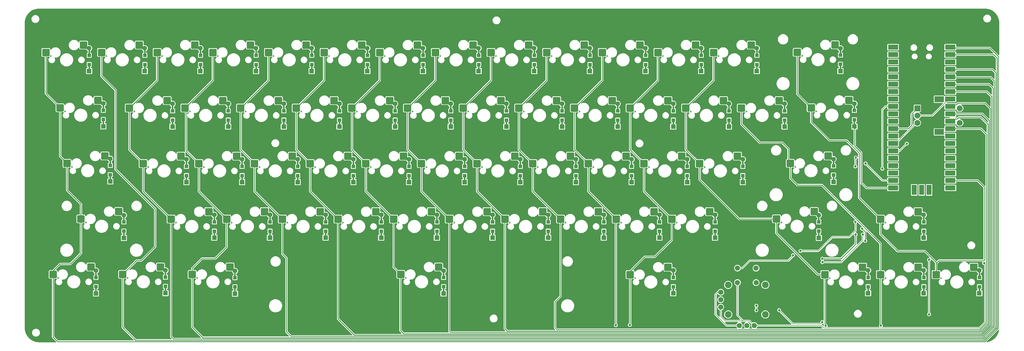
<source format=gbr>
G04 #@! TF.GenerationSoftware,KiCad,Pcbnew,7.0.6*
G04 #@! TF.CreationDate,2023-09-10T15:29:38-07:00*
G04 #@! TF.ProjectId,keyjoy,6b65796a-6f79-42e6-9b69-6361645f7063,rev?*
G04 #@! TF.SameCoordinates,Original*
G04 #@! TF.FileFunction,Copper,L2,Bot*
G04 #@! TF.FilePolarity,Positive*
%FSLAX46Y46*%
G04 Gerber Fmt 4.6, Leading zero omitted, Abs format (unit mm)*
G04 Created by KiCad (PCBNEW 7.0.6) date 2023-09-10 15:29:38*
%MOMM*%
%LPD*%
G01*
G04 APERTURE LIST*
G04 Aperture macros list*
%AMRoundRect*
0 Rectangle with rounded corners*
0 $1 Rounding radius*
0 $2 $3 $4 $5 $6 $7 $8 $9 X,Y pos of 4 corners*
0 Add a 4 corners polygon primitive as box body*
4,1,4,$2,$3,$4,$5,$6,$7,$8,$9,$2,$3,0*
0 Add four circle primitives for the rounded corners*
1,1,$1+$1,$2,$3*
1,1,$1+$1,$4,$5*
1,1,$1+$1,$6,$7*
1,1,$1+$1,$8,$9*
0 Add four rect primitives between the rounded corners*
20,1,$1+$1,$2,$3,$4,$5,0*
20,1,$1+$1,$4,$5,$6,$7,0*
20,1,$1+$1,$6,$7,$8,$9,0*
20,1,$1+$1,$8,$9,$2,$3,0*%
G04 Aperture macros list end*
G04 #@! TA.AperFunction,SMDPad,CuDef*
%ADD10RoundRect,0.250000X-1.025000X-1.000000X1.025000X-1.000000X1.025000X1.000000X-1.025000X1.000000X0*%
G04 #@! TD*
G04 #@! TA.AperFunction,ComponentPad*
%ADD11R,1.600000X1.600000*%
G04 #@! TD*
G04 #@! TA.AperFunction,SMDPad,CuDef*
%ADD12R,1.200000X1.200000*%
G04 #@! TD*
G04 #@! TA.AperFunction,SMDPad,CuDef*
%ADD13R,0.500000X2.500000*%
G04 #@! TD*
G04 #@! TA.AperFunction,ComponentPad*
%ADD14C,1.600000*%
G04 #@! TD*
G04 #@! TA.AperFunction,ComponentPad*
%ADD15C,1.778000*%
G04 #@! TD*
G04 #@! TA.AperFunction,ComponentPad*
%ADD16C,2.286000*%
G04 #@! TD*
G04 #@! TA.AperFunction,ComponentPad*
%ADD17R,2.000000X2.000000*%
G04 #@! TD*
G04 #@! TA.AperFunction,ComponentPad*
%ADD18C,2.000000*%
G04 #@! TD*
G04 #@! TA.AperFunction,ComponentPad*
%ADD19R,3.200000X2.000000*%
G04 #@! TD*
G04 #@! TA.AperFunction,ComponentPad*
%ADD20O,1.700000X1.700000*%
G04 #@! TD*
G04 #@! TA.AperFunction,SMDPad,CuDef*
%ADD21R,3.500000X1.700000*%
G04 #@! TD*
G04 #@! TA.AperFunction,ComponentPad*
%ADD22R,1.700000X1.700000*%
G04 #@! TD*
G04 #@! TA.AperFunction,SMDPad,CuDef*
%ADD23R,1.700000X3.500000*%
G04 #@! TD*
G04 #@! TA.AperFunction,ViaPad*
%ADD24C,0.800000*%
G04 #@! TD*
G04 #@! TA.AperFunction,Conductor*
%ADD25C,0.250000*%
G04 #@! TD*
G04 #@! TA.AperFunction,Conductor*
%ADD26C,0.200000*%
G04 #@! TD*
G04 APERTURE END LIST*
D10*
X237562590Y-224002334D03*
D11*
X252347590Y-230352334D03*
D12*
X252367590Y-228152334D03*
D13*
X252367590Y-229277334D03*
D10*
X250489590Y-221462334D03*
D14*
X252347590Y-222552334D03*
D13*
X252367590Y-223877334D03*
D12*
X252367590Y-225002334D03*
D10*
X275662590Y-224002334D03*
D11*
X290447590Y-230352334D03*
D12*
X290467590Y-228152334D03*
D13*
X290467590Y-229277334D03*
D10*
X288589590Y-221462334D03*
D14*
X290447590Y-222552334D03*
D13*
X290467590Y-223877334D03*
D12*
X290467590Y-225002334D03*
D10*
X285187590Y-204952334D03*
D11*
X299972590Y-211302334D03*
D12*
X299992590Y-209102334D03*
D13*
X299992590Y-210227334D03*
D10*
X298114590Y-202412334D03*
D14*
X299972590Y-203502334D03*
D13*
X299992590Y-204827334D03*
D12*
X299992590Y-205952334D03*
D10*
X175650090Y-166852334D03*
D11*
X190435090Y-173202334D03*
D12*
X190455090Y-171002334D03*
D13*
X190455090Y-172127334D03*
D10*
X188577090Y-164312334D03*
D14*
X190435090Y-165402334D03*
D13*
X190455090Y-166727334D03*
D12*
X190455090Y-167852334D03*
D10*
X413865090Y-166782334D03*
X426792090Y-164242334D03*
X189937590Y-204952334D03*
D11*
X204722590Y-211302334D03*
D12*
X204742590Y-209102334D03*
D13*
X204742590Y-210227334D03*
D10*
X202864590Y-202412334D03*
D14*
X204722590Y-203502334D03*
D13*
X204742590Y-204827334D03*
D12*
X204742590Y-205952334D03*
D10*
X304237590Y-204952334D03*
D11*
X319022590Y-211302334D03*
D12*
X319042590Y-209102334D03*
D13*
X319042590Y-210227334D03*
D10*
X317164590Y-202412334D03*
D14*
X319022590Y-203502334D03*
D13*
X319042590Y-204827334D03*
D12*
X319042590Y-205952334D03*
D10*
X318525090Y-185902334D03*
D11*
X333310090Y-192252334D03*
D12*
X333330090Y-190052334D03*
D13*
X333330090Y-191177334D03*
D10*
X331452090Y-183362334D03*
D14*
X333310090Y-184452334D03*
D13*
X333330090Y-185777334D03*
D12*
X333330090Y-186902334D03*
D10*
X182883840Y-242982334D03*
X195810840Y-240442334D03*
D15*
X393391235Y-240824521D03*
X399741235Y-240844321D03*
X393391235Y-245764521D03*
X399751235Y-245784521D03*
X394041235Y-260514521D03*
X396581235Y-260534521D03*
X399121235Y-260514521D03*
D16*
X390216235Y-246574521D03*
X390216235Y-256704521D03*
X402916235Y-256719321D03*
X402916235Y-246559321D03*
D15*
X387676235Y-249099321D03*
X387661235Y-251624521D03*
X387661235Y-254164521D03*
D10*
X442350090Y-243052334D03*
D11*
X457135090Y-249402334D03*
D12*
X457155090Y-247202334D03*
D13*
X457155090Y-248327334D03*
D10*
X455277090Y-240512334D03*
D14*
X457135090Y-241602334D03*
D13*
X457155090Y-242927334D03*
D12*
X457155090Y-244052334D03*
D10*
X461400090Y-243052334D03*
D11*
X476185090Y-249402334D03*
D12*
X476205090Y-247202334D03*
D13*
X476205090Y-248327334D03*
D10*
X474327090Y-240512334D03*
D14*
X476185090Y-241602334D03*
D13*
X476205090Y-242927334D03*
D12*
X476205090Y-244052334D03*
D10*
X163833840Y-204882334D03*
X176760840Y-202342334D03*
X385200090Y-166852334D03*
D11*
X399985090Y-173202334D03*
D12*
X400005090Y-171002334D03*
D13*
X400005090Y-172127334D03*
D10*
X398127090Y-164312334D03*
D14*
X399985090Y-165402334D03*
D13*
X400005090Y-166727334D03*
D12*
X400005090Y-167852334D03*
D10*
X206696340Y-242982334D03*
X219623340Y-240442334D03*
X313762590Y-224002334D03*
D11*
X328547590Y-230352334D03*
D12*
X328567590Y-228152334D03*
D13*
X328567590Y-229277334D03*
D10*
X326689590Y-221462334D03*
D14*
X328547590Y-222552334D03*
D13*
X328567590Y-223877334D03*
D12*
X328567590Y-225002334D03*
D10*
X411483840Y-204882334D03*
X424410840Y-202342334D03*
X406721340Y-223932334D03*
X419648340Y-221392334D03*
X278133840Y-242982334D03*
X291060840Y-240442334D03*
X251850090Y-166852334D03*
D11*
X266635090Y-173202334D03*
D12*
X266655090Y-171002334D03*
D13*
X266655090Y-172127334D03*
D10*
X264777090Y-164312334D03*
D14*
X266635090Y-165402334D03*
D13*
X266655090Y-166727334D03*
D12*
X266655090Y-167852334D03*
D10*
X218512590Y-224002334D03*
D11*
X233297590Y-230352334D03*
D12*
X233317590Y-228152334D03*
D13*
X233317590Y-229277334D03*
D10*
X231439590Y-221462334D03*
D14*
X233297590Y-222552334D03*
D13*
X233317590Y-223877334D03*
D12*
X233317590Y-225002334D03*
D10*
X351862590Y-224002334D03*
D11*
X366647590Y-230352334D03*
D12*
X366667590Y-228152334D03*
D13*
X366667590Y-229277334D03*
D10*
X364789590Y-221462334D03*
D14*
X366647590Y-222552334D03*
D13*
X366667590Y-223877334D03*
D12*
X366667590Y-225002334D03*
D10*
X213750090Y-166852334D03*
D11*
X228535090Y-173202334D03*
D12*
X228555090Y-171002334D03*
D13*
X228555090Y-172127334D03*
D10*
X226677090Y-164312334D03*
D14*
X228535090Y-165402334D03*
D13*
X228555090Y-166727334D03*
D12*
X228555090Y-167852334D03*
D10*
X270900090Y-166852334D03*
D11*
X285685090Y-173202334D03*
D12*
X285705090Y-171002334D03*
D13*
X285705090Y-172127334D03*
D10*
X283827090Y-164312334D03*
D14*
X285685090Y-165402334D03*
D13*
X285705090Y-166727334D03*
D12*
X285705090Y-167852334D03*
D10*
X161452590Y-185832334D03*
X174379590Y-183292334D03*
X294712590Y-224002334D03*
D11*
X309497590Y-230352334D03*
D12*
X309517590Y-228152334D03*
D13*
X309517590Y-229277334D03*
D10*
X307639590Y-221462334D03*
D14*
X309497590Y-222552334D03*
D13*
X309517590Y-223877334D03*
D12*
X309517590Y-225002334D03*
D10*
X356625090Y-243052334D03*
D11*
X371410090Y-249402334D03*
D12*
X371430090Y-247202334D03*
D13*
X371430090Y-248327334D03*
D10*
X369552090Y-240512334D03*
D14*
X371410090Y-241602334D03*
D13*
X371430090Y-242927334D03*
D12*
X371430090Y-244052334D03*
D10*
X380437590Y-204952334D03*
D11*
X395222590Y-211302334D03*
D12*
X395242590Y-209102334D03*
D13*
X395242590Y-210227334D03*
D10*
X393364590Y-202412334D03*
D14*
X395222590Y-203502334D03*
D13*
X395242590Y-204827334D03*
D12*
X395242590Y-205952334D03*
D10*
X332812590Y-224002334D03*
D11*
X347597590Y-230352334D03*
D12*
X347617590Y-228152334D03*
D13*
X347617590Y-229277334D03*
D10*
X345739590Y-221462334D03*
D14*
X347597590Y-222552334D03*
D13*
X347617590Y-223877334D03*
D12*
X347617590Y-225002334D03*
D10*
X256612590Y-224002334D03*
D11*
X271397590Y-230352334D03*
D12*
X271417590Y-228152334D03*
D13*
X271417590Y-229277334D03*
D10*
X269539590Y-221462334D03*
D14*
X271397590Y-222552334D03*
D13*
X271417590Y-223877334D03*
D12*
X271417590Y-225002334D03*
D10*
X442350090Y-224002334D03*
D11*
X457135090Y-230352334D03*
D12*
X457155090Y-228152334D03*
D13*
X457155090Y-229277334D03*
D10*
X455277090Y-221462334D03*
D14*
X457135090Y-222552334D03*
D13*
X457155090Y-223877334D03*
D12*
X457155090Y-225002334D03*
D10*
X309000090Y-166852334D03*
D11*
X323785090Y-173202334D03*
D12*
X323805090Y-171002334D03*
D13*
X323805090Y-172127334D03*
D10*
X321927090Y-164312334D03*
D14*
X323785090Y-165402334D03*
D13*
X323805090Y-166727334D03*
D12*
X323805090Y-167852334D03*
D10*
X159071340Y-242982334D03*
X171998340Y-240442334D03*
X156600090Y-166852334D03*
D11*
X171385090Y-173202334D03*
D12*
X171405090Y-171002334D03*
D13*
X171405090Y-172127334D03*
D10*
X169527090Y-164312334D03*
D14*
X171385090Y-165402334D03*
D13*
X171405090Y-166727334D03*
D12*
X171405090Y-167852334D03*
D17*
X454961348Y-186000862D03*
D18*
X454961348Y-191000862D03*
X454961348Y-188500862D03*
D19*
X462461348Y-182900862D03*
X462461348Y-194100862D03*
D18*
X469461348Y-191000862D03*
X469461348Y-186000862D03*
D10*
X242325090Y-185902334D03*
D11*
X257110090Y-192252334D03*
D12*
X257130090Y-190052334D03*
D13*
X257130090Y-191177334D03*
D10*
X255252090Y-183362334D03*
D14*
X257110090Y-184452334D03*
D13*
X257130090Y-185777334D03*
D12*
X257130090Y-186902334D03*
D10*
X356625090Y-185902334D03*
D11*
X371410090Y-192252334D03*
D12*
X371430090Y-190052334D03*
D13*
X371430090Y-191177334D03*
D10*
X369552090Y-183362334D03*
D14*
X371410090Y-184452334D03*
D13*
X371430090Y-185777334D03*
D12*
X371430090Y-186902334D03*
D10*
X204225090Y-185902334D03*
D11*
X219010090Y-192252334D03*
D12*
X219030090Y-190052334D03*
D13*
X219030090Y-191177334D03*
D10*
X217152090Y-183362334D03*
D14*
X219010090Y-184452334D03*
D13*
X219030090Y-185777334D03*
D12*
X219030090Y-186902334D03*
D10*
X280425090Y-185902334D03*
D11*
X295210090Y-192252334D03*
D12*
X295230090Y-190052334D03*
D13*
X295230090Y-191177334D03*
D10*
X293352090Y-183362334D03*
D14*
X295210090Y-184452334D03*
D13*
X295230090Y-185777334D03*
D12*
X295230090Y-186902334D03*
D10*
X323287590Y-204952334D03*
D11*
X338072590Y-211302334D03*
D12*
X338092590Y-209102334D03*
D13*
X338092590Y-210227334D03*
D10*
X336214590Y-202412334D03*
D14*
X338072590Y-203502334D03*
D13*
X338092590Y-204827334D03*
D12*
X338092590Y-205952334D03*
D10*
X347100090Y-166852334D03*
D11*
X361885090Y-173202334D03*
D12*
X361905090Y-171002334D03*
D13*
X361905090Y-172127334D03*
D10*
X360027090Y-164312334D03*
D14*
X361885090Y-165402334D03*
D13*
X361905090Y-166727334D03*
D12*
X361905090Y-167852334D03*
D10*
X266137590Y-204952334D03*
D11*
X280922590Y-211302334D03*
D12*
X280942590Y-209102334D03*
D13*
X280942590Y-210227334D03*
D10*
X279064590Y-202412334D03*
D14*
X280922590Y-203502334D03*
D13*
X280942590Y-204827334D03*
D12*
X280942590Y-205952334D03*
D10*
X342337590Y-204952334D03*
D11*
X357122590Y-211302334D03*
D12*
X357142590Y-209102334D03*
D13*
X357142590Y-210227334D03*
D10*
X355264590Y-202412334D03*
D14*
X357122590Y-203502334D03*
D13*
X357142590Y-204827334D03*
D12*
X357142590Y-205952334D03*
D10*
X199462590Y-224002334D03*
D11*
X214247590Y-230352334D03*
D12*
X214267590Y-228152334D03*
D13*
X214267590Y-229277334D03*
D10*
X212389590Y-221462334D03*
D14*
X214247590Y-222552334D03*
D13*
X214267590Y-223877334D03*
D12*
X214267590Y-225002334D03*
D10*
X328050090Y-166852334D03*
D11*
X342835090Y-173202334D03*
D12*
X342855090Y-171002334D03*
D13*
X342855090Y-172127334D03*
D10*
X340977090Y-164312334D03*
D14*
X342835090Y-165402334D03*
D13*
X342855090Y-166727334D03*
D12*
X342855090Y-167852334D03*
D10*
X232800090Y-166852334D03*
D11*
X247585090Y-173202334D03*
D12*
X247605090Y-171002334D03*
D13*
X247605090Y-172127334D03*
D10*
X245727090Y-164312334D03*
D14*
X247585090Y-165402334D03*
D13*
X247605090Y-166727334D03*
D12*
X247605090Y-167852334D03*
D10*
X370912590Y-224002334D03*
D11*
X385697590Y-230352334D03*
D12*
X385717590Y-228152334D03*
D13*
X385717590Y-229277334D03*
D10*
X383839590Y-221462334D03*
D14*
X385697590Y-222552334D03*
D13*
X385717590Y-223877334D03*
D12*
X385717590Y-225002334D03*
D10*
X208987590Y-204952334D03*
D11*
X223772590Y-211302334D03*
D12*
X223792590Y-209102334D03*
D13*
X223792590Y-210227334D03*
D10*
X221914590Y-202412334D03*
D14*
X223772590Y-203502334D03*
D13*
X223792590Y-204827334D03*
D12*
X223792590Y-205952334D03*
D10*
X337575090Y-185902334D03*
D11*
X352360090Y-192252334D03*
D12*
X352380090Y-190052334D03*
D13*
X352380090Y-191177334D03*
D10*
X350502090Y-183362334D03*
D14*
X352360090Y-184452334D03*
D13*
X352380090Y-185777334D03*
D12*
X352380090Y-186902334D03*
D10*
X247087590Y-204952334D03*
D11*
X261872590Y-211302334D03*
D12*
X261892590Y-209102334D03*
D13*
X261892590Y-210227334D03*
D10*
X260014590Y-202412334D03*
D14*
X261872590Y-203502334D03*
D13*
X261892590Y-204827334D03*
D12*
X261892590Y-205952334D03*
D10*
X375675090Y-185902334D03*
D11*
X390460090Y-192252334D03*
D12*
X390480090Y-190052334D03*
D13*
X390480090Y-191177334D03*
D10*
X388602090Y-183362334D03*
D14*
X390460090Y-184452334D03*
D13*
X390480090Y-185777334D03*
D12*
X390480090Y-186902334D03*
D10*
X423300090Y-243052334D03*
D11*
X438085090Y-249402334D03*
D12*
X438105090Y-247202334D03*
D13*
X438105090Y-248327334D03*
D10*
X436227090Y-240512334D03*
D14*
X438085090Y-241602334D03*
D13*
X438105090Y-242927334D03*
D12*
X438105090Y-244052334D03*
D10*
X168596340Y-223932334D03*
X181523340Y-221392334D03*
X418627590Y-185832334D03*
X431554590Y-183292334D03*
X299475090Y-185902334D03*
D11*
X314260090Y-192252334D03*
D12*
X314280090Y-190052334D03*
D13*
X314280090Y-191177334D03*
D10*
X312402090Y-183362334D03*
D14*
X314260090Y-184452334D03*
D13*
X314280090Y-185777334D03*
D12*
X314280090Y-186902334D03*
D10*
X185175090Y-185902334D03*
D11*
X199960090Y-192252334D03*
D12*
X199980090Y-190052334D03*
D13*
X199980090Y-191177334D03*
D10*
X198102090Y-183362334D03*
D14*
X199960090Y-184452334D03*
D13*
X199980090Y-185777334D03*
D12*
X199980090Y-186902334D03*
D10*
X361387590Y-204952334D03*
D11*
X376172590Y-211302334D03*
D12*
X376192590Y-209102334D03*
D13*
X376192590Y-210227334D03*
D10*
X374314590Y-202412334D03*
D14*
X376172590Y-203502334D03*
D13*
X376192590Y-204827334D03*
D12*
X376192590Y-205952334D03*
D10*
X223275090Y-185902334D03*
D11*
X238060090Y-192252334D03*
D12*
X238080090Y-190052334D03*
D13*
X238080090Y-191177334D03*
D10*
X236202090Y-183362334D03*
D14*
X238060090Y-184452334D03*
D13*
X238080090Y-185777334D03*
D12*
X238080090Y-186902334D03*
D10*
X289950090Y-166852334D03*
D11*
X304735090Y-173202334D03*
D12*
X304755090Y-171002334D03*
D13*
X304755090Y-172127334D03*
D10*
X302877090Y-164312334D03*
D14*
X304735090Y-165402334D03*
D13*
X304755090Y-166727334D03*
D12*
X304755090Y-167852334D03*
D10*
X194700090Y-166852334D03*
D11*
X209485090Y-173202334D03*
D12*
X209505090Y-171002334D03*
D13*
X209505090Y-172127334D03*
D10*
X207627090Y-164312334D03*
D14*
X209485090Y-165402334D03*
D13*
X209505090Y-166727334D03*
D12*
X209505090Y-167852334D03*
D10*
X228037590Y-204952334D03*
D11*
X242822590Y-211302334D03*
D12*
X242842590Y-209102334D03*
D13*
X242842590Y-210227334D03*
D10*
X240964590Y-202412334D03*
D14*
X242822590Y-203502334D03*
D13*
X242842590Y-204827334D03*
D12*
X242842590Y-205952334D03*
D10*
X394725090Y-185902334D03*
D11*
X409510090Y-192252334D03*
D12*
X409530090Y-190052334D03*
D13*
X409530090Y-191177334D03*
D10*
X407652090Y-183362334D03*
D14*
X409510090Y-184452334D03*
D13*
X409530090Y-185777334D03*
D12*
X409530090Y-186902334D03*
D10*
X261375090Y-185902334D03*
D11*
X276160090Y-192252334D03*
D12*
X276180090Y-190052334D03*
D13*
X276180090Y-191177334D03*
D10*
X274302090Y-183362334D03*
D14*
X276160090Y-184452334D03*
D13*
X276180090Y-185777334D03*
D12*
X276180090Y-186902334D03*
D10*
X366150090Y-166852334D03*
D11*
X380935090Y-173202334D03*
D12*
X380955090Y-171002334D03*
D13*
X380955090Y-172127334D03*
D10*
X379077090Y-164312334D03*
D14*
X380935090Y-165402334D03*
D13*
X380955090Y-166727334D03*
D12*
X380955090Y-167852334D03*
D11*
X428622763Y-173239635D03*
D13*
X428622763Y-172039635D03*
D12*
X428622763Y-170914635D03*
X428622763Y-167764635D03*
D13*
X428622763Y-166639635D03*
D14*
X428622763Y-165439635D03*
D11*
X433428817Y-192219003D03*
D13*
X433428817Y-191019003D03*
D12*
X433428817Y-189894003D03*
X433428817Y-186744003D03*
D13*
X433428817Y-185619003D03*
D14*
X433428817Y-184419003D03*
D11*
X197534122Y-249389286D03*
D13*
X197534122Y-248189286D03*
D12*
X197534122Y-247064286D03*
X197534122Y-243914286D03*
D13*
X197534122Y-242789286D03*
D14*
X197534122Y-241589286D03*
D11*
X183298640Y-230471413D03*
D13*
X183298640Y-229271413D03*
D12*
X183298640Y-228146413D03*
X183298640Y-224996413D03*
D13*
X183298640Y-223871413D03*
D14*
X183298640Y-222671413D03*
D11*
X421229467Y-230457573D03*
D13*
X421229467Y-229257573D03*
D12*
X421229467Y-228132573D03*
X421229467Y-224982573D03*
D13*
X421229467Y-223857573D03*
D14*
X421229467Y-222657573D03*
D11*
X173734708Y-249487226D03*
D13*
X173734708Y-248287226D03*
D12*
X173734708Y-247162226D03*
X173734708Y-244012226D03*
D13*
X173734708Y-242887226D03*
D14*
X173734708Y-241687226D03*
D11*
X176274940Y-192176878D03*
D13*
X176274940Y-190976878D03*
D12*
X176274940Y-189851878D03*
X176274940Y-186701878D03*
D13*
X176274940Y-185576878D03*
D14*
X176274940Y-184376878D03*
D11*
X292759326Y-249511273D03*
D13*
X292759326Y-248311273D03*
D12*
X292759326Y-247186273D03*
X292759326Y-244036273D03*
D13*
X292759326Y-242911273D03*
D14*
X292759326Y-241711273D03*
D20*
X465355420Y-165062046D03*
D21*
X466255420Y-165062046D03*
D20*
X465355420Y-167602046D03*
D21*
X466255420Y-167602046D03*
D22*
X465355420Y-170142046D03*
D21*
X466255420Y-170142046D03*
D20*
X465355420Y-172682046D03*
D21*
X466255420Y-172682046D03*
D20*
X465355420Y-175222046D03*
D21*
X466255420Y-175222046D03*
D20*
X465355420Y-177762046D03*
D21*
X466255420Y-177762046D03*
D20*
X465355420Y-180302046D03*
D21*
X466255420Y-180302046D03*
D22*
X465355420Y-182842046D03*
D21*
X466255420Y-182842046D03*
D20*
X465355420Y-185382046D03*
D21*
X466255420Y-185382046D03*
D20*
X465355420Y-187922046D03*
D21*
X466255420Y-187922046D03*
D20*
X465355420Y-190462046D03*
D21*
X466255420Y-190462046D03*
D20*
X465355420Y-193002046D03*
D21*
X466255420Y-193002046D03*
D22*
X465355420Y-195542046D03*
D21*
X466255420Y-195542046D03*
D20*
X465355420Y-198082046D03*
D21*
X466255420Y-198082046D03*
D20*
X465355420Y-200622046D03*
D21*
X466255420Y-200622046D03*
D20*
X465355420Y-203162046D03*
D21*
X466255420Y-203162046D03*
D20*
X465355420Y-205702046D03*
D21*
X466255420Y-205702046D03*
D22*
X465355420Y-208242046D03*
D21*
X466255420Y-208242046D03*
D20*
X465355420Y-210782046D03*
D21*
X466255420Y-210782046D03*
D20*
X465355420Y-213322046D03*
D21*
X466255420Y-213322046D03*
D20*
X447575420Y-213322046D03*
D21*
X446675420Y-213322046D03*
D20*
X447575420Y-210782046D03*
D21*
X446675420Y-210782046D03*
D22*
X447575420Y-208242046D03*
D21*
X446675420Y-208242046D03*
D20*
X447575420Y-205702046D03*
D21*
X446675420Y-205702046D03*
D20*
X447575420Y-203162046D03*
D21*
X446675420Y-203162046D03*
D20*
X447575420Y-200622046D03*
D21*
X446675420Y-200622046D03*
D20*
X447575420Y-198082046D03*
D21*
X446675420Y-198082046D03*
D22*
X447575420Y-195542046D03*
D21*
X446675420Y-195542046D03*
D20*
X447575420Y-193002046D03*
D21*
X446675420Y-193002046D03*
D20*
X447575420Y-190462046D03*
D21*
X446675420Y-190462046D03*
D20*
X447575420Y-187922046D03*
D21*
X446675420Y-187922046D03*
D20*
X447575420Y-185382046D03*
D21*
X446675420Y-185382046D03*
D22*
X447575420Y-182842046D03*
D21*
X446675420Y-182842046D03*
D20*
X447575420Y-180302046D03*
D21*
X446675420Y-180302046D03*
D20*
X447575420Y-177762046D03*
D21*
X446675420Y-177762046D03*
D20*
X447575420Y-175222046D03*
D21*
X446675420Y-175222046D03*
D20*
X447575420Y-172682046D03*
D21*
X446675420Y-172682046D03*
D22*
X447575420Y-170142046D03*
D21*
X446675420Y-170142046D03*
D20*
X447575420Y-167602046D03*
D21*
X446675420Y-167602046D03*
D20*
X447575420Y-165062046D03*
D21*
X446675420Y-165062046D03*
D20*
X459005420Y-213092046D03*
D23*
X459005420Y-213992046D03*
D22*
X456465420Y-213092046D03*
D23*
X456465420Y-213992046D03*
D20*
X453925420Y-213092046D03*
D23*
X453925420Y-213992046D03*
D11*
X178632497Y-211093286D03*
D13*
X178632497Y-209893286D03*
D12*
X178632497Y-208768286D03*
X178632497Y-205618286D03*
D13*
X178632497Y-204493286D03*
D14*
X178632497Y-203293286D03*
D11*
X426248888Y-211242680D03*
D13*
X426248888Y-210042680D03*
D12*
X426248888Y-208917680D03*
X426248888Y-205767680D03*
D13*
X426248888Y-204642680D03*
D14*
X426248888Y-203442680D03*
D11*
X221333537Y-249578170D03*
D13*
X221333537Y-248378170D03*
D12*
X221333537Y-247253170D03*
X221333537Y-244103170D03*
D13*
X221333537Y-242978170D03*
D14*
X221333537Y-241778170D03*
D24*
X399833588Y-255277268D03*
X477831591Y-239115289D03*
X412417226Y-236378502D03*
X458971576Y-256691151D03*
X458971278Y-237960126D03*
X356510874Y-260336811D03*
X436295625Y-229291367D03*
X399859494Y-253720071D03*
X351722987Y-260420871D03*
X442489791Y-260557690D03*
X433871558Y-202900848D03*
X407636597Y-255256908D03*
X437129667Y-231464561D03*
X436017347Y-227303857D03*
X422369568Y-259349400D03*
X433744271Y-224970326D03*
X414972993Y-234923393D03*
X433750099Y-205948203D03*
X442986466Y-206719335D03*
X451349925Y-198129009D03*
X422445669Y-238782218D03*
X437220178Y-204919110D03*
X423586099Y-260624889D03*
X422419015Y-237583623D03*
X433849492Y-229293445D03*
D25*
X299475090Y-185902334D02*
X299475090Y-200189834D01*
X175650090Y-174977474D02*
X180465369Y-179792753D01*
X159071340Y-264480648D02*
X160607841Y-266017149D01*
X289950090Y-176377334D02*
X280425090Y-185902334D01*
X180465369Y-179792753D02*
X180465369Y-206992085D01*
X465355420Y-180302046D02*
X478753328Y-180302046D01*
X437552605Y-213322046D02*
X447575420Y-213322046D01*
D26*
X454961348Y-191000862D02*
X454656604Y-191000862D01*
X421802916Y-259916052D02*
X422369568Y-259349400D01*
D25*
X475639915Y-210782046D02*
X465355420Y-210782046D01*
X206696340Y-240836254D02*
X206696340Y-242982334D01*
X200242866Y-265109390D02*
X477693267Y-265109390D01*
X204565036Y-200529780D02*
X208987590Y-204952334D01*
X477285897Y-187922046D02*
X465355420Y-187922046D01*
X442350090Y-229178145D02*
X442350090Y-224002334D01*
D26*
X442986466Y-206719335D02*
X442986466Y-186424771D01*
D25*
X481328274Y-260831819D02*
X477502509Y-264657584D01*
X342337590Y-214477334D02*
X351862590Y-224002334D01*
D26*
X393391235Y-256998713D02*
X395333441Y-258940919D01*
X387676235Y-249099321D02*
X387645460Y-249068546D01*
D25*
X251850090Y-176377334D02*
X242325090Y-185902334D01*
D26*
X433750099Y-203022307D02*
X433871558Y-202900848D01*
D25*
X465957187Y-184780279D02*
X465355420Y-185382046D01*
X237562590Y-235958296D02*
X238947630Y-237343336D01*
X461400090Y-243052334D02*
X461400090Y-239159611D01*
X479964968Y-186046908D02*
X478192575Y-184274515D01*
X423300090Y-243052334D02*
X420926286Y-243052334D01*
D26*
X412417226Y-236602364D02*
X412417226Y-236378502D01*
D25*
X185175090Y-185902334D02*
X185175090Y-200189834D01*
X214481459Y-237584357D02*
X209948237Y-237584357D01*
X442405842Y-260473741D02*
X442489791Y-260557690D01*
X366150090Y-176377334D02*
X356625090Y-185902334D01*
X482246800Y-261198082D02*
X477867168Y-265577714D01*
X160607841Y-266017149D02*
X478072983Y-266017149D01*
X480862135Y-179094885D02*
X479529296Y-177762046D01*
X433515221Y-198896029D02*
X435718870Y-201099678D01*
D26*
X454656604Y-191000862D02*
X447575420Y-198082046D01*
D25*
X356625090Y-243052334D02*
X356625090Y-260222595D01*
X461400090Y-243052334D02*
X461400090Y-238878375D01*
X238947630Y-262658429D02*
X240490768Y-264201567D01*
X318525090Y-200189834D02*
X323287590Y-204952334D01*
X479529296Y-177762046D02*
X465355420Y-177762046D01*
X213750090Y-176377334D02*
X204225090Y-185902334D01*
X156600090Y-180979834D02*
X161452590Y-185832334D01*
X266137590Y-204952334D02*
X266137590Y-214477334D01*
X278133840Y-242982334D02*
X278009149Y-243107025D01*
X365080057Y-236937382D02*
X361605173Y-236937382D01*
X480703463Y-172682046D02*
X465355420Y-172682046D01*
D26*
X387661235Y-257399876D02*
X389202278Y-258940919D01*
D25*
X366150090Y-166852334D02*
X366150090Y-176377334D01*
X477502509Y-264657584D02*
X210331155Y-264657584D01*
D26*
X389202278Y-258940919D02*
X395333441Y-258940919D01*
D25*
X262149163Y-263751840D02*
X256612590Y-258215267D01*
X477867168Y-265577714D02*
X187376389Y-265577714D01*
X361605173Y-236937382D02*
X356625090Y-241917465D01*
D26*
X421080219Y-234923393D02*
X414972993Y-234923393D01*
D25*
X156600090Y-166852334D02*
X156600090Y-180979834D01*
D26*
X386612343Y-249068546D02*
X385859217Y-249821672D01*
D25*
X328050090Y-166852334D02*
X328050090Y-176377334D01*
X294712590Y-224002334D02*
X294712590Y-262401982D01*
X332812590Y-224002334D02*
X332812590Y-250503689D01*
X370912590Y-224002334D02*
X370912590Y-231104849D01*
X375675090Y-185902334D02*
X375675090Y-200189834D01*
X477685861Y-238241086D02*
X477993673Y-237933274D01*
X385200090Y-176377334D02*
X375675090Y-185902334D01*
X442350090Y-243052334D02*
X442405842Y-243108086D01*
D26*
X433744271Y-224970326D02*
X433818892Y-225044947D01*
D25*
X240490768Y-264201567D02*
X477304037Y-264201567D01*
X482700943Y-261389189D02*
X482700943Y-168193472D01*
X187376389Y-265577714D02*
X182883840Y-261085165D01*
X480066882Y-175361433D02*
X481328274Y-176622825D01*
X413865090Y-166782334D02*
X413865090Y-181069834D01*
X289950090Y-166852334D02*
X289950090Y-176377334D01*
X468555609Y-189633988D02*
X466183478Y-189633988D01*
X218448028Y-233617788D02*
X214481459Y-237584357D01*
D26*
X444029191Y-185382046D02*
X447575420Y-185382046D01*
D25*
X361387590Y-214477334D02*
X370912590Y-224002334D01*
X479087272Y-259834029D02*
X479087272Y-191486340D01*
X318525090Y-185902334D02*
X318525090Y-200189834D01*
X413865090Y-181069834D02*
X418627590Y-185832334D01*
D26*
X433818892Y-228009820D02*
X431656247Y-230172465D01*
X395333441Y-258940919D02*
X397547633Y-258940919D01*
X387645460Y-249068546D02*
X386612343Y-249068546D01*
D25*
X247087590Y-214477334D02*
X256612590Y-224002334D01*
X411483840Y-209928276D02*
X413892662Y-212337098D01*
X406721340Y-228847388D02*
X406721340Y-223932334D01*
X465355420Y-175222046D02*
X465494807Y-175361433D01*
X479531911Y-190168060D02*
X477285897Y-187922046D01*
X204225090Y-185902334D02*
X204565036Y-186242280D01*
X420926286Y-243052334D02*
X406721340Y-228847388D01*
X423300090Y-260338880D02*
X423586099Y-260624889D01*
X469062408Y-189127189D02*
X468555609Y-189633988D01*
X256612590Y-258215267D02*
X256612590Y-224002334D01*
X393897008Y-223932334D02*
X406721340Y-223932334D01*
X418627590Y-190722675D02*
X424942390Y-197037475D01*
X347100090Y-166852334D02*
X347100090Y-176377334D01*
X280425090Y-200189834D02*
X285187590Y-204952334D01*
X430725846Y-197037475D02*
X435081277Y-201392906D01*
X309000090Y-166852334D02*
X309000090Y-176377334D01*
X465494807Y-175361433D02*
X480066882Y-175361433D01*
D26*
X476207589Y-261408371D02*
X478170538Y-259445422D01*
D25*
X209948237Y-237584357D02*
X206696340Y-240836254D01*
X351722987Y-224141937D02*
X351722987Y-260420871D01*
X457524922Y-235003207D02*
X448175152Y-235003207D01*
D26*
X460068333Y-188500862D02*
X465355420Y-183213775D01*
D25*
X453030530Y-191869296D02*
X453030530Y-187931680D01*
X433849492Y-229293445D02*
X433849492Y-232575210D01*
X218448028Y-224066896D02*
X218448028Y-233617788D01*
D26*
X419284458Y-259916052D02*
X421802916Y-259916052D01*
D25*
X462318615Y-238241086D02*
X477685861Y-238241086D01*
D26*
X385859217Y-249821672D02*
X385859217Y-256752150D01*
D25*
X476908811Y-263297570D02*
X479964968Y-260241413D01*
X299475090Y-200189834D02*
X304237590Y-204952334D01*
X228037590Y-214477334D02*
X237562590Y-224002334D01*
X435718870Y-201099678D02*
X435718870Y-211488311D01*
X481328274Y-176622825D02*
X481328274Y-260831819D01*
X351862590Y-224002334D02*
X351722987Y-224141937D01*
D26*
X478176066Y-259439894D02*
X478176066Y-258422838D01*
X451349925Y-198129009D02*
X448856888Y-200622046D01*
D25*
X278009149Y-262281697D02*
X279025022Y-263297570D01*
D26*
X433818892Y-225044947D02*
X433818892Y-228009820D01*
D25*
X313723215Y-261566057D02*
X314552336Y-262395178D01*
X380437590Y-210472916D02*
X393897008Y-223932334D01*
X223275090Y-200189834D02*
X228037590Y-204952334D01*
X182883840Y-261085165D02*
X182883840Y-242982334D01*
X482246800Y-168768727D02*
X482246800Y-261198082D01*
D26*
X442986466Y-186424771D02*
X444029191Y-185382046D01*
X422445669Y-238782218D02*
X428825759Y-238782218D01*
X448856888Y-200622046D02*
X447575420Y-200622046D01*
D25*
X337575090Y-200189834D02*
X342337590Y-204952334D01*
X480401972Y-181950690D02*
X480401972Y-260463562D01*
X189937590Y-204952334D02*
X189937590Y-214477334D01*
X251850090Y-166852334D02*
X251850090Y-176377334D01*
X482700943Y-168193472D02*
X479820455Y-165312984D01*
X337575090Y-185902334D02*
X337575090Y-200189834D01*
X294712590Y-262401982D02*
X295150980Y-262840372D01*
X204565036Y-186242280D02*
X204565036Y-200529780D01*
X478192575Y-184274515D02*
X468770015Y-184274515D01*
X385200090Y-166852334D02*
X385200090Y-176377334D01*
X461400090Y-238878375D02*
X457524922Y-235003207D01*
X451897780Y-193002046D02*
X453030530Y-191869296D01*
D26*
X436295625Y-231312352D02*
X436295625Y-229291367D01*
D25*
X480862135Y-260643469D02*
X480862135Y-179094885D01*
X435081277Y-216733521D02*
X442350090Y-224002334D01*
X411483840Y-204882334D02*
X411483840Y-209928276D01*
D26*
X422083629Y-260514521D02*
X422977479Y-261408371D01*
D25*
X332812590Y-250503689D02*
X330902350Y-252413929D01*
X408721959Y-197800884D02*
X410846906Y-199925831D01*
X375675090Y-200189834D02*
X380437590Y-204952334D01*
X270900090Y-176377334D02*
X261375090Y-185902334D01*
X328050090Y-176377334D02*
X318525090Y-185902334D01*
X478753328Y-180302046D02*
X480401972Y-181950690D01*
X168596340Y-223932334D02*
X168576735Y-223951939D01*
D26*
X458971576Y-237960424D02*
X458971278Y-237960126D01*
D25*
X194700090Y-166852334D02*
X194700090Y-176377334D01*
D26*
X443083114Y-210782046D02*
X437220178Y-204919110D01*
D25*
X356625090Y-260222595D02*
X356510874Y-260336811D01*
X223275090Y-185902334D02*
X223275090Y-200189834D01*
X418627590Y-185832334D02*
X418627590Y-190722675D01*
X242325090Y-185902334D02*
X242325090Y-200189834D01*
X208987590Y-204952334D02*
X208987590Y-214477334D01*
D26*
X399121235Y-260514521D02*
X422083629Y-260514521D01*
D25*
X477304037Y-264201567D02*
X480862135Y-260643469D01*
X168576735Y-235790126D02*
X164987934Y-239378927D01*
X347100090Y-176377334D02*
X337575090Y-185902334D01*
X447575420Y-193002046D02*
X451897780Y-193002046D01*
X237562590Y-224002334D02*
X237562590Y-235958296D01*
X223275090Y-185902334D02*
X232800090Y-176377334D01*
X356625090Y-200189834D02*
X361387590Y-204952334D01*
X424942390Y-197037475D02*
X430725846Y-197037475D01*
X189218195Y-238222136D02*
X187644038Y-238222136D01*
X313723215Y-224041709D02*
X313723215Y-261566057D01*
X442405842Y-243108086D02*
X442405842Y-257703439D01*
X356625090Y-241917465D02*
X356625090Y-243052334D01*
X479087272Y-191486340D02*
X476728121Y-189127189D01*
D26*
X478170538Y-259445422D02*
X478176066Y-259439894D01*
D25*
X161452590Y-185832334D02*
X161462098Y-185841842D01*
X401072147Y-197800884D02*
X408721959Y-197800884D01*
X313762590Y-224002334D02*
X313723215Y-224041709D01*
D26*
X399833588Y-253745977D02*
X399859494Y-253720071D01*
D25*
X477113694Y-263751840D02*
X262149163Y-263751840D01*
X423300090Y-243052334D02*
X423300090Y-260338880D01*
X433849492Y-232575210D02*
X428841079Y-237583623D01*
X481080119Y-167602046D02*
X482246800Y-168768727D01*
X280425090Y-185902334D02*
X280425090Y-200189834D01*
X199462590Y-264329114D02*
X200242866Y-265109390D01*
X477993673Y-237933274D02*
X477993673Y-213135804D01*
X410846906Y-199925831D02*
X410846906Y-204245400D01*
X442350090Y-232360570D02*
X442350090Y-243052334D01*
D26*
X397547633Y-258940919D02*
X399121235Y-260514521D01*
D25*
X479820455Y-165312984D02*
X465606358Y-165312984D01*
D26*
X431721984Y-235885993D02*
X436295625Y-231312352D01*
D25*
X465355420Y-167602046D02*
X481080119Y-167602046D01*
D26*
X387661235Y-254164521D02*
X387661235Y-257399876D01*
D25*
X218512590Y-224002334D02*
X218448028Y-224066896D01*
X331557226Y-261930818D02*
X476327127Y-261930818D01*
X453030530Y-187931680D02*
X454961348Y-186000862D01*
X433428817Y-192219003D02*
X433515221Y-192305407D01*
X247087590Y-204952334D02*
X247087590Y-214477334D01*
D26*
X410757750Y-238261840D02*
X397594120Y-238261840D01*
X465355420Y-183213775D02*
X465355420Y-182842046D01*
X454961348Y-188500862D02*
X460068333Y-188500862D01*
D25*
X476327127Y-261930818D02*
X478635298Y-259622647D01*
X468770015Y-184274515D02*
X468264251Y-184780279D01*
X478635298Y-194951965D02*
X476685379Y-193002046D01*
D26*
X425831147Y-230172465D02*
X421080219Y-234923393D01*
D25*
X208987590Y-214477334D02*
X218512590Y-224002334D01*
D26*
X399833588Y-255277268D02*
X399833588Y-253745977D01*
D25*
X194003263Y-220529979D02*
X194003263Y-233437068D01*
D26*
X397594120Y-238261840D02*
X395031439Y-240824521D01*
D25*
X356625090Y-185902334D02*
X356625090Y-200189834D01*
X342337590Y-204952334D02*
X342337590Y-214477334D01*
X210331155Y-264657584D02*
X206696340Y-261022769D01*
X261375090Y-200189834D02*
X266137590Y-204952334D01*
X194700090Y-176377334D02*
X185175090Y-185902334D01*
X168596340Y-218810150D02*
X168596340Y-223932334D01*
X185175090Y-200189834D02*
X189937590Y-204952334D01*
X476728121Y-189127189D02*
X469062408Y-189127189D01*
X159071340Y-241779233D02*
X161471646Y-239378927D01*
X413892662Y-212337098D02*
X422326618Y-212337098D01*
D26*
X407636597Y-255256908D02*
X412295741Y-259916052D01*
D25*
X479964968Y-260241413D02*
X479964968Y-186046908D01*
X476526123Y-262395178D02*
X479087272Y-259834029D01*
X481793392Y-261009265D02*
X481793392Y-173771975D01*
X232800090Y-176377334D02*
X232800090Y-166852334D01*
X433515221Y-192305407D02*
X433515221Y-198896029D01*
X410846906Y-204245400D02*
X411483840Y-204882334D01*
D26*
X412295741Y-259916052D02*
X419284458Y-259916052D01*
D25*
X466183478Y-189633988D02*
X465355420Y-190462046D01*
X168576735Y-223951939D02*
X168576735Y-235790126D01*
X213750090Y-166852334D02*
X213750090Y-176377334D01*
D26*
X478176066Y-239459764D02*
X477831591Y-239115289D01*
D25*
X206696340Y-261022769D02*
X206696340Y-242982334D01*
X476685379Y-193002046D02*
X465355420Y-193002046D01*
X189937590Y-214477334D02*
X199462590Y-224002334D01*
X435718870Y-211488311D02*
X437552605Y-213322046D01*
X422326618Y-212337098D02*
X442350090Y-232360570D01*
D26*
X447575420Y-210782046D02*
X443083114Y-210782046D01*
D25*
X481793392Y-173771975D02*
X480703463Y-172682046D01*
X270900090Y-166852334D02*
X270900090Y-176377334D01*
X361387590Y-204952334D02*
X361387590Y-214477334D01*
X380437590Y-204952334D02*
X380437590Y-210472916D01*
X448175152Y-235003207D02*
X442350090Y-229178145D01*
X461400090Y-239159611D02*
X462318615Y-238241086D01*
D26*
X385859217Y-256752150D02*
X389621588Y-260514521D01*
D25*
X330902350Y-252413929D02*
X330902350Y-261275942D01*
X435081277Y-201392906D02*
X435081277Y-216733521D01*
X194003263Y-233437068D02*
X189218195Y-238222136D01*
X266137590Y-214477334D02*
X275662590Y-224002334D01*
X323287590Y-204952334D02*
X323287590Y-214477334D01*
X159071340Y-242982334D02*
X159071340Y-264480648D01*
D26*
X458971576Y-256691151D02*
X458971576Y-237960424D01*
D25*
X238947630Y-237343336D02*
X238947630Y-262658429D01*
X478635298Y-259622647D02*
X478635298Y-194951965D01*
D26*
X422977479Y-261408371D02*
X476207589Y-261408371D01*
D25*
X163833840Y-204882334D02*
X163833840Y-214047650D01*
X175650090Y-166852334D02*
X175650090Y-174977474D01*
X164987934Y-239378927D02*
X161471646Y-239378927D01*
X309000090Y-176377334D02*
X299475090Y-185902334D01*
D26*
X393391235Y-245764521D02*
X393391235Y-256998713D01*
D25*
X161462098Y-185841842D02*
X161462098Y-202510592D01*
X478072983Y-266017149D02*
X482700943Y-261389189D01*
X468264251Y-184780279D02*
X465957187Y-184780279D01*
D26*
X431656247Y-230172465D02*
X425831147Y-230172465D01*
D25*
X242325090Y-200189834D02*
X247087590Y-204952334D01*
X163833840Y-214047650D02*
X168596340Y-218810150D01*
X477993673Y-213135804D02*
X475639915Y-210782046D01*
X477693267Y-265109390D02*
X481793392Y-261009265D01*
X285187590Y-204952334D02*
X285187590Y-214477334D01*
X476719424Y-262840372D02*
X479531911Y-260027885D01*
X295150980Y-262840372D02*
X476719424Y-262840372D01*
X261375090Y-185902334D02*
X261375090Y-200189834D01*
X479531911Y-260027885D02*
X479531911Y-190168060D01*
X275662590Y-240511084D02*
X278133840Y-242982334D01*
X394725090Y-191453827D02*
X401072147Y-197800884D01*
X278009149Y-243107025D02*
X278009149Y-262281697D01*
X437129667Y-228416177D02*
X437129667Y-231464561D01*
D26*
X395031439Y-240824521D02*
X393391235Y-240824521D01*
D25*
X199462590Y-224002334D02*
X199462590Y-264329114D01*
D26*
X433750099Y-205948203D02*
X433750099Y-203022307D01*
D25*
X304237590Y-204952334D02*
X304237590Y-214477334D01*
X187644038Y-238222136D02*
X182883840Y-242982334D01*
X370912590Y-231104849D02*
X365080057Y-236937382D01*
D26*
X389621588Y-260514521D02*
X394041235Y-260514521D01*
X428825759Y-238782218D02*
X431721984Y-235885993D01*
D25*
X442405842Y-257703439D02*
X442405842Y-260473741D01*
X285187590Y-214477334D02*
X294712590Y-224002334D01*
X159071340Y-242982334D02*
X159071340Y-241779233D01*
X275662590Y-224002334D02*
X275662590Y-240511084D01*
D26*
X478176066Y-258422838D02*
X478176066Y-239459764D01*
D25*
X428841079Y-237583623D02*
X422419015Y-237583623D01*
X436017347Y-227303857D02*
X437129667Y-228416177D01*
D26*
X410757750Y-238261840D02*
X412417226Y-236602364D01*
D25*
X480401972Y-260463562D02*
X477113694Y-263751840D01*
X161462098Y-202510592D02*
X163833840Y-204882334D01*
X180465369Y-206992085D02*
X194003263Y-220529979D01*
X465606358Y-165312984D02*
X465355420Y-165062046D01*
X314552336Y-262395178D02*
X476526123Y-262395178D01*
X228037590Y-204952334D02*
X228037590Y-214477334D01*
X394725090Y-185902334D02*
X394725090Y-191453827D01*
X279025022Y-263297570D02*
X476908811Y-263297570D01*
X323287590Y-214477334D02*
X332812590Y-224002334D01*
X330902350Y-261275942D02*
X331557226Y-261930818D01*
X304237590Y-214477334D02*
X313762590Y-224002334D01*
G04 #@! TA.AperFunction,NonConductor*
G36*
X415599100Y-167681394D02*
G01*
X415620695Y-167705642D01*
X415748050Y-167892437D01*
X415748060Y-167892450D01*
X415839654Y-167991164D01*
X415871326Y-168054705D01*
X415863617Y-168125282D01*
X415818975Y-168180487D01*
X415759268Y-168202295D01*
X415656129Y-168212144D01*
X415656114Y-168212147D01*
X415449876Y-168272704D01*
X415445459Y-168274981D01*
X415375744Y-168288409D01*
X415309836Y-168262015D01*
X415268660Y-168204178D01*
X415265290Y-168133262D01*
X415286864Y-168087477D01*
X415333886Y-168024665D01*
X415384181Y-167889817D01*
X415390590Y-167830207D01*
X415390589Y-167776618D01*
X415410590Y-167708501D01*
X415464245Y-167662007D01*
X415534518Y-167651902D01*
X415599100Y-167681394D01*
G37*
G04 #@! TD.AperFunction*
G04 #@! TA.AperFunction,NonConductor*
G36*
X386934100Y-167751394D02*
G01*
X386955695Y-167775642D01*
X387083050Y-167962437D01*
X387083060Y-167962450D01*
X387174654Y-168061164D01*
X387206326Y-168124705D01*
X387198617Y-168195282D01*
X387153975Y-168250487D01*
X387094268Y-168272295D01*
X386991129Y-168282144D01*
X386991114Y-168282147D01*
X386784876Y-168342704D01*
X386780459Y-168344981D01*
X386710744Y-168358409D01*
X386644836Y-168332015D01*
X386603660Y-168274178D01*
X386600290Y-168203262D01*
X386621864Y-168157477D01*
X386668886Y-168094665D01*
X386719181Y-167959817D01*
X386725590Y-167900207D01*
X386725589Y-167846618D01*
X386745590Y-167778501D01*
X386799245Y-167732007D01*
X386869518Y-167721902D01*
X386934100Y-167751394D01*
G37*
G04 #@! TD.AperFunction*
G04 #@! TA.AperFunction,NonConductor*
G36*
X329784100Y-167751394D02*
G01*
X329805695Y-167775642D01*
X329933050Y-167962437D01*
X329933060Y-167962450D01*
X330024654Y-168061164D01*
X330056326Y-168124705D01*
X330048617Y-168195282D01*
X330003975Y-168250487D01*
X329944268Y-168272295D01*
X329841129Y-168282144D01*
X329841114Y-168282147D01*
X329634876Y-168342704D01*
X329630459Y-168344981D01*
X329560744Y-168358409D01*
X329494836Y-168332015D01*
X329453660Y-168274178D01*
X329450290Y-168203262D01*
X329471864Y-168157477D01*
X329518886Y-168094665D01*
X329569181Y-167959817D01*
X329575590Y-167900207D01*
X329575589Y-167846618D01*
X329595590Y-167778501D01*
X329649245Y-167732007D01*
X329719518Y-167721902D01*
X329784100Y-167751394D01*
G37*
G04 #@! TD.AperFunction*
G04 #@! TA.AperFunction,NonConductor*
G36*
X310734100Y-167751394D02*
G01*
X310755695Y-167775642D01*
X310883050Y-167962437D01*
X310883060Y-167962450D01*
X310974654Y-168061164D01*
X311006326Y-168124705D01*
X310998617Y-168195282D01*
X310953975Y-168250487D01*
X310894268Y-168272295D01*
X310791129Y-168282144D01*
X310791114Y-168282147D01*
X310584876Y-168342704D01*
X310580459Y-168344981D01*
X310510744Y-168358409D01*
X310444836Y-168332015D01*
X310403660Y-168274178D01*
X310400290Y-168203262D01*
X310421864Y-168157477D01*
X310468886Y-168094665D01*
X310519181Y-167959817D01*
X310525590Y-167900207D01*
X310525589Y-167846618D01*
X310545590Y-167778501D01*
X310599245Y-167732007D01*
X310669518Y-167721902D01*
X310734100Y-167751394D01*
G37*
G04 #@! TD.AperFunction*
G04 #@! TA.AperFunction,NonConductor*
G36*
X291684100Y-167751394D02*
G01*
X291705695Y-167775642D01*
X291833050Y-167962437D01*
X291833060Y-167962450D01*
X291924654Y-168061164D01*
X291956326Y-168124705D01*
X291948617Y-168195282D01*
X291903975Y-168250487D01*
X291844268Y-168272295D01*
X291741129Y-168282144D01*
X291741114Y-168282147D01*
X291534876Y-168342704D01*
X291530459Y-168344981D01*
X291460744Y-168358409D01*
X291394836Y-168332015D01*
X291353660Y-168274178D01*
X291350290Y-168203262D01*
X291371864Y-168157477D01*
X291418886Y-168094665D01*
X291469181Y-167959817D01*
X291475590Y-167900207D01*
X291475589Y-167846618D01*
X291495590Y-167778501D01*
X291549245Y-167732007D01*
X291619518Y-167721902D01*
X291684100Y-167751394D01*
G37*
G04 #@! TD.AperFunction*
G04 #@! TA.AperFunction,NonConductor*
G36*
X272634100Y-167751394D02*
G01*
X272655695Y-167775642D01*
X272783050Y-167962437D01*
X272783060Y-167962450D01*
X272874654Y-168061164D01*
X272906326Y-168124705D01*
X272898617Y-168195282D01*
X272853975Y-168250487D01*
X272794268Y-168272295D01*
X272691129Y-168282144D01*
X272691114Y-168282147D01*
X272484876Y-168342704D01*
X272480459Y-168344981D01*
X272410744Y-168358409D01*
X272344836Y-168332015D01*
X272303660Y-168274178D01*
X272300290Y-168203262D01*
X272321864Y-168157477D01*
X272368886Y-168094665D01*
X272419181Y-167959817D01*
X272425590Y-167900207D01*
X272425589Y-167846618D01*
X272445590Y-167778501D01*
X272499245Y-167732007D01*
X272569518Y-167721902D01*
X272634100Y-167751394D01*
G37*
G04 #@! TD.AperFunction*
G04 #@! TA.AperFunction,NonConductor*
G36*
X253584100Y-167751394D02*
G01*
X253605695Y-167775642D01*
X253733050Y-167962437D01*
X253733060Y-167962450D01*
X253824654Y-168061164D01*
X253856326Y-168124705D01*
X253848617Y-168195282D01*
X253803975Y-168250487D01*
X253744268Y-168272295D01*
X253641129Y-168282144D01*
X253641114Y-168282147D01*
X253434876Y-168342704D01*
X253430459Y-168344981D01*
X253360744Y-168358409D01*
X253294836Y-168332015D01*
X253253660Y-168274178D01*
X253250290Y-168203262D01*
X253271864Y-168157477D01*
X253318886Y-168094665D01*
X253369181Y-167959817D01*
X253375590Y-167900207D01*
X253375589Y-167846618D01*
X253395590Y-167778501D01*
X253449245Y-167732007D01*
X253519518Y-167721902D01*
X253584100Y-167751394D01*
G37*
G04 #@! TD.AperFunction*
G04 #@! TA.AperFunction,NonConductor*
G36*
X234534100Y-167751394D02*
G01*
X234555695Y-167775642D01*
X234683050Y-167962437D01*
X234683060Y-167962450D01*
X234774654Y-168061164D01*
X234806326Y-168124705D01*
X234798617Y-168195282D01*
X234753975Y-168250487D01*
X234694268Y-168272295D01*
X234591129Y-168282144D01*
X234591114Y-168282147D01*
X234384876Y-168342704D01*
X234380459Y-168344981D01*
X234310744Y-168358409D01*
X234244836Y-168332015D01*
X234203660Y-168274178D01*
X234200290Y-168203262D01*
X234221864Y-168157477D01*
X234268886Y-168094665D01*
X234319181Y-167959817D01*
X234325590Y-167900207D01*
X234325589Y-167846618D01*
X234345590Y-167778501D01*
X234399245Y-167732007D01*
X234469518Y-167721902D01*
X234534100Y-167751394D01*
G37*
G04 #@! TD.AperFunction*
G04 #@! TA.AperFunction,NonConductor*
G36*
X215484100Y-167751394D02*
G01*
X215505695Y-167775642D01*
X215633050Y-167962437D01*
X215633060Y-167962450D01*
X215724654Y-168061164D01*
X215756326Y-168124705D01*
X215748617Y-168195282D01*
X215703975Y-168250487D01*
X215644268Y-168272295D01*
X215541129Y-168282144D01*
X215541114Y-168282147D01*
X215334876Y-168342704D01*
X215330459Y-168344981D01*
X215260744Y-168358409D01*
X215194836Y-168332015D01*
X215153660Y-168274178D01*
X215150290Y-168203262D01*
X215171864Y-168157477D01*
X215218886Y-168094665D01*
X215269181Y-167959817D01*
X215275590Y-167900207D01*
X215275589Y-167846618D01*
X215295590Y-167778501D01*
X215349245Y-167732007D01*
X215419518Y-167721902D01*
X215484100Y-167751394D01*
G37*
G04 #@! TD.AperFunction*
G04 #@! TA.AperFunction,NonConductor*
G36*
X196434100Y-167751394D02*
G01*
X196455695Y-167775642D01*
X196583050Y-167962437D01*
X196583060Y-167962450D01*
X196674654Y-168061164D01*
X196706326Y-168124705D01*
X196698617Y-168195282D01*
X196653975Y-168250487D01*
X196594268Y-168272295D01*
X196491129Y-168282144D01*
X196491114Y-168282147D01*
X196284876Y-168342704D01*
X196280459Y-168344981D01*
X196210744Y-168358409D01*
X196144836Y-168332015D01*
X196103660Y-168274178D01*
X196100290Y-168203262D01*
X196121864Y-168157477D01*
X196168886Y-168094665D01*
X196219181Y-167959817D01*
X196225590Y-167900207D01*
X196225589Y-167846618D01*
X196245590Y-167778501D01*
X196299245Y-167732007D01*
X196369518Y-167721902D01*
X196434100Y-167751394D01*
G37*
G04 #@! TD.AperFunction*
G04 #@! TA.AperFunction,NonConductor*
G36*
X177384100Y-167751394D02*
G01*
X177405695Y-167775642D01*
X177533050Y-167962437D01*
X177533060Y-167962450D01*
X177624654Y-168061164D01*
X177656326Y-168124705D01*
X177648617Y-168195282D01*
X177603975Y-168250487D01*
X177544268Y-168272295D01*
X177441129Y-168282144D01*
X177441114Y-168282147D01*
X177234876Y-168342704D01*
X177230459Y-168344981D01*
X177160744Y-168358409D01*
X177094836Y-168332015D01*
X177053660Y-168274178D01*
X177050290Y-168203262D01*
X177071864Y-168157477D01*
X177118886Y-168094665D01*
X177169181Y-167959817D01*
X177175590Y-167900207D01*
X177175589Y-167846618D01*
X177195590Y-167778501D01*
X177249245Y-167732007D01*
X177319518Y-167721902D01*
X177384100Y-167751394D01*
G37*
G04 #@! TD.AperFunction*
G04 #@! TA.AperFunction,NonConductor*
G36*
X158334100Y-167751394D02*
G01*
X158355695Y-167775642D01*
X158483050Y-167962437D01*
X158483060Y-167962450D01*
X158574654Y-168061164D01*
X158606326Y-168124705D01*
X158598617Y-168195282D01*
X158553975Y-168250487D01*
X158494268Y-168272295D01*
X158391129Y-168282144D01*
X158391114Y-168282147D01*
X158184876Y-168342704D01*
X158180459Y-168344981D01*
X158110744Y-168358409D01*
X158044836Y-168332015D01*
X158003660Y-168274178D01*
X158000290Y-168203262D01*
X158021864Y-168157477D01*
X158068886Y-168094665D01*
X158119181Y-167959817D01*
X158125590Y-167900207D01*
X158125589Y-167846618D01*
X158145590Y-167778501D01*
X158199245Y-167732007D01*
X158269518Y-167721902D01*
X158334100Y-167751394D01*
G37*
G04 #@! TD.AperFunction*
G04 #@! TA.AperFunction,NonConductor*
G36*
X420361600Y-186731394D02*
G01*
X420383195Y-186755642D01*
X420510550Y-186942437D01*
X420510560Y-186942450D01*
X420602154Y-187041164D01*
X420633826Y-187104705D01*
X420626117Y-187175282D01*
X420581475Y-187230487D01*
X420521768Y-187252295D01*
X420418629Y-187262144D01*
X420418614Y-187262147D01*
X420212376Y-187322704D01*
X420207959Y-187324981D01*
X420138244Y-187338409D01*
X420072336Y-187312015D01*
X420031160Y-187254178D01*
X420027790Y-187183262D01*
X420049364Y-187137477D01*
X420096386Y-187074665D01*
X420146681Y-186939817D01*
X420153090Y-186880207D01*
X420153089Y-186826618D01*
X420173090Y-186758501D01*
X420226745Y-186712007D01*
X420297018Y-186701902D01*
X420361600Y-186731394D01*
G37*
G04 #@! TD.AperFunction*
G04 #@! TA.AperFunction,NonConductor*
G36*
X163186600Y-186731394D02*
G01*
X163208195Y-186755642D01*
X163335550Y-186942437D01*
X163335560Y-186942450D01*
X163427154Y-187041164D01*
X163458826Y-187104705D01*
X163451117Y-187175282D01*
X163406475Y-187230487D01*
X163346768Y-187252295D01*
X163243629Y-187262144D01*
X163243614Y-187262147D01*
X163037376Y-187322704D01*
X163032959Y-187324981D01*
X162963244Y-187338409D01*
X162897336Y-187312015D01*
X162856160Y-187254178D01*
X162852790Y-187183262D01*
X162874364Y-187137477D01*
X162921386Y-187074665D01*
X162971681Y-186939817D01*
X162978090Y-186880207D01*
X162978089Y-186826618D01*
X162998090Y-186758501D01*
X163051745Y-186712007D01*
X163122018Y-186701902D01*
X163186600Y-186731394D01*
G37*
G04 #@! TD.AperFunction*
G04 #@! TA.AperFunction,NonConductor*
G36*
X396459100Y-186801394D02*
G01*
X396480695Y-186825642D01*
X396608050Y-187012437D01*
X396608060Y-187012450D01*
X396699654Y-187111164D01*
X396731326Y-187174705D01*
X396723617Y-187245282D01*
X396678975Y-187300487D01*
X396619268Y-187322295D01*
X396516129Y-187332144D01*
X396516114Y-187332147D01*
X396309876Y-187392704D01*
X396305459Y-187394981D01*
X396235744Y-187408409D01*
X396169836Y-187382015D01*
X396128660Y-187324178D01*
X396125290Y-187253262D01*
X396146864Y-187207477D01*
X396193886Y-187144665D01*
X396244181Y-187009817D01*
X396250590Y-186950207D01*
X396250589Y-186896618D01*
X396270590Y-186828501D01*
X396324245Y-186782007D01*
X396394518Y-186771902D01*
X396459100Y-186801394D01*
G37*
G04 #@! TD.AperFunction*
G04 #@! TA.AperFunction,NonConductor*
G36*
X377409100Y-186801394D02*
G01*
X377430695Y-186825642D01*
X377558050Y-187012437D01*
X377558060Y-187012450D01*
X377649654Y-187111164D01*
X377681326Y-187174705D01*
X377673617Y-187245282D01*
X377628975Y-187300487D01*
X377569268Y-187322295D01*
X377466129Y-187332144D01*
X377466114Y-187332147D01*
X377259876Y-187392704D01*
X377255459Y-187394981D01*
X377185744Y-187408409D01*
X377119836Y-187382015D01*
X377078660Y-187324178D01*
X377075290Y-187253262D01*
X377096864Y-187207477D01*
X377143886Y-187144665D01*
X377194181Y-187009817D01*
X377200590Y-186950207D01*
X377200589Y-186896618D01*
X377220590Y-186828501D01*
X377274245Y-186782007D01*
X377344518Y-186771902D01*
X377409100Y-186801394D01*
G37*
G04 #@! TD.AperFunction*
G04 #@! TA.AperFunction,NonConductor*
G36*
X320259100Y-186801394D02*
G01*
X320280695Y-186825642D01*
X320408050Y-187012437D01*
X320408060Y-187012450D01*
X320499654Y-187111164D01*
X320531326Y-187174705D01*
X320523617Y-187245282D01*
X320478975Y-187300487D01*
X320419268Y-187322295D01*
X320316129Y-187332144D01*
X320316114Y-187332147D01*
X320109876Y-187392704D01*
X320105459Y-187394981D01*
X320035744Y-187408409D01*
X319969836Y-187382015D01*
X319928660Y-187324178D01*
X319925290Y-187253262D01*
X319946864Y-187207477D01*
X319993886Y-187144665D01*
X320044181Y-187009817D01*
X320050590Y-186950207D01*
X320050589Y-186896618D01*
X320070590Y-186828501D01*
X320124245Y-186782007D01*
X320194518Y-186771902D01*
X320259100Y-186801394D01*
G37*
G04 #@! TD.AperFunction*
G04 #@! TA.AperFunction,NonConductor*
G36*
X301209100Y-186801394D02*
G01*
X301230695Y-186825642D01*
X301358050Y-187012437D01*
X301358060Y-187012450D01*
X301449654Y-187111164D01*
X301481326Y-187174705D01*
X301473617Y-187245282D01*
X301428975Y-187300487D01*
X301369268Y-187322295D01*
X301266129Y-187332144D01*
X301266114Y-187332147D01*
X301059876Y-187392704D01*
X301055459Y-187394981D01*
X300985744Y-187408409D01*
X300919836Y-187382015D01*
X300878660Y-187324178D01*
X300875290Y-187253262D01*
X300896864Y-187207477D01*
X300943886Y-187144665D01*
X300994181Y-187009817D01*
X301000590Y-186950207D01*
X301000589Y-186896618D01*
X301020590Y-186828501D01*
X301074245Y-186782007D01*
X301144518Y-186771902D01*
X301209100Y-186801394D01*
G37*
G04 #@! TD.AperFunction*
G04 #@! TA.AperFunction,NonConductor*
G36*
X282159100Y-186801394D02*
G01*
X282180695Y-186825642D01*
X282308050Y-187012437D01*
X282308060Y-187012450D01*
X282399654Y-187111164D01*
X282431326Y-187174705D01*
X282423617Y-187245282D01*
X282378975Y-187300487D01*
X282319268Y-187322295D01*
X282216129Y-187332144D01*
X282216114Y-187332147D01*
X282009876Y-187392704D01*
X282005459Y-187394981D01*
X281935744Y-187408409D01*
X281869836Y-187382015D01*
X281828660Y-187324178D01*
X281825290Y-187253262D01*
X281846864Y-187207477D01*
X281893886Y-187144665D01*
X281944181Y-187009817D01*
X281950590Y-186950207D01*
X281950589Y-186896618D01*
X281970590Y-186828501D01*
X282024245Y-186782007D01*
X282094518Y-186771902D01*
X282159100Y-186801394D01*
G37*
G04 #@! TD.AperFunction*
G04 #@! TA.AperFunction,NonConductor*
G36*
X263109100Y-186801394D02*
G01*
X263130695Y-186825642D01*
X263258050Y-187012437D01*
X263258060Y-187012450D01*
X263349654Y-187111164D01*
X263381326Y-187174705D01*
X263373617Y-187245282D01*
X263328975Y-187300487D01*
X263269268Y-187322295D01*
X263166129Y-187332144D01*
X263166114Y-187332147D01*
X262959876Y-187392704D01*
X262955459Y-187394981D01*
X262885744Y-187408409D01*
X262819836Y-187382015D01*
X262778660Y-187324178D01*
X262775290Y-187253262D01*
X262796864Y-187207477D01*
X262843886Y-187144665D01*
X262894181Y-187009817D01*
X262900590Y-186950207D01*
X262900589Y-186896618D01*
X262920590Y-186828501D01*
X262974245Y-186782007D01*
X263044518Y-186771902D01*
X263109100Y-186801394D01*
G37*
G04 #@! TD.AperFunction*
G04 #@! TA.AperFunction,NonConductor*
G36*
X244059100Y-186801394D02*
G01*
X244080695Y-186825642D01*
X244208050Y-187012437D01*
X244208060Y-187012450D01*
X244299654Y-187111164D01*
X244331326Y-187174705D01*
X244323617Y-187245282D01*
X244278975Y-187300487D01*
X244219268Y-187322295D01*
X244116129Y-187332144D01*
X244116114Y-187332147D01*
X243909876Y-187392704D01*
X243905459Y-187394981D01*
X243835744Y-187408409D01*
X243769836Y-187382015D01*
X243728660Y-187324178D01*
X243725290Y-187253262D01*
X243746864Y-187207477D01*
X243793886Y-187144665D01*
X243844181Y-187009817D01*
X243850590Y-186950207D01*
X243850589Y-186896618D01*
X243870590Y-186828501D01*
X243924245Y-186782007D01*
X243994518Y-186771902D01*
X244059100Y-186801394D01*
G37*
G04 #@! TD.AperFunction*
G04 #@! TA.AperFunction,NonConductor*
G36*
X225009100Y-186801394D02*
G01*
X225030695Y-186825642D01*
X225158050Y-187012437D01*
X225158060Y-187012450D01*
X225249654Y-187111164D01*
X225281326Y-187174705D01*
X225273617Y-187245282D01*
X225228975Y-187300487D01*
X225169268Y-187322295D01*
X225066129Y-187332144D01*
X225066114Y-187332147D01*
X224859876Y-187392704D01*
X224855459Y-187394981D01*
X224785744Y-187408409D01*
X224719836Y-187382015D01*
X224678660Y-187324178D01*
X224675290Y-187253262D01*
X224696864Y-187207477D01*
X224743886Y-187144665D01*
X224794181Y-187009817D01*
X224800590Y-186950207D01*
X224800589Y-186896618D01*
X224820590Y-186828501D01*
X224874245Y-186782007D01*
X224944518Y-186771902D01*
X225009100Y-186801394D01*
G37*
G04 #@! TD.AperFunction*
G04 #@! TA.AperFunction,NonConductor*
G36*
X205959100Y-186801394D02*
G01*
X205980695Y-186825642D01*
X206108050Y-187012437D01*
X206108060Y-187012450D01*
X206199654Y-187111164D01*
X206231326Y-187174705D01*
X206223617Y-187245282D01*
X206178975Y-187300487D01*
X206119268Y-187322295D01*
X206016129Y-187332144D01*
X206016114Y-187332147D01*
X205809876Y-187392704D01*
X205805459Y-187394981D01*
X205735744Y-187408409D01*
X205669836Y-187382015D01*
X205628660Y-187324178D01*
X205625290Y-187253262D01*
X205646864Y-187207477D01*
X205693886Y-187144665D01*
X205744181Y-187009817D01*
X205750590Y-186950207D01*
X205750589Y-186896618D01*
X205770590Y-186828501D01*
X205824245Y-186782007D01*
X205894518Y-186771902D01*
X205959100Y-186801394D01*
G37*
G04 #@! TD.AperFunction*
G04 #@! TA.AperFunction,NonConductor*
G36*
X186909100Y-186801394D02*
G01*
X186930695Y-186825642D01*
X187058050Y-187012437D01*
X187058060Y-187012450D01*
X187149654Y-187111164D01*
X187181326Y-187174705D01*
X187173617Y-187245282D01*
X187128975Y-187300487D01*
X187069268Y-187322295D01*
X186966129Y-187332144D01*
X186966114Y-187332147D01*
X186759876Y-187392704D01*
X186755459Y-187394981D01*
X186685744Y-187408409D01*
X186619836Y-187382015D01*
X186578660Y-187324178D01*
X186575290Y-187253262D01*
X186596864Y-187207477D01*
X186643886Y-187144665D01*
X186694181Y-187009817D01*
X186700590Y-186950207D01*
X186700589Y-186896618D01*
X186720590Y-186828501D01*
X186774245Y-186782007D01*
X186844518Y-186771902D01*
X186909100Y-186801394D01*
G37*
G04 #@! TD.AperFunction*
G04 #@! TA.AperFunction,NonConductor*
G36*
X205433426Y-187408388D02*
G01*
X205485388Y-187456768D01*
X205502945Y-187525559D01*
X205480523Y-187592922D01*
X205454914Y-187620102D01*
X205449874Y-187624064D01*
X205449867Y-187624071D01*
X205309113Y-187786511D01*
X205309112Y-187786512D01*
X205201642Y-187972656D01*
X205201641Y-187972659D01*
X205185606Y-188018989D01*
X205144424Y-188076821D01*
X205078513Y-188103208D01*
X205008799Y-188089771D01*
X204957417Y-188040778D01*
X204940536Y-187977778D01*
X204940536Y-187528833D01*
X204960538Y-187460712D01*
X205014194Y-187414219D01*
X205066536Y-187402833D01*
X205297955Y-187402833D01*
X205297962Y-187402833D01*
X205338641Y-187398460D01*
X205363558Y-187395782D01*
X205433426Y-187408388D01*
G37*
G04 #@! TD.AperFunction*
G04 #@! TA.AperFunction,NonConductor*
G36*
X477146291Y-188317548D02*
G01*
X477167265Y-188334451D01*
X479119507Y-190286693D01*
X479153531Y-190349003D01*
X479156411Y-190375786D01*
X479156411Y-190720251D01*
X479136409Y-190788372D01*
X479082753Y-190834865D01*
X479012479Y-190844969D01*
X478947899Y-190815475D01*
X478941316Y-190809346D01*
X477030417Y-188898447D01*
X477014030Y-188878269D01*
X477008204Y-188869352D01*
X477004067Y-188866132D01*
X476980232Y-188847581D01*
X476974389Y-188842419D01*
X476971639Y-188839669D01*
X476971637Y-188839667D01*
X476952625Y-188826094D01*
X476941567Y-188817487D01*
X476909310Y-188792380D01*
X476909307Y-188792379D01*
X476909305Y-188792377D01*
X476902398Y-188788639D01*
X476895321Y-188785179D01*
X476842717Y-188769518D01*
X476831930Y-188765815D01*
X476790781Y-188751689D01*
X476790780Y-188751689D01*
X476790777Y-188751688D01*
X476783035Y-188750396D01*
X476775208Y-188749420D01*
X476720365Y-188751689D01*
X469114419Y-188751689D01*
X469088560Y-188749007D01*
X469078137Y-188746821D01*
X469054044Y-188749825D01*
X469042971Y-188751205D01*
X469035182Y-188751689D01*
X469031290Y-188751689D01*
X469015942Y-188754250D01*
X469008267Y-188755531D01*
X468990174Y-188757786D01*
X468953786Y-188762322D01*
X468953783Y-188762322D01*
X468953782Y-188762323D01*
X468953781Y-188762323D01*
X468946237Y-188764569D01*
X468938799Y-188767123D01*
X468890530Y-188793244D01*
X468841199Y-188817361D01*
X468834796Y-188821932D01*
X468828583Y-188826769D01*
X468828582Y-188826769D01*
X468828582Y-188826770D01*
X468791400Y-188867159D01*
X468436974Y-189221584D01*
X468374664Y-189255608D01*
X468347881Y-189258488D01*
X468123233Y-189258488D01*
X468055112Y-189238486D01*
X468008619Y-189184830D01*
X467998515Y-189114556D01*
X468028009Y-189049976D01*
X468087735Y-189011592D01*
X468098651Y-189008909D01*
X468100028Y-189008634D01*
X468103160Y-189008012D01*
X468186021Y-188952647D01*
X468241386Y-188869786D01*
X468255920Y-188796720D01*
X468255920Y-188423546D01*
X468275922Y-188355425D01*
X468329578Y-188308932D01*
X468381920Y-188297546D01*
X477078170Y-188297546D01*
X477146291Y-188317548D01*
G37*
G04 #@! TD.AperFunction*
G04 #@! TA.AperFunction,NonConductor*
G36*
X453724212Y-187873200D02*
G01*
X453781048Y-187915747D01*
X453805859Y-187982267D01*
X453794375Y-188044505D01*
X453781776Y-188071523D01*
X453781772Y-188071533D01*
X453753841Y-188175775D01*
X453725141Y-188282885D01*
X453706071Y-188500862D01*
X453725141Y-188718839D01*
X453751574Y-188817487D01*
X453781772Y-188930190D01*
X453781774Y-188930195D01*
X453874246Y-189128501D01*
X453970926Y-189266575D01*
X453999750Y-189307739D01*
X454154471Y-189462460D01*
X454333709Y-189587964D01*
X454438153Y-189636667D01*
X454491438Y-189683584D01*
X454510899Y-189751862D01*
X454490357Y-189819821D01*
X454438153Y-189865057D01*
X454333706Y-189913761D01*
X454154479Y-190039257D01*
X454154468Y-190039266D01*
X453999752Y-190193982D01*
X453999743Y-190193993D01*
X453874247Y-190373220D01*
X453781774Y-190571529D01*
X453781772Y-190571533D01*
X453753313Y-190677745D01*
X453725141Y-190782885D01*
X453708203Y-190976492D01*
X453706071Y-191000862D01*
X453725141Y-191218842D01*
X453752340Y-191320348D01*
X453750650Y-191391324D01*
X453719728Y-191442054D01*
X453621125Y-191540657D01*
X453558813Y-191574683D01*
X453487998Y-191569618D01*
X453431162Y-191527071D01*
X453406351Y-191460551D01*
X453406030Y-191451562D01*
X453406030Y-188139406D01*
X453426032Y-188071285D01*
X453442930Y-188050316D01*
X453591087Y-187902159D01*
X453653397Y-187868135D01*
X453724212Y-187873200D01*
G37*
G04 #@! TD.AperFunction*
G04 #@! TA.AperFunction,NonConductor*
G36*
X413217850Y-205781394D02*
G01*
X413239445Y-205805642D01*
X413366800Y-205992437D01*
X413366810Y-205992450D01*
X413458404Y-206091164D01*
X413490076Y-206154705D01*
X413482367Y-206225282D01*
X413437725Y-206280487D01*
X413378018Y-206302295D01*
X413274879Y-206312144D01*
X413274864Y-206312147D01*
X413068626Y-206372704D01*
X413064209Y-206374981D01*
X412994494Y-206388409D01*
X412928586Y-206362015D01*
X412887410Y-206304178D01*
X412884040Y-206233262D01*
X412905614Y-206187477D01*
X412952636Y-206124665D01*
X413002931Y-205989817D01*
X413009340Y-205930207D01*
X413009339Y-205876618D01*
X413029340Y-205808501D01*
X413082995Y-205762007D01*
X413153268Y-205751902D01*
X413217850Y-205781394D01*
G37*
G04 #@! TD.AperFunction*
G04 #@! TA.AperFunction,NonConductor*
G36*
X165567850Y-205781394D02*
G01*
X165589445Y-205805642D01*
X165716800Y-205992437D01*
X165716810Y-205992450D01*
X165808404Y-206091164D01*
X165840076Y-206154705D01*
X165832367Y-206225282D01*
X165787725Y-206280487D01*
X165728018Y-206302295D01*
X165624879Y-206312144D01*
X165624864Y-206312147D01*
X165418626Y-206372704D01*
X165414209Y-206374981D01*
X165344494Y-206388409D01*
X165278586Y-206362015D01*
X165237410Y-206304178D01*
X165234040Y-206233262D01*
X165255614Y-206187477D01*
X165302636Y-206124665D01*
X165352931Y-205989817D01*
X165359340Y-205930207D01*
X165359339Y-205876618D01*
X165379340Y-205808501D01*
X165432995Y-205762007D01*
X165503268Y-205751902D01*
X165567850Y-205781394D01*
G37*
G04 #@! TD.AperFunction*
G04 #@! TA.AperFunction,NonConductor*
G36*
X382171600Y-205851394D02*
G01*
X382193195Y-205875642D01*
X382320550Y-206062437D01*
X382320560Y-206062450D01*
X382412154Y-206161164D01*
X382443826Y-206224705D01*
X382436117Y-206295282D01*
X382391475Y-206350487D01*
X382331768Y-206372295D01*
X382228629Y-206382144D01*
X382228614Y-206382147D01*
X382022376Y-206442704D01*
X382017959Y-206444981D01*
X381948244Y-206458409D01*
X381882336Y-206432015D01*
X381841160Y-206374178D01*
X381837790Y-206303262D01*
X381859364Y-206257477D01*
X381906386Y-206194665D01*
X381956681Y-206059817D01*
X381963090Y-206000207D01*
X381963089Y-205946618D01*
X381983090Y-205878501D01*
X382036745Y-205832007D01*
X382107018Y-205821902D01*
X382171600Y-205851394D01*
G37*
G04 #@! TD.AperFunction*
G04 #@! TA.AperFunction,NonConductor*
G36*
X325021600Y-205851394D02*
G01*
X325043195Y-205875642D01*
X325170550Y-206062437D01*
X325170560Y-206062450D01*
X325262154Y-206161164D01*
X325293826Y-206224705D01*
X325286117Y-206295282D01*
X325241475Y-206350487D01*
X325181768Y-206372295D01*
X325078629Y-206382144D01*
X325078614Y-206382147D01*
X324872376Y-206442704D01*
X324867959Y-206444981D01*
X324798244Y-206458409D01*
X324732336Y-206432015D01*
X324691160Y-206374178D01*
X324687790Y-206303262D01*
X324709364Y-206257477D01*
X324756386Y-206194665D01*
X324806681Y-206059817D01*
X324813090Y-206000207D01*
X324813089Y-205946618D01*
X324833090Y-205878501D01*
X324886745Y-205832007D01*
X324957018Y-205821902D01*
X325021600Y-205851394D01*
G37*
G04 #@! TD.AperFunction*
G04 #@! TA.AperFunction,NonConductor*
G36*
X305971600Y-205851394D02*
G01*
X305993195Y-205875642D01*
X306120550Y-206062437D01*
X306120560Y-206062450D01*
X306212154Y-206161164D01*
X306243826Y-206224705D01*
X306236117Y-206295282D01*
X306191475Y-206350487D01*
X306131768Y-206372295D01*
X306028629Y-206382144D01*
X306028614Y-206382147D01*
X305822376Y-206442704D01*
X305817959Y-206444981D01*
X305748244Y-206458409D01*
X305682336Y-206432015D01*
X305641160Y-206374178D01*
X305637790Y-206303262D01*
X305659364Y-206257477D01*
X305706386Y-206194665D01*
X305756681Y-206059817D01*
X305763090Y-206000207D01*
X305763089Y-205946618D01*
X305783090Y-205878501D01*
X305836745Y-205832007D01*
X305907018Y-205821902D01*
X305971600Y-205851394D01*
G37*
G04 #@! TD.AperFunction*
G04 #@! TA.AperFunction,NonConductor*
G36*
X286921600Y-205851394D02*
G01*
X286943195Y-205875642D01*
X287070550Y-206062437D01*
X287070560Y-206062450D01*
X287162154Y-206161164D01*
X287193826Y-206224705D01*
X287186117Y-206295282D01*
X287141475Y-206350487D01*
X287081768Y-206372295D01*
X286978629Y-206382144D01*
X286978614Y-206382147D01*
X286772376Y-206442704D01*
X286767959Y-206444981D01*
X286698244Y-206458409D01*
X286632336Y-206432015D01*
X286591160Y-206374178D01*
X286587790Y-206303262D01*
X286609364Y-206257477D01*
X286656386Y-206194665D01*
X286706681Y-206059817D01*
X286713090Y-206000207D01*
X286713089Y-205946618D01*
X286733090Y-205878501D01*
X286786745Y-205832007D01*
X286857018Y-205821902D01*
X286921600Y-205851394D01*
G37*
G04 #@! TD.AperFunction*
G04 #@! TA.AperFunction,NonConductor*
G36*
X267871600Y-205851394D02*
G01*
X267893195Y-205875642D01*
X268020550Y-206062437D01*
X268020560Y-206062450D01*
X268112154Y-206161164D01*
X268143826Y-206224705D01*
X268136117Y-206295282D01*
X268091475Y-206350487D01*
X268031768Y-206372295D01*
X267928629Y-206382144D01*
X267928614Y-206382147D01*
X267722376Y-206442704D01*
X267717959Y-206444981D01*
X267648244Y-206458409D01*
X267582336Y-206432015D01*
X267541160Y-206374178D01*
X267537790Y-206303262D01*
X267559364Y-206257477D01*
X267606386Y-206194665D01*
X267656681Y-206059817D01*
X267663090Y-206000207D01*
X267663089Y-205946618D01*
X267683090Y-205878501D01*
X267736745Y-205832007D01*
X267807018Y-205821902D01*
X267871600Y-205851394D01*
G37*
G04 #@! TD.AperFunction*
G04 #@! TA.AperFunction,NonConductor*
G36*
X248821600Y-205851394D02*
G01*
X248843195Y-205875642D01*
X248970550Y-206062437D01*
X248970560Y-206062450D01*
X249062154Y-206161164D01*
X249093826Y-206224705D01*
X249086117Y-206295282D01*
X249041475Y-206350487D01*
X248981768Y-206372295D01*
X248878629Y-206382144D01*
X248878614Y-206382147D01*
X248672376Y-206442704D01*
X248667959Y-206444981D01*
X248598244Y-206458409D01*
X248532336Y-206432015D01*
X248491160Y-206374178D01*
X248487790Y-206303262D01*
X248509364Y-206257477D01*
X248556386Y-206194665D01*
X248606681Y-206059817D01*
X248613090Y-206000207D01*
X248613089Y-205946618D01*
X248633090Y-205878501D01*
X248686745Y-205832007D01*
X248757018Y-205821902D01*
X248821600Y-205851394D01*
G37*
G04 #@! TD.AperFunction*
G04 #@! TA.AperFunction,NonConductor*
G36*
X229771600Y-205851394D02*
G01*
X229793195Y-205875642D01*
X229920550Y-206062437D01*
X229920560Y-206062450D01*
X230012154Y-206161164D01*
X230043826Y-206224705D01*
X230036117Y-206295282D01*
X229991475Y-206350487D01*
X229931768Y-206372295D01*
X229828629Y-206382144D01*
X229828614Y-206382147D01*
X229622376Y-206442704D01*
X229617959Y-206444981D01*
X229548244Y-206458409D01*
X229482336Y-206432015D01*
X229441160Y-206374178D01*
X229437790Y-206303262D01*
X229459364Y-206257477D01*
X229506386Y-206194665D01*
X229556681Y-206059817D01*
X229563090Y-206000207D01*
X229563089Y-205946618D01*
X229583090Y-205878501D01*
X229636745Y-205832007D01*
X229707018Y-205821902D01*
X229771600Y-205851394D01*
G37*
G04 #@! TD.AperFunction*
G04 #@! TA.AperFunction,NonConductor*
G36*
X210721600Y-205851394D02*
G01*
X210743195Y-205875642D01*
X210870550Y-206062437D01*
X210870560Y-206062450D01*
X210962154Y-206161164D01*
X210993826Y-206224705D01*
X210986117Y-206295282D01*
X210941475Y-206350487D01*
X210881768Y-206372295D01*
X210778629Y-206382144D01*
X210778614Y-206382147D01*
X210572376Y-206442704D01*
X210567959Y-206444981D01*
X210498244Y-206458409D01*
X210432336Y-206432015D01*
X210391160Y-206374178D01*
X210387790Y-206303262D01*
X210409364Y-206257477D01*
X210456386Y-206194665D01*
X210506681Y-206059817D01*
X210513090Y-206000207D01*
X210513089Y-205946618D01*
X210533090Y-205878501D01*
X210586745Y-205832007D01*
X210657018Y-205821902D01*
X210721600Y-205851394D01*
G37*
G04 #@! TD.AperFunction*
G04 #@! TA.AperFunction,NonConductor*
G36*
X191671600Y-205851394D02*
G01*
X191693195Y-205875642D01*
X191820550Y-206062437D01*
X191820560Y-206062450D01*
X191912154Y-206161164D01*
X191943826Y-206224705D01*
X191936117Y-206295282D01*
X191891475Y-206350487D01*
X191831768Y-206372295D01*
X191728629Y-206382144D01*
X191728614Y-206382147D01*
X191522376Y-206442704D01*
X191517959Y-206444981D01*
X191448244Y-206458409D01*
X191382336Y-206432015D01*
X191341160Y-206374178D01*
X191337790Y-206303262D01*
X191359364Y-206257477D01*
X191406386Y-206194665D01*
X191456681Y-206059817D01*
X191463090Y-206000207D01*
X191463089Y-205946618D01*
X191483090Y-205878501D01*
X191536745Y-205832007D01*
X191607018Y-205821902D01*
X191671600Y-205851394D01*
G37*
G04 #@! TD.AperFunction*
G04 #@! TA.AperFunction,NonConductor*
G36*
X408455350Y-224831394D02*
G01*
X408476945Y-224855642D01*
X408604300Y-225042437D01*
X408604310Y-225042450D01*
X408695904Y-225141164D01*
X408727576Y-225204705D01*
X408719867Y-225275282D01*
X408675225Y-225330487D01*
X408615518Y-225352295D01*
X408512379Y-225362144D01*
X408512364Y-225362147D01*
X408306126Y-225422704D01*
X408301709Y-225424981D01*
X408231994Y-225438409D01*
X408166086Y-225412015D01*
X408124910Y-225354178D01*
X408121540Y-225283262D01*
X408143114Y-225237477D01*
X408190136Y-225174665D01*
X408240431Y-225039817D01*
X408246840Y-224980207D01*
X408246839Y-224926618D01*
X408266840Y-224858501D01*
X408320495Y-224812007D01*
X408390768Y-224801902D01*
X408455350Y-224831394D01*
G37*
G04 #@! TD.AperFunction*
G04 #@! TA.AperFunction,NonConductor*
G36*
X170330350Y-224831394D02*
G01*
X170351945Y-224855642D01*
X170479300Y-225042437D01*
X170479310Y-225042450D01*
X170570904Y-225141164D01*
X170602576Y-225204705D01*
X170594867Y-225275282D01*
X170550225Y-225330487D01*
X170490518Y-225352295D01*
X170387379Y-225362144D01*
X170387364Y-225362147D01*
X170181126Y-225422704D01*
X170176709Y-225424981D01*
X170106994Y-225438409D01*
X170041086Y-225412015D01*
X169999910Y-225354178D01*
X169996540Y-225283262D01*
X170018114Y-225237477D01*
X170065136Y-225174665D01*
X170115431Y-225039817D01*
X170121840Y-224980207D01*
X170121839Y-224926618D01*
X170141840Y-224858501D01*
X170195495Y-224812007D01*
X170265768Y-224801902D01*
X170330350Y-224831394D01*
G37*
G04 #@! TD.AperFunction*
G04 #@! TA.AperFunction,NonConductor*
G36*
X444084100Y-224901394D02*
G01*
X444105695Y-224925642D01*
X444233050Y-225112437D01*
X444233060Y-225112450D01*
X444324654Y-225211164D01*
X444356326Y-225274705D01*
X444348617Y-225345282D01*
X444303975Y-225400487D01*
X444244268Y-225422295D01*
X444141129Y-225432144D01*
X444141114Y-225432147D01*
X443934876Y-225492704D01*
X443930459Y-225494981D01*
X443860744Y-225508409D01*
X443794836Y-225482015D01*
X443753660Y-225424178D01*
X443750290Y-225353262D01*
X443771864Y-225307477D01*
X443818886Y-225244665D01*
X443869181Y-225109817D01*
X443875590Y-225050207D01*
X443875589Y-224996618D01*
X443895590Y-224928501D01*
X443949245Y-224882007D01*
X444019518Y-224871902D01*
X444084100Y-224901394D01*
G37*
G04 #@! TD.AperFunction*
G04 #@! TA.AperFunction,NonConductor*
G36*
X334546600Y-224901394D02*
G01*
X334568195Y-224925642D01*
X334695550Y-225112437D01*
X334695560Y-225112450D01*
X334787154Y-225211164D01*
X334818826Y-225274705D01*
X334811117Y-225345282D01*
X334766475Y-225400487D01*
X334706768Y-225422295D01*
X334603629Y-225432144D01*
X334603614Y-225432147D01*
X334397376Y-225492704D01*
X334392959Y-225494981D01*
X334323244Y-225508409D01*
X334257336Y-225482015D01*
X334216160Y-225424178D01*
X334212790Y-225353262D01*
X334234364Y-225307477D01*
X334281386Y-225244665D01*
X334331681Y-225109817D01*
X334338090Y-225050207D01*
X334338089Y-224996618D01*
X334358090Y-224928501D01*
X334411745Y-224882007D01*
X334482018Y-224871902D01*
X334546600Y-224901394D01*
G37*
G04 #@! TD.AperFunction*
G04 #@! TA.AperFunction,NonConductor*
G36*
X315496600Y-224901394D02*
G01*
X315518195Y-224925642D01*
X315645550Y-225112437D01*
X315645560Y-225112450D01*
X315737154Y-225211164D01*
X315768826Y-225274705D01*
X315761117Y-225345282D01*
X315716475Y-225400487D01*
X315656768Y-225422295D01*
X315553629Y-225432144D01*
X315553614Y-225432147D01*
X315347376Y-225492704D01*
X315342959Y-225494981D01*
X315273244Y-225508409D01*
X315207336Y-225482015D01*
X315166160Y-225424178D01*
X315162790Y-225353262D01*
X315184364Y-225307477D01*
X315231386Y-225244665D01*
X315281681Y-225109817D01*
X315288090Y-225050207D01*
X315288089Y-224996618D01*
X315308090Y-224928501D01*
X315361745Y-224882007D01*
X315432018Y-224871902D01*
X315496600Y-224901394D01*
G37*
G04 #@! TD.AperFunction*
G04 #@! TA.AperFunction,NonConductor*
G36*
X296446600Y-224901394D02*
G01*
X296468195Y-224925642D01*
X296595550Y-225112437D01*
X296595560Y-225112450D01*
X296687154Y-225211164D01*
X296718826Y-225274705D01*
X296711117Y-225345282D01*
X296666475Y-225400487D01*
X296606768Y-225422295D01*
X296503629Y-225432144D01*
X296503614Y-225432147D01*
X296297376Y-225492704D01*
X296292959Y-225494981D01*
X296223244Y-225508409D01*
X296157336Y-225482015D01*
X296116160Y-225424178D01*
X296112790Y-225353262D01*
X296134364Y-225307477D01*
X296181386Y-225244665D01*
X296231681Y-225109817D01*
X296238090Y-225050207D01*
X296238089Y-224996618D01*
X296258090Y-224928501D01*
X296311745Y-224882007D01*
X296382018Y-224871902D01*
X296446600Y-224901394D01*
G37*
G04 #@! TD.AperFunction*
G04 #@! TA.AperFunction,NonConductor*
G36*
X277396600Y-224901394D02*
G01*
X277418195Y-224925642D01*
X277545550Y-225112437D01*
X277545560Y-225112450D01*
X277637154Y-225211164D01*
X277668826Y-225274705D01*
X277661117Y-225345282D01*
X277616475Y-225400487D01*
X277556768Y-225422295D01*
X277453629Y-225432144D01*
X277453614Y-225432147D01*
X277247376Y-225492704D01*
X277242959Y-225494981D01*
X277173244Y-225508409D01*
X277107336Y-225482015D01*
X277066160Y-225424178D01*
X277062790Y-225353262D01*
X277084364Y-225307477D01*
X277131386Y-225244665D01*
X277181681Y-225109817D01*
X277188090Y-225050207D01*
X277188089Y-224996618D01*
X277208090Y-224928501D01*
X277261745Y-224882007D01*
X277332018Y-224871902D01*
X277396600Y-224901394D01*
G37*
G04 #@! TD.AperFunction*
G04 #@! TA.AperFunction,NonConductor*
G36*
X258346600Y-224901394D02*
G01*
X258368195Y-224925642D01*
X258495550Y-225112437D01*
X258495560Y-225112450D01*
X258587154Y-225211164D01*
X258618826Y-225274705D01*
X258611117Y-225345282D01*
X258566475Y-225400487D01*
X258506768Y-225422295D01*
X258403629Y-225432144D01*
X258403614Y-225432147D01*
X258197376Y-225492704D01*
X258192959Y-225494981D01*
X258123244Y-225508409D01*
X258057336Y-225482015D01*
X258016160Y-225424178D01*
X258012790Y-225353262D01*
X258034364Y-225307477D01*
X258081386Y-225244665D01*
X258131681Y-225109817D01*
X258138090Y-225050207D01*
X258138089Y-224996618D01*
X258158090Y-224928501D01*
X258211745Y-224882007D01*
X258282018Y-224871902D01*
X258346600Y-224901394D01*
G37*
G04 #@! TD.AperFunction*
G04 #@! TA.AperFunction,NonConductor*
G36*
X239296600Y-224901394D02*
G01*
X239318195Y-224925642D01*
X239445550Y-225112437D01*
X239445560Y-225112450D01*
X239537154Y-225211164D01*
X239568826Y-225274705D01*
X239561117Y-225345282D01*
X239516475Y-225400487D01*
X239456768Y-225422295D01*
X239353629Y-225432144D01*
X239353614Y-225432147D01*
X239147376Y-225492704D01*
X239142959Y-225494981D01*
X239073244Y-225508409D01*
X239007336Y-225482015D01*
X238966160Y-225424178D01*
X238962790Y-225353262D01*
X238984364Y-225307477D01*
X239031386Y-225244665D01*
X239081681Y-225109817D01*
X239088090Y-225050207D01*
X239088089Y-224996618D01*
X239108090Y-224928501D01*
X239161745Y-224882007D01*
X239232018Y-224871902D01*
X239296600Y-224901394D01*
G37*
G04 #@! TD.AperFunction*
G04 #@! TA.AperFunction,NonConductor*
G36*
X220246600Y-224901394D02*
G01*
X220268195Y-224925642D01*
X220395550Y-225112437D01*
X220395560Y-225112450D01*
X220487154Y-225211164D01*
X220518826Y-225274705D01*
X220511117Y-225345282D01*
X220466475Y-225400487D01*
X220406768Y-225422295D01*
X220303629Y-225432144D01*
X220303614Y-225432147D01*
X220097376Y-225492704D01*
X220092959Y-225494981D01*
X220023244Y-225508409D01*
X219957336Y-225482015D01*
X219916160Y-225424178D01*
X219912790Y-225353262D01*
X219934364Y-225307477D01*
X219981386Y-225244665D01*
X220031681Y-225109817D01*
X220038090Y-225050207D01*
X220038089Y-224996618D01*
X220058090Y-224928501D01*
X220111745Y-224882007D01*
X220182018Y-224871902D01*
X220246600Y-224901394D01*
G37*
G04 #@! TD.AperFunction*
G04 #@! TA.AperFunction,NonConductor*
G36*
X201196600Y-224901394D02*
G01*
X201218195Y-224925642D01*
X201345550Y-225112437D01*
X201345560Y-225112450D01*
X201437154Y-225211164D01*
X201468826Y-225274705D01*
X201461117Y-225345282D01*
X201416475Y-225400487D01*
X201356768Y-225422295D01*
X201253629Y-225432144D01*
X201253614Y-225432147D01*
X201047376Y-225492704D01*
X201042959Y-225494981D01*
X200973244Y-225508409D01*
X200907336Y-225482015D01*
X200866160Y-225424178D01*
X200862790Y-225353262D01*
X200884364Y-225307477D01*
X200931386Y-225244665D01*
X200981681Y-225109817D01*
X200988090Y-225050207D01*
X200988089Y-224996618D01*
X201008090Y-224928501D01*
X201061745Y-224882007D01*
X201132018Y-224871902D01*
X201196600Y-224901394D01*
G37*
G04 #@! TD.AperFunction*
G04 #@! TA.AperFunction,NonConductor*
G36*
X434546606Y-225095068D02*
G01*
X434574710Y-225116227D01*
X435919566Y-226461083D01*
X435953592Y-226523395D01*
X435948527Y-226594210D01*
X435905980Y-226651046D01*
X435860624Y-226672517D01*
X435784985Y-226691159D01*
X435784981Y-226691161D01*
X435645106Y-226764574D01*
X435526865Y-226869325D01*
X435526863Y-226869327D01*
X435437130Y-226999327D01*
X435437129Y-226999330D01*
X435437128Y-226999332D01*
X435437127Y-226999334D01*
X435422598Y-227037644D01*
X435381108Y-227147041D01*
X435362069Y-227303853D01*
X435362069Y-227303860D01*
X435381108Y-227460672D01*
X435404267Y-227521735D01*
X435437127Y-227608380D01*
X435437128Y-227608382D01*
X435437129Y-227608383D01*
X435437130Y-227608386D01*
X435526863Y-227738386D01*
X435526864Y-227738387D01*
X435645107Y-227843140D01*
X435784982Y-227916553D01*
X435784983Y-227916553D01*
X435784985Y-227916554D01*
X435833746Y-227928572D01*
X435938362Y-227954357D01*
X435938364Y-227954357D01*
X436084620Y-227954357D01*
X436152741Y-227974359D01*
X436173715Y-227991262D01*
X436650491Y-228468038D01*
X436684517Y-228530350D01*
X436679452Y-228601165D01*
X436636905Y-228658001D01*
X436570385Y-228682812D01*
X436531243Y-228679472D01*
X436374613Y-228640867D01*
X436374610Y-228640867D01*
X436216640Y-228640867D01*
X436216637Y-228640867D01*
X436063263Y-228678669D01*
X436063259Y-228678671D01*
X435923384Y-228752084D01*
X435805143Y-228856835D01*
X435805141Y-228856837D01*
X435715408Y-228986837D01*
X435715407Y-228986840D01*
X435715406Y-228986842D01*
X435715405Y-228986844D01*
X435709111Y-229003440D01*
X435659386Y-229134551D01*
X435640347Y-229291363D01*
X435640347Y-229291370D01*
X435659386Y-229448182D01*
X435670305Y-229476972D01*
X435715405Y-229595890D01*
X435715406Y-229595892D01*
X435715407Y-229595893D01*
X435715408Y-229595896D01*
X435805141Y-229725896D01*
X435805143Y-229725898D01*
X435902678Y-229812305D01*
X435940403Y-229872449D01*
X435945125Y-229906618D01*
X435945125Y-231114979D01*
X435925123Y-231183100D01*
X435908220Y-231204074D01*
X434440812Y-232671481D01*
X434378500Y-232705507D01*
X434307684Y-232700442D01*
X434250849Y-232657895D01*
X434226038Y-232591375D01*
X434225828Y-232587669D01*
X434225088Y-232569765D01*
X434224992Y-232567436D01*
X434224992Y-229886548D01*
X434244994Y-229818427D01*
X434267440Y-229792235D01*
X434339969Y-229727980D01*
X434339975Y-229727975D01*
X434429712Y-229597968D01*
X434485729Y-229450263D01*
X434485729Y-229450262D01*
X434485730Y-229450260D01*
X434504770Y-229293448D01*
X434504770Y-229293441D01*
X434485730Y-229136629D01*
X434475279Y-229109073D01*
X434429712Y-228988922D01*
X434429708Y-228988917D01*
X434429708Y-228988915D01*
X434339975Y-228858915D01*
X434339973Y-228858913D01*
X434221732Y-228754162D01*
X434081857Y-228680749D01*
X434081853Y-228680747D01*
X433947206Y-228647561D01*
X433885851Y-228611838D01*
X433853550Y-228548615D01*
X433860557Y-228477965D01*
X433888262Y-228436129D01*
X434031788Y-228292603D01*
X434051964Y-228276219D01*
X434059561Y-228271257D01*
X434079726Y-228245346D01*
X434084884Y-228239507D01*
X434087267Y-228237126D01*
X434099930Y-228219389D01*
X434131409Y-228178946D01*
X434131411Y-228178938D01*
X434134861Y-228172565D01*
X434134908Y-228172469D01*
X434134959Y-228172374D01*
X434138128Y-228165890D01*
X434138132Y-228165886D01*
X434145442Y-228141329D01*
X434152754Y-228116774D01*
X434169391Y-228068310D01*
X434169392Y-228068308D01*
X434169392Y-228068304D01*
X434170600Y-228061062D01*
X434171509Y-228053770D01*
X434169392Y-228002588D01*
X434169392Y-226764574D01*
X434169391Y-225519468D01*
X434189393Y-225451348D01*
X434211838Y-225425157D01*
X434234754Y-225404856D01*
X434324491Y-225274849D01*
X434367804Y-225160639D01*
X434410661Y-225104041D01*
X434477316Y-225079596D01*
X434546606Y-225095068D01*
G37*
G04 #@! TD.AperFunction*
G04 #@! TA.AperFunction,NonConductor*
G36*
X428814926Y-237961804D02*
G01*
X428825347Y-237963990D01*
X428830085Y-237963399D01*
X428900155Y-237974819D01*
X428952930Y-238022310D01*
X428971651Y-238090794D01*
X428950375Y-238158528D01*
X428934768Y-238177526D01*
X428717480Y-238394814D01*
X428655171Y-238428838D01*
X428628387Y-238431718D01*
X423060283Y-238431718D01*
X422992162Y-238411716D01*
X422956587Y-238377294D01*
X422936152Y-238347688D01*
X422936150Y-238347686D01*
X422843297Y-238265426D01*
X422805571Y-238205282D01*
X422806351Y-238134289D01*
X422843295Y-238076802D01*
X422909498Y-238018153D01*
X422912675Y-238013549D01*
X422967831Y-237968849D01*
X423016373Y-237959123D01*
X428789068Y-237959123D01*
X428814926Y-237961804D01*
G37*
G04 #@! TD.AperFunction*
G04 #@! TA.AperFunction,NonConductor*
G36*
X279867850Y-243881394D02*
G01*
X279889445Y-243905642D01*
X280016800Y-244092437D01*
X280016810Y-244092450D01*
X280108404Y-244191164D01*
X280140076Y-244254705D01*
X280132367Y-244325282D01*
X280087725Y-244380487D01*
X280028018Y-244402295D01*
X279924879Y-244412144D01*
X279924864Y-244412147D01*
X279718626Y-244472704D01*
X279714209Y-244474981D01*
X279644494Y-244488409D01*
X279578586Y-244462015D01*
X279537410Y-244404178D01*
X279534040Y-244333262D01*
X279555614Y-244287477D01*
X279602636Y-244224665D01*
X279652931Y-244089817D01*
X279659340Y-244030207D01*
X279659339Y-243976618D01*
X279679340Y-243908501D01*
X279732995Y-243862007D01*
X279803268Y-243851902D01*
X279867850Y-243881394D01*
G37*
G04 #@! TD.AperFunction*
G04 #@! TA.AperFunction,NonConductor*
G36*
X208430350Y-243881394D02*
G01*
X208451945Y-243905642D01*
X208579300Y-244092437D01*
X208579310Y-244092450D01*
X208670904Y-244191164D01*
X208702576Y-244254705D01*
X208694867Y-244325282D01*
X208650225Y-244380487D01*
X208590518Y-244402295D01*
X208487379Y-244412144D01*
X208487364Y-244412147D01*
X208281126Y-244472704D01*
X208276709Y-244474981D01*
X208206994Y-244488409D01*
X208141086Y-244462015D01*
X208099910Y-244404178D01*
X208096540Y-244333262D01*
X208118114Y-244287477D01*
X208165136Y-244224665D01*
X208215431Y-244089817D01*
X208221840Y-244030207D01*
X208221839Y-243976618D01*
X208241840Y-243908501D01*
X208295495Y-243862007D01*
X208365768Y-243851902D01*
X208430350Y-243881394D01*
G37*
G04 #@! TD.AperFunction*
G04 #@! TA.AperFunction,NonConductor*
G36*
X184617850Y-243881394D02*
G01*
X184639445Y-243905642D01*
X184766800Y-244092437D01*
X184766810Y-244092450D01*
X184858404Y-244191164D01*
X184890076Y-244254705D01*
X184882367Y-244325282D01*
X184837725Y-244380487D01*
X184778018Y-244402295D01*
X184674879Y-244412144D01*
X184674864Y-244412147D01*
X184468626Y-244472704D01*
X184464209Y-244474981D01*
X184394494Y-244488409D01*
X184328586Y-244462015D01*
X184287410Y-244404178D01*
X184284040Y-244333262D01*
X184305614Y-244287477D01*
X184352636Y-244224665D01*
X184402931Y-244089817D01*
X184409340Y-244030207D01*
X184409339Y-243976618D01*
X184429340Y-243908501D01*
X184482995Y-243862007D01*
X184553268Y-243851902D01*
X184617850Y-243881394D01*
G37*
G04 #@! TD.AperFunction*
G04 #@! TA.AperFunction,NonConductor*
G36*
X160805350Y-243881394D02*
G01*
X160826945Y-243905642D01*
X160954300Y-244092437D01*
X160954310Y-244092450D01*
X161045904Y-244191164D01*
X161077576Y-244254705D01*
X161069867Y-244325282D01*
X161025225Y-244380487D01*
X160965518Y-244402295D01*
X160862379Y-244412144D01*
X160862364Y-244412147D01*
X160656126Y-244472704D01*
X160651709Y-244474981D01*
X160581994Y-244488409D01*
X160516086Y-244462015D01*
X160474910Y-244404178D01*
X160471540Y-244333262D01*
X160493114Y-244287477D01*
X160540136Y-244224665D01*
X160590431Y-244089817D01*
X160596840Y-244030207D01*
X160596839Y-243976618D01*
X160616840Y-243908501D01*
X160670495Y-243862007D01*
X160740768Y-243851902D01*
X160805350Y-243881394D01*
G37*
G04 #@! TD.AperFunction*
G04 #@! TA.AperFunction,NonConductor*
G36*
X463134100Y-243951394D02*
G01*
X463155695Y-243975642D01*
X463283050Y-244162437D01*
X463283060Y-244162450D01*
X463374654Y-244261164D01*
X463406326Y-244324705D01*
X463398617Y-244395282D01*
X463353975Y-244450487D01*
X463294268Y-244472295D01*
X463191129Y-244482144D01*
X463191114Y-244482147D01*
X462984876Y-244542704D01*
X462980459Y-244544981D01*
X462910744Y-244558409D01*
X462844836Y-244532015D01*
X462803660Y-244474178D01*
X462800290Y-244403262D01*
X462821864Y-244357477D01*
X462868886Y-244294665D01*
X462919181Y-244159817D01*
X462925590Y-244100207D01*
X462925589Y-244046618D01*
X462945590Y-243978501D01*
X462999245Y-243932007D01*
X463069518Y-243921902D01*
X463134100Y-243951394D01*
G37*
G04 #@! TD.AperFunction*
G04 #@! TA.AperFunction,NonConductor*
G36*
X444084100Y-243951394D02*
G01*
X444105695Y-243975642D01*
X444233050Y-244162437D01*
X444233060Y-244162450D01*
X444324654Y-244261164D01*
X444356326Y-244324705D01*
X444348617Y-244395282D01*
X444303975Y-244450487D01*
X444244268Y-244472295D01*
X444141129Y-244482144D01*
X444141114Y-244482147D01*
X443934876Y-244542704D01*
X443930459Y-244544981D01*
X443860744Y-244558409D01*
X443794836Y-244532015D01*
X443753660Y-244474178D01*
X443750290Y-244403262D01*
X443771864Y-244357477D01*
X443818886Y-244294665D01*
X443869181Y-244159817D01*
X443875590Y-244100207D01*
X443875589Y-244046618D01*
X443895590Y-243978501D01*
X443949245Y-243932007D01*
X444019518Y-243921902D01*
X444084100Y-243951394D01*
G37*
G04 #@! TD.AperFunction*
G04 #@! TA.AperFunction,NonConductor*
G36*
X425034100Y-243951394D02*
G01*
X425055695Y-243975642D01*
X425183050Y-244162437D01*
X425183060Y-244162450D01*
X425274654Y-244261164D01*
X425306326Y-244324705D01*
X425298617Y-244395282D01*
X425253975Y-244450487D01*
X425194268Y-244472295D01*
X425091129Y-244482144D01*
X425091114Y-244482147D01*
X424884876Y-244542704D01*
X424880459Y-244544981D01*
X424810744Y-244558409D01*
X424744836Y-244532015D01*
X424703660Y-244474178D01*
X424700290Y-244403262D01*
X424721864Y-244357477D01*
X424768886Y-244294665D01*
X424819181Y-244159817D01*
X424825590Y-244100207D01*
X424825589Y-244046618D01*
X424845590Y-243978501D01*
X424899245Y-243932007D01*
X424969518Y-243921902D01*
X425034100Y-243951394D01*
G37*
G04 #@! TD.AperFunction*
G04 #@! TA.AperFunction,NonConductor*
G36*
X393477317Y-259311421D02*
G01*
X393523810Y-259365077D01*
X393533914Y-259435351D01*
X393504420Y-259499931D01*
X393475526Y-259524546D01*
X393351592Y-259601282D01*
X393351591Y-259601283D01*
X393195527Y-259743554D01*
X393068264Y-259912078D01*
X393068262Y-259912081D01*
X393068262Y-259912082D01*
X392977585Y-260094185D01*
X392929318Y-260146247D01*
X392864796Y-260164021D01*
X389818960Y-260164021D01*
X389750839Y-260144019D01*
X389729865Y-260127116D01*
X389109809Y-259507060D01*
X389075783Y-259444748D01*
X389080848Y-259373933D01*
X389123395Y-259317097D01*
X389189915Y-259292286D01*
X389193647Y-259292075D01*
X389208054Y-259291479D01*
X389209511Y-259291419D01*
X393409196Y-259291419D01*
X393477317Y-259311421D01*
G37*
G04 #@! TD.AperFunction*
G04 #@! TA.AperFunction,NonConductor*
G36*
X422875750Y-259901569D02*
G01*
X422917355Y-259959097D01*
X422924590Y-260001180D01*
X422924590Y-260286869D01*
X422921908Y-260312726D01*
X422919722Y-260323147D01*
X422921426Y-260336811D01*
X422924106Y-260358316D01*
X422924590Y-260366105D01*
X422924590Y-260369994D01*
X422928432Y-260393020D01*
X422935222Y-260447500D01*
X422937474Y-260455065D01*
X422938395Y-260457745D01*
X422939052Y-260463984D01*
X422941571Y-260471775D01*
X422941578Y-260471815D01*
X422939907Y-260472107D01*
X422944303Y-260513842D01*
X422935903Y-260583028D01*
X422907837Y-260648242D01*
X422848969Y-260687929D01*
X422777989Y-260689489D01*
X422721727Y-260656937D01*
X422366414Y-260301624D01*
X422350025Y-260281443D01*
X422345066Y-260273852D01*
X422345063Y-260273849D01*
X422319168Y-260253695D01*
X422313320Y-260248530D01*
X422310936Y-260246146D01*
X422310932Y-260246143D01*
X422310930Y-260246141D01*
X422293192Y-260233477D01*
X422282728Y-260225333D01*
X422241256Y-260167708D01*
X422237521Y-260096810D01*
X422272710Y-260035148D01*
X422335650Y-260002298D01*
X422360117Y-259999900D01*
X422448551Y-259999900D01*
X422448553Y-259999900D01*
X422601933Y-259962096D01*
X422740037Y-259889612D01*
X422809647Y-259875666D01*
X422875750Y-259901569D01*
G37*
G04 #@! TD.AperFunction*
G04 #@! TA.AperFunction,NonConductor*
G36*
X421954377Y-260885023D02*
G01*
X421975351Y-260901925D01*
X422282201Y-261208775D01*
X422413649Y-261340222D01*
X422447674Y-261402535D01*
X422442610Y-261473350D01*
X422400063Y-261530186D01*
X422333543Y-261554997D01*
X422324554Y-261555318D01*
X399996197Y-261555318D01*
X399928076Y-261535316D01*
X399881583Y-261481660D01*
X399871479Y-261411386D01*
X399900973Y-261346806D01*
X399911311Y-261336203D01*
X399957849Y-261293777D01*
X399966944Y-261285486D01*
X400094208Y-261116960D01*
X400184884Y-260934856D01*
X400233152Y-260882795D01*
X400297674Y-260865021D01*
X421886256Y-260865021D01*
X421954377Y-260885023D01*
G37*
G04 #@! TD.AperFunction*
G04 #@! TA.AperFunction,NonConductor*
G36*
X397418382Y-259311421D02*
G01*
X397439356Y-259328324D01*
X398042555Y-259931523D01*
X398076581Y-259993835D01*
X398071516Y-260064650D01*
X398066253Y-260076776D01*
X398054131Y-260101122D01*
X398054130Y-260101125D01*
X397996338Y-260304239D01*
X397976853Y-260514520D01*
X397996338Y-260724802D01*
X398054129Y-260927914D01*
X398054130Y-260927916D01*
X398054131Y-260927919D01*
X398148262Y-261116960D01*
X398148263Y-261116961D01*
X398148264Y-261116963D01*
X398170478Y-261146379D01*
X398249027Y-261250396D01*
X398275527Y-261285487D01*
X398331159Y-261336203D01*
X398368025Y-261396878D01*
X398366236Y-261467852D01*
X398326360Y-261526592D01*
X398261056Y-261554448D01*
X398246273Y-261555318D01*
X397478136Y-261555318D01*
X397410015Y-261535316D01*
X397363522Y-261481660D01*
X397353418Y-261411386D01*
X397382912Y-261346806D01*
X397393250Y-261336203D01*
X397412134Y-261318987D01*
X397426944Y-261305486D01*
X397554208Y-261136960D01*
X397648339Y-260947919D01*
X397706132Y-260744801D01*
X397725617Y-260534521D01*
X397706132Y-260324241D01*
X397648339Y-260121123D01*
X397554208Y-259932082D01*
X397426944Y-259763556D01*
X397346726Y-259690428D01*
X397270878Y-259621283D01*
X397270877Y-259621282D01*
X397114643Y-259524546D01*
X397067255Y-259471679D01*
X397055972Y-259401585D01*
X397084376Y-259336518D01*
X397143449Y-259297136D01*
X397180973Y-259291419D01*
X397350261Y-259291419D01*
X397418382Y-259311421D01*
G37*
G04 #@! TD.AperFunction*
G04 #@! TA.AperFunction,NonConductor*
G36*
X395276390Y-259291903D02*
G01*
X395289485Y-259293535D01*
X395289487Y-259293536D01*
X395289488Y-259293535D01*
X395289489Y-259293536D01*
X395340672Y-259291419D01*
X395981497Y-259291419D01*
X396049618Y-259311421D01*
X396096111Y-259365077D01*
X396106215Y-259435351D01*
X396076721Y-259499931D01*
X396047827Y-259524546D01*
X395891592Y-259621282D01*
X395891591Y-259621283D01*
X395735527Y-259763554D01*
X395608264Y-259932078D01*
X395514129Y-260121127D01*
X395456338Y-260324239D01*
X395436853Y-260534520D01*
X395456338Y-260744802D01*
X395514129Y-260947914D01*
X395514130Y-260947916D01*
X395514131Y-260947919D01*
X395608262Y-261136960D01*
X395701335Y-261260210D01*
X395735527Y-261305487D01*
X395769220Y-261336203D01*
X395806086Y-261396878D01*
X395804297Y-261467852D01*
X395764420Y-261526592D01*
X395699117Y-261554448D01*
X395684334Y-261555318D01*
X394916197Y-261555318D01*
X394848076Y-261535316D01*
X394801583Y-261481660D01*
X394791479Y-261411386D01*
X394820973Y-261346806D01*
X394831311Y-261336203D01*
X394877849Y-261293777D01*
X394886944Y-261285486D01*
X395014208Y-261116960D01*
X395108339Y-260927919D01*
X395166132Y-260724801D01*
X395185617Y-260514521D01*
X395166132Y-260304241D01*
X395108339Y-260101123D01*
X395014208Y-259912082D01*
X394886944Y-259743556D01*
X394873439Y-259731245D01*
X394730878Y-259601283D01*
X394730877Y-259601282D01*
X394606944Y-259524546D01*
X394559556Y-259471679D01*
X394548273Y-259401585D01*
X394576677Y-259336518D01*
X394635750Y-259297136D01*
X394673274Y-259291419D01*
X395268589Y-259291419D01*
X395276390Y-259291903D01*
G37*
G04 #@! TD.AperFunction*
G04 #@! TA.AperFunction,NonConductor*
G36*
X482874411Y-261850924D02*
G01*
X482931246Y-261893471D01*
X482956057Y-261959991D01*
X482955300Y-261985427D01*
X482925507Y-262211710D01*
X482924552Y-262217125D01*
X482833230Y-262629043D01*
X482831807Y-262634355D01*
X482704929Y-263036749D01*
X482703049Y-263041916D01*
X482541582Y-263431728D01*
X482539258Y-263436712D01*
X482452361Y-263603638D01*
X482349656Y-263800935D01*
X482344441Y-263810952D01*
X482341691Y-263815714D01*
X482114993Y-264171558D01*
X482111839Y-264176063D01*
X481854982Y-264510808D01*
X481851448Y-264515020D01*
X481566412Y-264826084D01*
X481562524Y-264829972D01*
X481251443Y-265115028D01*
X481247231Y-265118562D01*
X480912502Y-265375412D01*
X480907998Y-265378566D01*
X480552148Y-265605271D01*
X480547386Y-265608020D01*
X480173142Y-265802844D01*
X480168159Y-265805168D01*
X479778355Y-265966635D01*
X479773188Y-265968516D01*
X479370794Y-266095396D01*
X479365483Y-266096819D01*
X478953564Y-266188146D01*
X478948149Y-266189101D01*
X478721827Y-266218900D01*
X478651678Y-266207961D01*
X478598579Y-266160834D01*
X478579388Y-266092480D01*
X478600198Y-266024602D01*
X478616279Y-266004888D01*
X482741285Y-261879883D01*
X482803595Y-261845859D01*
X482874411Y-261850924D01*
G37*
G04 #@! TD.AperFunction*
G04 #@! TA.AperFunction,NonConductor*
G36*
X478524360Y-151817539D02*
G01*
X478529834Y-151818017D01*
X478948156Y-151873090D01*
X478953566Y-151874044D01*
X479365486Y-151965364D01*
X479370790Y-151966785D01*
X479773211Y-152093668D01*
X479778350Y-152095539D01*
X480168133Y-152256991D01*
X480168172Y-152257007D01*
X480173140Y-152259323D01*
X480547417Y-152454160D01*
X480552156Y-152456897D01*
X480907985Y-152683585D01*
X480908003Y-152683596D01*
X480912507Y-152686750D01*
X481247244Y-152943602D01*
X481251456Y-152947137D01*
X481562536Y-153232190D01*
X481566424Y-153236078D01*
X481851466Y-153547148D01*
X481855001Y-153551360D01*
X482111849Y-153886090D01*
X482115003Y-153890595D01*
X482341704Y-154246446D01*
X482344453Y-154251208D01*
X482394303Y-154346969D01*
X482478273Y-154508275D01*
X482539270Y-154625448D01*
X482541594Y-154630432D01*
X482703060Y-155020248D01*
X482704941Y-155025415D01*
X482831813Y-155427806D01*
X482833236Y-155433118D01*
X482924555Y-155845035D01*
X482925510Y-155850450D01*
X482980581Y-156268767D01*
X482981060Y-156274244D01*
X482999590Y-156698660D01*
X482999590Y-167656890D01*
X482979588Y-167725011D01*
X482925932Y-167771504D01*
X482855658Y-167781608D01*
X482791078Y-167752114D01*
X482784495Y-167745985D01*
X480122751Y-165084242D01*
X480106364Y-165064064D01*
X480100538Y-165055147D01*
X480096401Y-165051927D01*
X480072566Y-165033376D01*
X480066723Y-165028214D01*
X480063973Y-165025464D01*
X480063971Y-165025462D01*
X480044959Y-165011889D01*
X480038464Y-165006834D01*
X480001644Y-164978175D01*
X480001641Y-164978174D01*
X480001639Y-164978172D01*
X479994732Y-164974434D01*
X479987655Y-164970974D01*
X479935051Y-164955313D01*
X479883115Y-164937484D01*
X479883114Y-164937484D01*
X479883111Y-164937483D01*
X479875369Y-164936191D01*
X479867542Y-164935215D01*
X479812699Y-164937484D01*
X468381920Y-164937484D01*
X468313799Y-164917482D01*
X468267306Y-164863826D01*
X468255920Y-164811484D01*
X468255920Y-164524647D01*
X468255920Y-164187372D01*
X468241386Y-164114306D01*
X468186021Y-164031445D01*
X468103160Y-163976080D01*
X468103159Y-163976079D01*
X468030097Y-163961546D01*
X468030094Y-163961546D01*
X464480746Y-163961546D01*
X464480742Y-163961546D01*
X464407680Y-163976079D01*
X464324819Y-164031445D01*
X464269453Y-164114306D01*
X464254920Y-164187368D01*
X464254919Y-164187371D01*
X464254920Y-165008242D01*
X464254651Y-165014057D01*
X464250205Y-165062045D01*
X464254651Y-165110034D01*
X464254920Y-165115849D01*
X464254920Y-165936723D01*
X464269453Y-166009785D01*
X464274831Y-166017834D01*
X464324819Y-166092647D01*
X464407680Y-166148012D01*
X464480746Y-166162546D01*
X468030094Y-166162546D01*
X468103160Y-166148012D01*
X468186021Y-166092647D01*
X468241386Y-166009786D01*
X468255920Y-165936720D01*
X468255920Y-165814484D01*
X468275922Y-165746363D01*
X468329578Y-165699870D01*
X468381920Y-165688484D01*
X479612728Y-165688484D01*
X479680849Y-165708486D01*
X479701823Y-165725389D01*
X480987885Y-167011451D01*
X481021911Y-167073763D01*
X481016846Y-167144578D01*
X480974299Y-167201414D01*
X480907779Y-167226225D01*
X480898790Y-167226546D01*
X468381920Y-167226546D01*
X468313799Y-167206544D01*
X468267306Y-167152888D01*
X468255920Y-167100546D01*
X468255920Y-166727371D01*
X468255919Y-166727368D01*
X468241386Y-166654306D01*
X468238027Y-166649279D01*
X468186021Y-166571445D01*
X468103160Y-166516080D01*
X468103159Y-166516079D01*
X468030097Y-166501546D01*
X468030094Y-166501546D01*
X464480746Y-166501546D01*
X464480742Y-166501546D01*
X464407680Y-166516079D01*
X464324819Y-166571445D01*
X464269453Y-166654306D01*
X464254920Y-166727368D01*
X464254919Y-166727371D01*
X464254920Y-167548242D01*
X464254651Y-167554057D01*
X464250205Y-167602045D01*
X464254651Y-167650034D01*
X464254920Y-167655849D01*
X464254920Y-168476723D01*
X464269453Y-168549785D01*
X464283028Y-168570102D01*
X464324819Y-168632647D01*
X464407680Y-168688012D01*
X464480746Y-168702546D01*
X468030094Y-168702546D01*
X468103160Y-168688012D01*
X468186021Y-168632647D01*
X468241386Y-168549786D01*
X468255920Y-168476720D01*
X468255920Y-168103545D01*
X468275922Y-168035425D01*
X468329578Y-167988932D01*
X468381920Y-167977546D01*
X480872392Y-167977546D01*
X480940513Y-167997548D01*
X480961487Y-168014451D01*
X481834394Y-168887358D01*
X481868420Y-168949670D01*
X481871299Y-168976453D01*
X481871299Y-173014654D01*
X481851297Y-173082775D01*
X481797641Y-173129268D01*
X481727367Y-173139372D01*
X481662787Y-173109878D01*
X481656204Y-173103749D01*
X481005759Y-172453304D01*
X480989372Y-172433126D01*
X480983546Y-172424209D01*
X480979409Y-172420989D01*
X480955574Y-172402438D01*
X480949731Y-172397276D01*
X480946981Y-172394526D01*
X480946979Y-172394524D01*
X480927967Y-172380951D01*
X480923739Y-172377660D01*
X480884652Y-172347237D01*
X480884649Y-172347236D01*
X480884647Y-172347234D01*
X480877740Y-172343496D01*
X480870663Y-172340036D01*
X480818059Y-172324375D01*
X480766123Y-172306546D01*
X480766122Y-172306546D01*
X480766119Y-172306545D01*
X480758377Y-172305253D01*
X480750550Y-172304277D01*
X480695707Y-172306546D01*
X468381920Y-172306546D01*
X468313799Y-172286544D01*
X468267306Y-172232888D01*
X468255920Y-172180546D01*
X468255920Y-171807371D01*
X468255919Y-171807368D01*
X468241386Y-171734306D01*
X468218513Y-171700074D01*
X468186021Y-171651445D01*
X468103160Y-171596080D01*
X468103159Y-171596079D01*
X468030097Y-171581546D01*
X468030094Y-171581546D01*
X464480746Y-171581546D01*
X464480742Y-171581546D01*
X464407680Y-171596079D01*
X464324819Y-171651445D01*
X464269453Y-171734306D01*
X464254920Y-171807368D01*
X464254919Y-171807371D01*
X464254920Y-172628242D01*
X464254651Y-172634057D01*
X464250205Y-172682045D01*
X464254651Y-172730034D01*
X464254920Y-172735849D01*
X464254920Y-173556723D01*
X464269453Y-173629785D01*
X464269454Y-173629786D01*
X464324819Y-173712647D01*
X464407680Y-173768012D01*
X464480746Y-173782546D01*
X468030094Y-173782546D01*
X468103160Y-173768012D01*
X468186021Y-173712647D01*
X468241386Y-173629786D01*
X468255920Y-173556720D01*
X468255920Y-173183546D01*
X468275922Y-173115425D01*
X468329578Y-173068932D01*
X468381920Y-173057546D01*
X480495736Y-173057546D01*
X480563857Y-173077548D01*
X480584831Y-173094451D01*
X481380986Y-173890606D01*
X481415012Y-173952918D01*
X481417891Y-173979701D01*
X481417891Y-175877214D01*
X481397889Y-175945335D01*
X481344233Y-175991828D01*
X481273959Y-176001932D01*
X481209379Y-175972438D01*
X481202796Y-175966309D01*
X480369178Y-175132691D01*
X480352791Y-175112513D01*
X480346965Y-175103596D01*
X480334191Y-175093654D01*
X480318993Y-175081825D01*
X480313150Y-175076663D01*
X480310400Y-175073913D01*
X480310398Y-175073911D01*
X480291386Y-175060338D01*
X480248071Y-175026624D01*
X480248068Y-175026623D01*
X480248066Y-175026621D01*
X480241159Y-175022883D01*
X480234082Y-175019423D01*
X480181478Y-175003762D01*
X480161483Y-174996898D01*
X480129542Y-174985933D01*
X480129541Y-174985933D01*
X480129538Y-174985932D01*
X480121796Y-174984640D01*
X480113969Y-174983664D01*
X480059126Y-174985933D01*
X468381920Y-174985933D01*
X468313799Y-174965931D01*
X468267306Y-174912275D01*
X468255920Y-174859933D01*
X468255920Y-174347371D01*
X468255919Y-174347368D01*
X468241386Y-174274306D01*
X468205258Y-174220236D01*
X468186021Y-174191445D01*
X468130654Y-174154451D01*
X468103159Y-174136079D01*
X468030097Y-174121546D01*
X468030094Y-174121546D01*
X464480746Y-174121546D01*
X464480742Y-174121546D01*
X464407680Y-174136079D01*
X464324819Y-174191445D01*
X464269453Y-174274306D01*
X464254920Y-174347368D01*
X464254919Y-174347371D01*
X464254920Y-175168242D01*
X464254651Y-175174057D01*
X464250205Y-175222045D01*
X464254651Y-175270034D01*
X464254920Y-175275849D01*
X464254920Y-176096723D01*
X464269453Y-176169785D01*
X464269454Y-176169786D01*
X464324819Y-176252647D01*
X464407680Y-176308012D01*
X464480746Y-176322546D01*
X468030094Y-176322546D01*
X468103160Y-176308012D01*
X468186021Y-176252647D01*
X468241386Y-176169786D01*
X468255920Y-176096720D01*
X468255920Y-175862933D01*
X468275922Y-175794812D01*
X468329578Y-175748319D01*
X468381920Y-175736933D01*
X479859155Y-175736933D01*
X479927276Y-175756935D01*
X479948245Y-175773832D01*
X480915870Y-176741457D01*
X480949894Y-176803768D01*
X480952774Y-176830551D01*
X480952774Y-178350295D01*
X480932772Y-178418416D01*
X480879116Y-178464909D01*
X480808842Y-178475013D01*
X480744262Y-178445519D01*
X480737679Y-178439391D01*
X480367084Y-178068796D01*
X479831587Y-177533299D01*
X479815205Y-177513126D01*
X479809379Y-177504209D01*
X479805242Y-177500989D01*
X479781407Y-177482438D01*
X479775564Y-177477276D01*
X479772814Y-177474526D01*
X479772812Y-177474524D01*
X479753800Y-177460951D01*
X479710485Y-177427237D01*
X479710482Y-177427236D01*
X479710480Y-177427234D01*
X479703573Y-177423496D01*
X479696496Y-177420036D01*
X479643892Y-177404375D01*
X479591956Y-177386546D01*
X479591955Y-177386546D01*
X479591952Y-177386545D01*
X479584210Y-177385253D01*
X479576383Y-177384277D01*
X479521540Y-177386546D01*
X468381920Y-177386546D01*
X468313799Y-177366544D01*
X468267306Y-177312888D01*
X468255920Y-177260546D01*
X468255920Y-176887371D01*
X468255919Y-176887368D01*
X468254629Y-176880885D01*
X468241386Y-176814306D01*
X468186021Y-176731445D01*
X468103160Y-176676080D01*
X468103159Y-176676079D01*
X468030097Y-176661546D01*
X468030094Y-176661546D01*
X464480746Y-176661546D01*
X464480742Y-176661546D01*
X464407680Y-176676079D01*
X464324819Y-176731445D01*
X464269453Y-176814306D01*
X464254920Y-176887368D01*
X464254919Y-176887371D01*
X464254920Y-177708242D01*
X464254651Y-177714057D01*
X464250205Y-177762045D01*
X464254651Y-177810034D01*
X464254920Y-177815849D01*
X464254920Y-178636723D01*
X464269453Y-178709785D01*
X464269454Y-178709786D01*
X464324819Y-178792647D01*
X464407680Y-178848012D01*
X464480746Y-178862546D01*
X468030094Y-178862546D01*
X468103160Y-178848012D01*
X468186021Y-178792647D01*
X468241386Y-178709786D01*
X468255920Y-178636720D01*
X468255920Y-178263546D01*
X468275922Y-178195425D01*
X468329578Y-178148932D01*
X468381920Y-178137546D01*
X479321569Y-178137546D01*
X479389690Y-178157548D01*
X479410663Y-178174450D01*
X480449730Y-179213518D01*
X480483755Y-179275828D01*
X480486634Y-179302611D01*
X480486634Y-181200124D01*
X480466632Y-181268245D01*
X480412976Y-181314738D01*
X480342702Y-181324842D01*
X480278122Y-181295348D01*
X480271539Y-181289219D01*
X479055624Y-180073304D01*
X479039237Y-180053126D01*
X479033411Y-180044209D01*
X479029274Y-180040989D01*
X479005439Y-180022438D01*
X478999596Y-180017276D01*
X478996846Y-180014526D01*
X478996844Y-180014524D01*
X478977832Y-180000951D01*
X478977227Y-180000480D01*
X478934517Y-179967237D01*
X478934514Y-179967236D01*
X478934512Y-179967234D01*
X478927605Y-179963496D01*
X478920528Y-179960036D01*
X478867924Y-179944375D01*
X478815988Y-179926546D01*
X478815987Y-179926546D01*
X478815984Y-179926545D01*
X478808242Y-179925253D01*
X478800415Y-179924277D01*
X478745572Y-179926546D01*
X468381920Y-179926546D01*
X468313799Y-179906544D01*
X468267306Y-179852888D01*
X468255920Y-179800546D01*
X468255920Y-179427371D01*
X468255919Y-179427368D01*
X468241386Y-179354306D01*
X468213576Y-179312685D01*
X468186021Y-179271445D01*
X468103160Y-179216080D01*
X468103159Y-179216079D01*
X468030097Y-179201546D01*
X468030094Y-179201546D01*
X464480746Y-179201546D01*
X464480742Y-179201546D01*
X464407680Y-179216079D01*
X464324819Y-179271445D01*
X464269453Y-179354306D01*
X464254920Y-179427368D01*
X464254919Y-179427371D01*
X464254920Y-180248242D01*
X464254651Y-180254057D01*
X464250205Y-180302045D01*
X464254651Y-180350034D01*
X464254920Y-180355849D01*
X464254920Y-181176723D01*
X464269453Y-181249785D01*
X464281788Y-181268245D01*
X464324819Y-181332647D01*
X464407680Y-181388012D01*
X464480746Y-181402546D01*
X468030094Y-181402546D01*
X468103160Y-181388012D01*
X468186021Y-181332647D01*
X468241386Y-181249786D01*
X468255920Y-181176720D01*
X468255920Y-180803546D01*
X468275922Y-180735425D01*
X468329578Y-180688932D01*
X468381920Y-180677546D01*
X478545601Y-180677546D01*
X478613722Y-180697548D01*
X478634696Y-180714451D01*
X479989567Y-182069322D01*
X480023593Y-182131634D01*
X480026472Y-182158417D01*
X480026472Y-185273184D01*
X480006470Y-185341305D01*
X479952814Y-185387798D01*
X479882540Y-185397902D01*
X479817960Y-185368408D01*
X479811377Y-185362279D01*
X478494871Y-184045773D01*
X478478484Y-184025595D01*
X478472658Y-184016678D01*
X478467696Y-184012816D01*
X478444686Y-183994907D01*
X478438843Y-183989745D01*
X478436093Y-183986995D01*
X478436091Y-183986993D01*
X478417079Y-183973420D01*
X478411721Y-183969250D01*
X478373764Y-183939706D01*
X478373761Y-183939705D01*
X478373759Y-183939703D01*
X478366852Y-183935965D01*
X478359775Y-183932505D01*
X478307171Y-183916844D01*
X478296384Y-183913141D01*
X478255235Y-183899015D01*
X478255234Y-183899015D01*
X478255231Y-183899014D01*
X478247489Y-183897722D01*
X478239662Y-183896746D01*
X478184819Y-183899015D01*
X468822024Y-183899015D01*
X468796168Y-183896333D01*
X468785746Y-183894148D01*
X468785745Y-183894148D01*
X468780968Y-183894743D01*
X468750579Y-183898531D01*
X468742790Y-183899015D01*
X468738901Y-183899015D01*
X468715862Y-183902859D01*
X468661389Y-183909649D01*
X468653848Y-183911894D01*
X468646404Y-183914450D01*
X468629454Y-183923622D01*
X468598134Y-183940572D01*
X468565489Y-183956531D01*
X468548804Y-183964688D01*
X468542414Y-183969250D01*
X468536189Y-183974096D01*
X468499018Y-184014473D01*
X468243479Y-184270011D01*
X468181167Y-184304037D01*
X468110352Y-184298972D01*
X468106166Y-184297325D01*
X468103160Y-184296079D01*
X468030097Y-184281546D01*
X468030094Y-184281546D01*
X465087521Y-184281546D01*
X465019400Y-184261544D01*
X464972907Y-184207888D01*
X464962803Y-184137614D01*
X464992297Y-184073034D01*
X464998426Y-184066451D01*
X465085426Y-183979451D01*
X465147738Y-183945425D01*
X465174521Y-183942546D01*
X468030094Y-183942546D01*
X468103160Y-183928012D01*
X468186021Y-183872647D01*
X468241386Y-183789786D01*
X468255920Y-183716720D01*
X468255920Y-181967372D01*
X468241386Y-181894306D01*
X468186021Y-181811445D01*
X468103160Y-181756080D01*
X468103159Y-181756079D01*
X468030097Y-181741546D01*
X468030094Y-181741546D01*
X466230094Y-181741546D01*
X464480746Y-181741546D01*
X464480742Y-181741546D01*
X464407680Y-181756079D01*
X464396215Y-181760829D01*
X464394914Y-181757688D01*
X464346626Y-181772795D01*
X464278165Y-181753993D01*
X464251502Y-181728258D01*
X464250725Y-181729036D01*
X464241952Y-181720263D01*
X464159087Y-181664895D01*
X464086025Y-181650362D01*
X464086022Y-181650362D01*
X460836674Y-181650362D01*
X460836670Y-181650362D01*
X460763608Y-181664895D01*
X460680747Y-181720261D01*
X460625381Y-181803122D01*
X460610848Y-181876184D01*
X460610848Y-183925539D01*
X460625381Y-183998601D01*
X460625382Y-183998602D01*
X460680747Y-184081463D01*
X460763608Y-184136828D01*
X460836674Y-184151362D01*
X463617961Y-184151362D01*
X463686082Y-184171364D01*
X463732575Y-184225020D01*
X463742679Y-184295294D01*
X463713185Y-184359874D01*
X463707056Y-184366457D01*
X459960056Y-188113457D01*
X459897744Y-188147483D01*
X459870961Y-188150362D01*
X456257841Y-188150362D01*
X456189720Y-188130360D01*
X456143227Y-188076704D01*
X456142450Y-188074807D01*
X456138893Y-188067180D01*
X456048450Y-187873224D01*
X456048449Y-187873223D01*
X456048448Y-187873220D01*
X455922952Y-187693993D01*
X455922949Y-187693989D01*
X455922946Y-187693985D01*
X455768225Y-187539264D01*
X455750059Y-187526544D01*
X455684409Y-187480575D01*
X455640081Y-187425118D01*
X455632772Y-187354498D01*
X455664803Y-187291138D01*
X455726004Y-187255153D01*
X455756680Y-187251362D01*
X455986022Y-187251362D01*
X456059088Y-187236828D01*
X456141949Y-187181463D01*
X456197314Y-187098602D01*
X456211848Y-187025536D01*
X456211848Y-184976188D01*
X456197314Y-184903122D01*
X456141949Y-184820261D01*
X456082938Y-184780832D01*
X456059087Y-184764895D01*
X455986025Y-184750362D01*
X455986022Y-184750362D01*
X453936674Y-184750362D01*
X453936670Y-184750362D01*
X453863608Y-184764895D01*
X453780747Y-184820261D01*
X453725381Y-184903122D01*
X453710848Y-184976184D01*
X453710848Y-186668132D01*
X453690846Y-186736253D01*
X453673943Y-186757228D01*
X452801782Y-187629388D01*
X452781607Y-187645772D01*
X452772696Y-187651594D01*
X452772695Y-187651595D01*
X452750933Y-187679552D01*
X452745774Y-187685396D01*
X452743011Y-187688159D01*
X452729434Y-187707176D01*
X452695720Y-187750490D01*
X452691978Y-187757406D01*
X452688519Y-187764481D01*
X452672859Y-187817083D01*
X452655029Y-187869021D01*
X452653739Y-187876751D01*
X452652761Y-187884596D01*
X452655029Y-187939435D01*
X452655029Y-191661566D01*
X452635027Y-191729687D01*
X452618125Y-191750661D01*
X451779147Y-192589641D01*
X451716834Y-192623666D01*
X451690051Y-192626546D01*
X448801920Y-192626546D01*
X448733799Y-192606544D01*
X448687306Y-192552888D01*
X448675920Y-192500546D01*
X448675920Y-192127371D01*
X448675919Y-192127368D01*
X448661386Y-192054306D01*
X448659935Y-192052134D01*
X448606021Y-191971445D01*
X448523160Y-191916080D01*
X448523159Y-191916079D01*
X448450097Y-191901546D01*
X448450094Y-191901546D01*
X444900746Y-191901546D01*
X444900742Y-191901546D01*
X444827680Y-191916079D01*
X444744819Y-191971445D01*
X444689453Y-192054306D01*
X444674920Y-192127368D01*
X444674920Y-193876723D01*
X444689453Y-193949785D01*
X444689454Y-193949786D01*
X444744819Y-194032647D01*
X444827680Y-194088012D01*
X444900746Y-194102546D01*
X448450094Y-194102546D01*
X448523160Y-194088012D01*
X448606021Y-194032647D01*
X448661386Y-193949786D01*
X448675920Y-193876720D01*
X448675920Y-193503545D01*
X448695922Y-193435425D01*
X448749578Y-193388932D01*
X448801920Y-193377546D01*
X451480048Y-193377546D01*
X451548169Y-193397548D01*
X451594662Y-193451204D01*
X451604766Y-193521478D01*
X451575272Y-193586058D01*
X451569143Y-193592641D01*
X448891015Y-196270768D01*
X448828703Y-196304794D01*
X448757887Y-196299729D01*
X448701052Y-196257182D01*
X448676241Y-196190662D01*
X448675920Y-196181673D01*
X448675920Y-194667371D01*
X448675919Y-194667368D01*
X448661386Y-194594306D01*
X448618991Y-194530857D01*
X448606021Y-194511445D01*
X448523160Y-194456080D01*
X448523159Y-194456079D01*
X448450097Y-194441546D01*
X448450094Y-194441546D01*
X444900746Y-194441546D01*
X444900742Y-194441546D01*
X444827680Y-194456079D01*
X444744819Y-194511445D01*
X444689453Y-194594306D01*
X444674920Y-194667368D01*
X444674920Y-196416723D01*
X444689453Y-196489785D01*
X444689454Y-196489786D01*
X444744819Y-196572647D01*
X444827680Y-196628012D01*
X444900746Y-196642546D01*
X448215047Y-196642546D01*
X448283168Y-196662548D01*
X448329661Y-196716204D01*
X448339765Y-196786478D01*
X448310271Y-196851058D01*
X448304142Y-196857641D01*
X448217142Y-196944641D01*
X448154830Y-196978667D01*
X448128047Y-196981546D01*
X444900742Y-196981546D01*
X444827680Y-196996079D01*
X444744819Y-197051445D01*
X444689453Y-197134306D01*
X444674920Y-197207368D01*
X444674920Y-198956723D01*
X444689453Y-199029785D01*
X444689454Y-199029786D01*
X444744819Y-199112647D01*
X444827680Y-199168012D01*
X444900746Y-199182546D01*
X448450094Y-199182546D01*
X448523160Y-199168012D01*
X448606021Y-199112647D01*
X448661386Y-199029786D01*
X448675920Y-198956720D01*
X448675920Y-198135848D01*
X448676189Y-198130034D01*
X448678789Y-198101969D01*
X448680635Y-198082046D01*
X448676634Y-198038865D01*
X448676189Y-198034057D01*
X448675920Y-198028242D01*
X448675920Y-197529417D01*
X448695922Y-197461296D01*
X448712820Y-197440327D01*
X454101014Y-192052132D01*
X454163324Y-192018108D01*
X454234139Y-192023173D01*
X454262370Y-192038011D01*
X454333709Y-192087964D01*
X454532018Y-192180437D01*
X454743371Y-192237069D01*
X454961348Y-192256139D01*
X455179325Y-192237069D01*
X455390678Y-192180437D01*
X455588987Y-192087964D01*
X455768225Y-191962460D01*
X455922946Y-191807739D01*
X456048450Y-191628501D01*
X456140923Y-191430192D01*
X456197555Y-191218839D01*
X456216625Y-191000862D01*
X456197555Y-190782885D01*
X456140923Y-190571532D01*
X456048450Y-190373224D01*
X456048449Y-190373223D01*
X456048448Y-190373220D01*
X455922952Y-190193993D01*
X455922949Y-190193989D01*
X455922946Y-190193985D01*
X455768225Y-190039264D01*
X455732651Y-190014355D01*
X455588987Y-189913760D01*
X455484543Y-189865057D01*
X455431258Y-189818140D01*
X455411797Y-189749862D01*
X455432339Y-189681903D01*
X455484543Y-189636667D01*
X455588987Y-189587964D01*
X455768225Y-189462460D01*
X455922946Y-189307739D01*
X456048450Y-189128501D01*
X456140923Y-188930192D01*
X456140924Y-188930190D01*
X456143248Y-188925206D01*
X456145382Y-188926201D01*
X456181519Y-188877107D01*
X456247837Y-188851760D01*
X456257841Y-188851362D01*
X460018914Y-188851362D01*
X460044772Y-188854044D01*
X460046184Y-188854340D01*
X460053648Y-188855905D01*
X460086214Y-188851845D01*
X460094005Y-188851362D01*
X460097374Y-188851362D01*
X460118874Y-188847774D01*
X460169722Y-188841436D01*
X460169724Y-188841435D01*
X460169726Y-188841435D01*
X460169727Y-188841434D01*
X460176682Y-188839363D01*
X460176760Y-188839337D01*
X460176832Y-188839315D01*
X460183704Y-188836955D01*
X460183714Y-188836954D01*
X460228777Y-188812566D01*
X460274817Y-188790060D01*
X460274823Y-188790053D01*
X460280737Y-188785831D01*
X460280795Y-188785786D01*
X460280865Y-188785735D01*
X460286583Y-188781284D01*
X460286591Y-188781280D01*
X460321290Y-188743586D01*
X464039827Y-185025049D01*
X464102137Y-184991025D01*
X464172952Y-184996090D01*
X464229788Y-185038637D01*
X464254599Y-185105157D01*
X464254920Y-185114146D01*
X464254920Y-185328242D01*
X464254651Y-185334057D01*
X464250205Y-185382045D01*
X464254651Y-185430034D01*
X464254920Y-185435849D01*
X464254920Y-186256723D01*
X464269453Y-186329785D01*
X464269454Y-186329786D01*
X464324819Y-186412647D01*
X464407680Y-186468012D01*
X464480746Y-186482546D01*
X468030094Y-186482546D01*
X468103160Y-186468012D01*
X468130666Y-186449632D01*
X468198416Y-186428419D01*
X468266883Y-186447201D01*
X468314327Y-186500018D01*
X468314844Y-186501113D01*
X468329734Y-186533045D01*
X468374246Y-186628501D01*
X468489130Y-186792573D01*
X468499750Y-186807739D01*
X468654471Y-186962460D01*
X468833709Y-187087964D01*
X469032018Y-187180437D01*
X469243371Y-187237069D01*
X469461348Y-187256139D01*
X469679325Y-187237069D01*
X469890678Y-187180437D01*
X470088987Y-187087964D01*
X470268225Y-186962460D01*
X470422946Y-186807739D01*
X470548450Y-186628501D01*
X470640923Y-186430192D01*
X470697555Y-186218839D01*
X470716625Y-186000862D01*
X470697555Y-185782885D01*
X470640923Y-185571532D01*
X470548450Y-185373224D01*
X470548449Y-185373223D01*
X470548448Y-185373220D01*
X470422952Y-185193993D01*
X470422949Y-185193989D01*
X470422946Y-185193985D01*
X470268225Y-185039264D01*
X470267539Y-185038784D01*
X470088987Y-184913760D01*
X470038484Y-184890210D01*
X469985199Y-184843293D01*
X469965738Y-184775015D01*
X469986280Y-184707055D01*
X470040303Y-184660990D01*
X470091734Y-184650015D01*
X477984848Y-184650015D01*
X478052969Y-184670017D01*
X478073943Y-184686920D01*
X479552563Y-186165540D01*
X479586589Y-186227852D01*
X479589468Y-186254635D01*
X479589468Y-189390389D01*
X479569466Y-189458510D01*
X479515810Y-189505003D01*
X479445536Y-189515107D01*
X479380956Y-189485613D01*
X479374373Y-189479484D01*
X477588193Y-187693304D01*
X477571806Y-187673126D01*
X477565981Y-187664210D01*
X477538008Y-187642438D01*
X477532165Y-187637276D01*
X477529415Y-187634526D01*
X477529413Y-187634524D01*
X477510401Y-187620951D01*
X477509310Y-187620102D01*
X477467086Y-187587237D01*
X477467083Y-187587236D01*
X477467081Y-187587234D01*
X477460174Y-187583496D01*
X477453097Y-187580036D01*
X477400493Y-187564375D01*
X477370477Y-187554071D01*
X477348557Y-187546546D01*
X477348556Y-187546546D01*
X477348553Y-187546545D01*
X477340811Y-187545253D01*
X477332984Y-187544277D01*
X477278141Y-187546546D01*
X468381920Y-187546546D01*
X468313799Y-187526544D01*
X468267306Y-187472888D01*
X468255920Y-187420546D01*
X468255920Y-187047371D01*
X468255919Y-187047368D01*
X468253338Y-187034395D01*
X468241386Y-186974306D01*
X468186021Y-186891445D01*
X468103160Y-186836080D01*
X468103159Y-186836079D01*
X468030097Y-186821546D01*
X468030094Y-186821546D01*
X464480746Y-186821546D01*
X464480742Y-186821546D01*
X464407680Y-186836079D01*
X464324819Y-186891445D01*
X464269453Y-186974306D01*
X464254920Y-187047368D01*
X464254919Y-187047371D01*
X464254920Y-187868242D01*
X464254651Y-187874057D01*
X464250205Y-187922045D01*
X464254651Y-187970034D01*
X464254920Y-187975849D01*
X464254920Y-188796723D01*
X464269453Y-188869785D01*
X464275122Y-188878269D01*
X464324819Y-188952647D01*
X464407680Y-189008012D01*
X464480746Y-189022546D01*
X466038276Y-189022546D01*
X466106397Y-189042548D01*
X466152890Y-189096204D01*
X466162994Y-189166478D01*
X466133500Y-189231058D01*
X466082528Y-189263949D01*
X466083075Y-189265096D01*
X466083033Y-189265116D01*
X466078459Y-189266575D01*
X466074223Y-189269309D01*
X466067329Y-189271360D01*
X466059869Y-189273922D01*
X466011600Y-189300043D01*
X465962269Y-189324160D01*
X465955875Y-189328725D01*
X465947845Y-189334976D01*
X465943184Y-189336814D01*
X465941994Y-189337700D01*
X465941960Y-189337719D01*
X465941767Y-189337374D01*
X465881803Y-189361034D01*
X465870451Y-189361546D01*
X464480742Y-189361546D01*
X464407680Y-189376079D01*
X464324819Y-189431445D01*
X464269453Y-189514306D01*
X464254920Y-189587368D01*
X464254919Y-189587371D01*
X464254920Y-190408242D01*
X464254651Y-190414057D01*
X464250205Y-190462045D01*
X464254651Y-190510034D01*
X464254920Y-190515849D01*
X464254920Y-191336723D01*
X464269453Y-191409785D01*
X464283087Y-191430190D01*
X464324819Y-191492647D01*
X464407680Y-191548012D01*
X464480746Y-191562546D01*
X468030094Y-191562546D01*
X468103160Y-191548012D01*
X468159108Y-191510629D01*
X468226859Y-191489415D01*
X468295326Y-191508198D01*
X468342769Y-191561015D01*
X468343302Y-191562144D01*
X468374244Y-191628499D01*
X468420155Y-191694066D01*
X468499750Y-191807739D01*
X468654471Y-191962460D01*
X468833709Y-192087964D01*
X469032018Y-192180437D01*
X469243371Y-192237069D01*
X469461348Y-192256139D01*
X469679325Y-192237069D01*
X469890678Y-192180437D01*
X470088987Y-192087964D01*
X470268225Y-191962460D01*
X470422946Y-191807739D01*
X470548450Y-191628501D01*
X470640923Y-191430192D01*
X470697555Y-191218839D01*
X470716625Y-191000862D01*
X470697555Y-190782885D01*
X470640923Y-190571532D01*
X470548450Y-190373224D01*
X470548449Y-190373223D01*
X470548448Y-190373220D01*
X470422952Y-190193993D01*
X470422949Y-190193989D01*
X470422946Y-190193985D01*
X470268225Y-190039264D01*
X470232651Y-190014355D01*
X470088987Y-189913760D01*
X469890681Y-189821288D01*
X469890676Y-189821286D01*
X469813315Y-189800557D01*
X469679325Y-189764655D01*
X469559928Y-189754209D01*
X469493811Y-189728347D01*
X469452172Y-189670843D01*
X469448231Y-189599956D01*
X469483240Y-189538191D01*
X469546084Y-189505159D01*
X469570911Y-189502689D01*
X476520394Y-189502689D01*
X476588515Y-189522691D01*
X476609489Y-189539594D01*
X478674866Y-191604971D01*
X478708892Y-191667283D01*
X478711771Y-191694066D01*
X478711771Y-194193210D01*
X478691769Y-194261331D01*
X478638113Y-194307824D01*
X478567839Y-194317928D01*
X478503259Y-194288434D01*
X478496676Y-194282305D01*
X476987675Y-192773304D01*
X476971288Y-192753126D01*
X476965462Y-192744209D01*
X476961325Y-192740989D01*
X476937490Y-192722438D01*
X476931647Y-192717276D01*
X476928897Y-192714526D01*
X476928895Y-192714524D01*
X476909883Y-192700951D01*
X476866568Y-192667237D01*
X476866565Y-192667236D01*
X476866563Y-192667234D01*
X476859656Y-192663496D01*
X476852579Y-192660036D01*
X476799975Y-192644375D01*
X476799975Y-192644374D01*
X476748039Y-192626546D01*
X476748038Y-192626546D01*
X476748035Y-192626545D01*
X476740293Y-192625253D01*
X476732466Y-192624277D01*
X476677623Y-192626546D01*
X468381920Y-192626546D01*
X468313799Y-192606544D01*
X468267306Y-192552888D01*
X468255920Y-192500546D01*
X468255920Y-192127371D01*
X468255919Y-192127368D01*
X468241386Y-192054306D01*
X468239935Y-192052134D01*
X468186021Y-191971445D01*
X468103160Y-191916080D01*
X468103159Y-191916079D01*
X468030097Y-191901546D01*
X468030094Y-191901546D01*
X464480746Y-191901546D01*
X464480742Y-191901546D01*
X464407680Y-191916079D01*
X464324819Y-191971445D01*
X464269453Y-192054306D01*
X464254920Y-192127368D01*
X464254920Y-192730426D01*
X464234918Y-192798547D01*
X464181262Y-192845040D01*
X464110988Y-192855144D01*
X464104338Y-192854005D01*
X464086025Y-192850362D01*
X464086022Y-192850362D01*
X460836674Y-192850362D01*
X460836670Y-192850362D01*
X460763608Y-192864895D01*
X460680747Y-192920261D01*
X460625381Y-193003122D01*
X460610848Y-193076184D01*
X460610848Y-195125539D01*
X460625381Y-195198601D01*
X460625382Y-195198602D01*
X460680747Y-195281463D01*
X460763608Y-195336828D01*
X460836674Y-195351362D01*
X464086022Y-195351362D01*
X464104335Y-195347719D01*
X464175047Y-195354044D01*
X464231117Y-195397596D01*
X464254739Y-195464547D01*
X464254920Y-195471297D01*
X464254920Y-196416723D01*
X464269453Y-196489785D01*
X464269454Y-196489786D01*
X464324819Y-196572647D01*
X464407680Y-196628012D01*
X464480746Y-196642546D01*
X468030094Y-196642546D01*
X468103160Y-196628012D01*
X468186021Y-196572647D01*
X468241386Y-196489786D01*
X468255920Y-196416720D01*
X468255920Y-194667372D01*
X468241386Y-194594306D01*
X468186021Y-194511445D01*
X468103160Y-194456080D01*
X468103159Y-194456079D01*
X468030097Y-194441546D01*
X468030094Y-194441546D01*
X466230094Y-194441546D01*
X464480746Y-194441546D01*
X464480742Y-194441546D01*
X464462430Y-194445189D01*
X464391716Y-194438861D01*
X464335648Y-194395307D01*
X464312029Y-194328355D01*
X464311848Y-194321610D01*
X464311848Y-194222481D01*
X464331850Y-194154360D01*
X464385506Y-194107867D01*
X464455780Y-194097763D01*
X464462411Y-194098898D01*
X464480746Y-194102546D01*
X468030094Y-194102546D01*
X468103160Y-194088012D01*
X468186021Y-194032647D01*
X468241386Y-193949786D01*
X468255920Y-193876720D01*
X468255920Y-193503546D01*
X468275922Y-193435425D01*
X468329578Y-193388932D01*
X468381920Y-193377546D01*
X476477652Y-193377546D01*
X476545773Y-193397548D01*
X476566747Y-193414451D01*
X478222893Y-195070597D01*
X478256919Y-195132909D01*
X478259798Y-195159692D01*
X478259798Y-212566700D01*
X478239796Y-212634821D01*
X478186140Y-212681314D01*
X478115866Y-212691418D01*
X478051286Y-212661924D01*
X478044703Y-212655795D01*
X475942211Y-210553304D01*
X475925824Y-210533126D01*
X475919998Y-210524209D01*
X475915861Y-210520989D01*
X475892026Y-210502438D01*
X475886183Y-210497276D01*
X475883433Y-210494526D01*
X475883431Y-210494524D01*
X475864419Y-210480951D01*
X475860191Y-210477660D01*
X475821104Y-210447237D01*
X475821101Y-210447236D01*
X475821099Y-210447234D01*
X475814192Y-210443496D01*
X475807115Y-210440036D01*
X475754511Y-210424375D01*
X475744403Y-210420905D01*
X475702575Y-210406546D01*
X475702574Y-210406546D01*
X475702571Y-210406545D01*
X475694829Y-210405253D01*
X475687002Y-210404277D01*
X475632159Y-210406546D01*
X468381920Y-210406546D01*
X468313799Y-210386544D01*
X468267306Y-210332888D01*
X468255920Y-210280546D01*
X468255920Y-209907371D01*
X468255919Y-209907368D01*
X468252331Y-209889332D01*
X468241386Y-209834306D01*
X468186021Y-209751445D01*
X468113026Y-209702672D01*
X468103159Y-209696079D01*
X468030097Y-209681546D01*
X468030094Y-209681546D01*
X464480746Y-209681546D01*
X464480742Y-209681546D01*
X464407680Y-209696079D01*
X464324819Y-209751445D01*
X464269453Y-209834306D01*
X464254920Y-209907368D01*
X464254919Y-209907371D01*
X464254920Y-210728242D01*
X464254651Y-210734057D01*
X464250205Y-210782045D01*
X464254651Y-210830034D01*
X464254920Y-210835849D01*
X464254920Y-211656723D01*
X464269453Y-211729785D01*
X464269454Y-211729786D01*
X464324819Y-211812647D01*
X464407680Y-211868012D01*
X464480746Y-211882546D01*
X468030094Y-211882546D01*
X468103160Y-211868012D01*
X468186021Y-211812647D01*
X468241386Y-211729786D01*
X468255920Y-211656720D01*
X468255920Y-211283545D01*
X468275922Y-211215425D01*
X468329578Y-211168932D01*
X468381920Y-211157546D01*
X475432188Y-211157546D01*
X475500309Y-211177548D01*
X475521283Y-211194451D01*
X477581268Y-213254436D01*
X477615294Y-213316748D01*
X477618173Y-213343531D01*
X477618173Y-237725545D01*
X477598171Y-237793666D01*
X477581271Y-237814637D01*
X477567229Y-237828679D01*
X477504921Y-237862706D01*
X477478133Y-237865586D01*
X462370626Y-237865586D01*
X462344768Y-237862904D01*
X462342345Y-237862396D01*
X462334345Y-237860718D01*
X462312437Y-237863449D01*
X462299177Y-237865102D01*
X462291389Y-237865586D01*
X462287500Y-237865586D01*
X462275986Y-237867507D01*
X462264472Y-237869428D01*
X462255425Y-237870555D01*
X462209993Y-237876219D01*
X462202437Y-237878468D01*
X462195006Y-237881019D01*
X462146732Y-237907144D01*
X462097407Y-237931257D01*
X462090997Y-237935834D01*
X462084790Y-237940666D01*
X462084789Y-237940666D01*
X462084789Y-237940667D01*
X462067124Y-237959856D01*
X462047607Y-237981056D01*
X461629801Y-238398860D01*
X461567489Y-238432885D01*
X461496673Y-238427820D01*
X461451611Y-238398859D01*
X459662418Y-236609666D01*
X457827218Y-234774465D01*
X457810831Y-234754287D01*
X457805005Y-234745370D01*
X457800868Y-234742150D01*
X457777033Y-234723599D01*
X457771190Y-234718437D01*
X457768440Y-234715687D01*
X457768438Y-234715685D01*
X457749426Y-234702112D01*
X457706111Y-234668398D01*
X457706108Y-234668397D01*
X457706106Y-234668395D01*
X457699199Y-234664657D01*
X457692122Y-234661197D01*
X457639518Y-234645536D01*
X457587582Y-234627707D01*
X457587581Y-234627707D01*
X457587578Y-234627706D01*
X457579836Y-234626414D01*
X457572009Y-234625438D01*
X457517166Y-234627707D01*
X448382879Y-234627707D01*
X448314758Y-234607705D01*
X448293784Y-234590802D01*
X446743489Y-233040507D01*
X472090684Y-233040507D01*
X472111280Y-233275918D01*
X472172439Y-233504168D01*
X472172441Y-233504172D01*
X472272309Y-233718339D01*
X472407841Y-233911899D01*
X472407845Y-233911904D01*
X472407848Y-233911908D01*
X472574942Y-234079002D01*
X472574946Y-234079005D01*
X472574950Y-234079008D01*
X472768510Y-234214540D01*
X472768509Y-234214540D01*
X472844647Y-234250044D01*
X472982680Y-234314410D01*
X473210935Y-234375570D01*
X473387377Y-234391007D01*
X473387378Y-234391007D01*
X473505308Y-234391007D01*
X473505309Y-234391007D01*
X473681751Y-234375570D01*
X473910006Y-234314410D01*
X474124172Y-234214542D01*
X474317744Y-234079002D01*
X474484838Y-233911908D01*
X474620378Y-233718337D01*
X474720246Y-233504170D01*
X474781406Y-233275915D01*
X474802002Y-233040507D01*
X474781406Y-232805099D01*
X474720246Y-232576844D01*
X474620378Y-232362678D01*
X474620377Y-232362676D01*
X474620376Y-232362674D01*
X474484844Y-232169114D01*
X474484840Y-232169109D01*
X474484838Y-232169106D01*
X474317744Y-232002012D01*
X474317740Y-232002009D01*
X474317735Y-232002005D01*
X474124175Y-231866473D01*
X474124176Y-231866473D01*
X473910008Y-231766605D01*
X473910004Y-231766603D01*
X473681754Y-231705444D01*
X473549419Y-231693866D01*
X473505309Y-231690007D01*
X473387377Y-231690007D01*
X473352088Y-231693094D01*
X473210931Y-231705444D01*
X472982681Y-231766603D01*
X472982677Y-231766605D01*
X472768510Y-231866473D01*
X472574950Y-232002005D01*
X472574939Y-232002014D01*
X472407850Y-232169103D01*
X472407845Y-232169109D01*
X472272308Y-232362676D01*
X472172441Y-232576841D01*
X472172439Y-232576845D01*
X472111280Y-232805095D01*
X472090684Y-233040507D01*
X446743489Y-233040507D01*
X444879994Y-231177011D01*
X456084590Y-231177011D01*
X456099123Y-231250073D01*
X456099124Y-231250074D01*
X456154489Y-231332935D01*
X456237350Y-231388300D01*
X456310416Y-231402834D01*
X457959764Y-231402834D01*
X458032830Y-231388300D01*
X458115691Y-231332935D01*
X458171056Y-231250074D01*
X458185590Y-231177008D01*
X458185590Y-229527660D01*
X458171056Y-229454594D01*
X458115691Y-229371733D01*
X458032830Y-229316368D01*
X458032829Y-229316367D01*
X457959767Y-229301834D01*
X457959764Y-229301834D01*
X457781590Y-229301834D01*
X457713469Y-229281832D01*
X457666976Y-229228176D01*
X457655590Y-229175834D01*
X457655590Y-229128834D01*
X457675592Y-229060713D01*
X457729248Y-229014220D01*
X457773717Y-229004546D01*
X457773609Y-229003440D01*
X457779757Y-229002834D01*
X457779764Y-229002834D01*
X457852830Y-228988300D01*
X457935691Y-228932935D01*
X457991056Y-228850074D01*
X458005590Y-228777008D01*
X458005590Y-227527660D01*
X457991056Y-227454594D01*
X457935691Y-227371733D01*
X457852830Y-227316368D01*
X457852829Y-227316367D01*
X457779767Y-227301834D01*
X457779764Y-227301834D01*
X456530416Y-227301834D01*
X456530412Y-227301834D01*
X456457350Y-227316367D01*
X456374489Y-227371733D01*
X456319123Y-227454594D01*
X456304590Y-227527656D01*
X456304590Y-228777011D01*
X456319123Y-228850073D01*
X456319124Y-228850074D01*
X456374489Y-228932935D01*
X456457350Y-228988300D01*
X456530416Y-229002834D01*
X456530422Y-229002834D01*
X456536571Y-229003440D01*
X456536404Y-229005128D01*
X456596711Y-229022836D01*
X456643204Y-229076492D01*
X456654590Y-229128834D01*
X456654590Y-229175834D01*
X456634588Y-229243955D01*
X456580932Y-229290448D01*
X456528590Y-229301834D01*
X456310412Y-229301834D01*
X456237350Y-229316367D01*
X456154489Y-229371733D01*
X456099123Y-229454594D01*
X456084590Y-229527656D01*
X456084590Y-231177011D01*
X444879994Y-231177011D01*
X442762495Y-229059512D01*
X442728469Y-228997200D01*
X442725590Y-228970417D01*
X442725590Y-225628833D01*
X442745592Y-225560712D01*
X442799248Y-225514219D01*
X442851590Y-225502833D01*
X443422955Y-225502833D01*
X443422962Y-225502833D01*
X443463641Y-225498460D01*
X443488558Y-225495782D01*
X443558426Y-225508388D01*
X443610388Y-225556768D01*
X443627945Y-225625559D01*
X443605523Y-225692922D01*
X443579914Y-225720102D01*
X443574874Y-225724064D01*
X443574867Y-225724071D01*
X443434113Y-225886511D01*
X443434112Y-225886512D01*
X443326642Y-226072656D01*
X443326641Y-226072658D01*
X443256341Y-226275775D01*
X443256340Y-226275778D01*
X443256340Y-226275780D01*
X443241151Y-226381427D01*
X443225751Y-226488537D01*
X443235977Y-226703229D01*
X443235978Y-226703240D01*
X443286652Y-226912122D01*
X443286653Y-226912124D01*
X443375944Y-227107644D01*
X443500624Y-227282733D01*
X443500626Y-227282735D01*
X443500627Y-227282736D01*
X443535900Y-227316368D01*
X443656187Y-227431061D01*
X443837010Y-227547269D01*
X444036558Y-227627156D01*
X444247618Y-227667834D01*
X444247622Y-227667834D01*
X444408706Y-227667834D01*
X444408708Y-227667834D01*
X444408709Y-227667833D01*
X444408727Y-227667833D01*
X444559708Y-227653415D01*
X444569061Y-227652522D01*
X444775299Y-227591965D01*
X444966349Y-227493472D01*
X445135307Y-227360602D01*
X445276066Y-227198158D01*
X445383538Y-227012011D01*
X445453840Y-226808888D01*
X445481326Y-226617710D01*
X447180813Y-226617710D01*
X447210970Y-226917487D01*
X447280821Y-227210597D01*
X447280822Y-227210598D01*
X447389110Y-227491763D01*
X447533916Y-227756001D01*
X447652211Y-227916552D01*
X447712644Y-227998572D01*
X447922110Y-228215158D01*
X448158575Y-228401892D01*
X448417820Y-228555443D01*
X448695218Y-228673070D01*
X448985819Y-228752674D01*
X449284437Y-228792834D01*
X449284441Y-228792834D01*
X449510330Y-228792834D01*
X449510334Y-228792834D01*
X449735724Y-228777746D01*
X450030993Y-228717730D01*
X450315627Y-228618894D01*
X450584549Y-228483002D01*
X450832959Y-228312478D01*
X451056423Y-228110366D01*
X451250955Y-227880273D01*
X451413083Y-227626304D01*
X451511303Y-227414645D01*
X451539911Y-227352997D01*
X451539911Y-227352995D01*
X451539913Y-227352992D01*
X451629183Y-227065213D01*
X451679299Y-226768104D01*
X451688646Y-226488537D01*
X453385751Y-226488537D01*
X453395977Y-226703229D01*
X453395978Y-226703240D01*
X453446652Y-226912122D01*
X453446653Y-226912124D01*
X453535944Y-227107644D01*
X453660624Y-227282733D01*
X453660626Y-227282735D01*
X453660627Y-227282736D01*
X453695900Y-227316368D01*
X453816187Y-227431061D01*
X453997010Y-227547269D01*
X454196558Y-227627156D01*
X454407618Y-227667834D01*
X454407622Y-227667834D01*
X454568706Y-227667834D01*
X454568708Y-227667834D01*
X454568709Y-227667833D01*
X454568727Y-227667833D01*
X454719708Y-227653415D01*
X454729061Y-227652522D01*
X454935299Y-227591965D01*
X455126349Y-227493472D01*
X455295307Y-227360602D01*
X455436066Y-227198158D01*
X455543538Y-227012011D01*
X455613840Y-226808888D01*
X455644429Y-226596131D01*
X455644337Y-226594210D01*
X455637996Y-226461083D01*
X455634202Y-226381430D01*
X455583527Y-226172544D01*
X455494236Y-225977024D01*
X455369556Y-225801935D01*
X455349244Y-225782568D01*
X455213993Y-225653607D01*
X455183034Y-225633711D01*
X455033170Y-225537399D01*
X454833622Y-225457512D01*
X454833621Y-225457511D01*
X454833619Y-225457511D01*
X454622566Y-225416834D01*
X454622562Y-225416834D01*
X454461472Y-225416834D01*
X454461452Y-225416834D01*
X454301129Y-225432144D01*
X454301114Y-225432147D01*
X454094878Y-225492703D01*
X453903831Y-225591195D01*
X453734873Y-225724066D01*
X453734867Y-225724071D01*
X453594113Y-225886511D01*
X453594112Y-225886512D01*
X453486642Y-226072656D01*
X453486641Y-226072658D01*
X453416341Y-226275775D01*
X453416340Y-226275778D01*
X453416340Y-226275780D01*
X453401151Y-226381427D01*
X453385751Y-226488537D01*
X451688646Y-226488537D01*
X451689367Y-226466965D01*
X451667195Y-226246564D01*
X451659209Y-226167180D01*
X451659208Y-226167178D01*
X451659208Y-226167172D01*
X451589359Y-225874073D01*
X451519592Y-225692927D01*
X451481069Y-225592904D01*
X451480133Y-225591196D01*
X451336265Y-225328669D01*
X451320645Y-225307470D01*
X451187778Y-225127141D01*
X451157536Y-225086096D01*
X450948070Y-224869510D01*
X450711609Y-224682779D01*
X450711607Y-224682777D01*
X450650006Y-224646291D01*
X450452360Y-224529225D01*
X450174962Y-224411598D01*
X449884361Y-224331994D01*
X449585743Y-224291834D01*
X449359846Y-224291834D01*
X449179534Y-224303904D01*
X449134455Y-224306922D01*
X449134447Y-224306923D01*
X448839190Y-224366937D01*
X448839182Y-224366939D01*
X448554557Y-224465772D01*
X448554548Y-224465776D01*
X448285629Y-224601666D01*
X448037219Y-224772191D01*
X448037213Y-224772196D01*
X447813756Y-224974302D01*
X447813755Y-224974304D01*
X447619225Y-225204394D01*
X447619219Y-225204402D01*
X447457098Y-225458360D01*
X447330268Y-225731670D01*
X447330267Y-225731675D01*
X447240997Y-226019453D01*
X447190881Y-226316560D01*
X447190880Y-226316564D01*
X447190881Y-226316564D01*
X447181535Y-226596127D01*
X447180813Y-226617710D01*
X445481326Y-226617710D01*
X445484429Y-226596131D01*
X445484337Y-226594210D01*
X445477996Y-226461083D01*
X445474202Y-226381430D01*
X445423527Y-226172544D01*
X445334236Y-225977024D01*
X445327558Y-225967646D01*
X445304339Y-225900556D01*
X445321077Y-225831561D01*
X445372460Y-225782568D01*
X445439609Y-225768913D01*
X445529869Y-225775677D01*
X445558645Y-225777834D01*
X445558648Y-225777834D01*
X445691535Y-225777834D01*
X445733138Y-225774716D01*
X445890457Y-225762927D01*
X446149895Y-225703711D01*
X446397611Y-225606490D01*
X446628070Y-225473435D01*
X446836123Y-225307517D01*
X446858629Y-225283262D01*
X446931800Y-225204402D01*
X447017125Y-225112444D01*
X447167030Y-224892574D01*
X447178138Y-224869509D01*
X447268061Y-224682780D01*
X447282491Y-224652816D01*
X447360929Y-224398528D01*
X447400590Y-224135389D01*
X447400590Y-223869279D01*
X447360929Y-223606140D01*
X447359787Y-223602439D01*
X447342254Y-223545597D01*
X447282491Y-223351852D01*
X447167030Y-223112095D01*
X447167028Y-223112092D01*
X447167024Y-223112085D01*
X447017129Y-222892230D01*
X447017125Y-222892224D01*
X447017119Y-222892217D01*
X446836126Y-222697153D01*
X446836121Y-222697149D01*
X446628074Y-222531236D01*
X446628066Y-222531230D01*
X446397613Y-222398178D01*
X446149898Y-222300958D01*
X446149896Y-222300957D01*
X445890463Y-222241742D01*
X445890459Y-222241741D01*
X445691535Y-222226834D01*
X445691532Y-222226834D01*
X445558648Y-222226834D01*
X445558645Y-222226834D01*
X445359720Y-222241741D01*
X445359716Y-222241742D01*
X445100283Y-222300957D01*
X445100281Y-222300958D01*
X444852566Y-222398178D01*
X444622113Y-222531230D01*
X444622105Y-222531236D01*
X444414058Y-222697149D01*
X444414053Y-222697153D01*
X444233060Y-222892217D01*
X444233050Y-222892230D01*
X444105695Y-223079026D01*
X444050795Y-223124043D01*
X443980272Y-223132232D01*
X443916517Y-223100993D01*
X443879772Y-223040245D01*
X443875589Y-223008048D01*
X443875589Y-222954469D01*
X443875589Y-222954468D01*
X443875589Y-222954462D01*
X443869181Y-222894851D01*
X443847280Y-222836130D01*
X443818888Y-222760007D01*
X443818886Y-222760004D01*
X443818886Y-222760003D01*
X443772107Y-222697514D01*
X443732636Y-222644787D01*
X443635997Y-222572444D01*
X443617421Y-222558538D01*
X443617419Y-222558537D01*
X443617416Y-222558535D01*
X443482573Y-222508243D01*
X443482576Y-222508243D01*
X443422968Y-222501834D01*
X443422963Y-222501834D01*
X441432818Y-222501834D01*
X441364697Y-222481832D01*
X441343723Y-222464929D01*
X440474183Y-221595389D01*
X450199590Y-221595389D01*
X450239251Y-221858526D01*
X450239252Y-221858534D01*
X450290253Y-222023872D01*
X450309097Y-222084963D01*
X450317691Y-222112821D01*
X450433151Y-222352575D01*
X450433155Y-222352582D01*
X450583050Y-222572437D01*
X450583060Y-222572450D01*
X450764053Y-222767514D01*
X450764058Y-222767518D01*
X450972105Y-222933431D01*
X450972113Y-222933437D01*
X451202566Y-223066489D01*
X451202569Y-223066490D01*
X451450285Y-223163711D01*
X451709723Y-223222927D01*
X451863924Y-223234482D01*
X451908645Y-223237834D01*
X451908648Y-223237834D01*
X452041535Y-223237834D01*
X452083138Y-223234716D01*
X452240457Y-223222927D01*
X452499895Y-223163711D01*
X452747611Y-223066490D01*
X452758747Y-223060061D01*
X452848839Y-223008046D01*
X452978070Y-222933435D01*
X453186123Y-222767517D01*
X453194712Y-222758261D01*
X453251077Y-222697514D01*
X453367125Y-222572444D01*
X453517025Y-222352582D01*
X453519686Y-222348679D01*
X453520790Y-222349432D01*
X453567826Y-222304562D01*
X453637536Y-222291109D01*
X453703454Y-222317479D01*
X453744650Y-222375301D01*
X453751590Y-222416540D01*
X453751590Y-222510198D01*
X453751592Y-222510219D01*
X453757998Y-222569814D01*
X453757998Y-222569815D01*
X453808291Y-222704660D01*
X453808293Y-222704663D01*
X453894543Y-222819880D01*
X453952151Y-222863004D01*
X454009759Y-222906130D01*
X454009761Y-222906130D01*
X454009763Y-222906132D01*
X454070120Y-222928643D01*
X454144604Y-222956424D01*
X454144607Y-222956425D01*
X454204217Y-222962834D01*
X456087834Y-222962833D01*
X456155955Y-222982835D01*
X456198955Y-223029436D01*
X456257403Y-223138782D01*
X456355130Y-223257863D01*
X456388680Y-223298744D01*
X456548640Y-223430019D01*
X456587987Y-223451050D01*
X456638633Y-223500800D01*
X456654590Y-223562171D01*
X456654590Y-224025834D01*
X456634588Y-224093955D01*
X456580932Y-224140448D01*
X456536462Y-224150121D01*
X456536571Y-224151228D01*
X456530412Y-224151834D01*
X456457350Y-224166367D01*
X456374489Y-224221733D01*
X456319123Y-224304594D01*
X456304590Y-224377656D01*
X456304590Y-225627011D01*
X456319123Y-225700073D01*
X456321553Y-225703710D01*
X456374489Y-225782935D01*
X456457350Y-225838300D01*
X456530416Y-225852834D01*
X457779764Y-225852834D01*
X457852830Y-225838300D01*
X457935691Y-225782935D01*
X457991056Y-225700074D01*
X458005590Y-225627008D01*
X458005590Y-224377660D01*
X457991056Y-224304594D01*
X457935691Y-224221733D01*
X457875100Y-224181248D01*
X457852829Y-224166367D01*
X457779767Y-224151834D01*
X457773609Y-224151228D01*
X457773775Y-224149539D01*
X457713469Y-224131832D01*
X457666976Y-224078176D01*
X457655590Y-224025834D01*
X457655589Y-223540792D01*
X457675591Y-223472671D01*
X457717034Y-223434431D01*
X457716387Y-223433462D01*
X457721536Y-223430021D01*
X457721540Y-223430019D01*
X457881500Y-223298744D01*
X458012775Y-223138784D01*
X458110322Y-222956288D01*
X458170390Y-222758268D01*
X458176374Y-222697518D01*
X458190673Y-222552337D01*
X458190673Y-222552330D01*
X458170391Y-222346406D01*
X458170390Y-222346404D01*
X458170390Y-222346400D01*
X458110322Y-222148380D01*
X458012775Y-221965884D01*
X457881500Y-221805924D01*
X457721540Y-221674649D01*
X457721538Y-221674648D01*
X457721537Y-221674647D01*
X457539044Y-221577102D01*
X457341024Y-221517034D01*
X457341023Y-221517033D01*
X457341017Y-221517032D01*
X457135093Y-221496751D01*
X457135087Y-221496751D01*
X456940938Y-221515872D01*
X456871184Y-221502643D01*
X456819656Y-221453803D01*
X456802589Y-221390482D01*
X456802589Y-220414462D01*
X456796181Y-220354851D01*
X456774288Y-220296153D01*
X456745888Y-220220007D01*
X456745886Y-220220004D01*
X456745886Y-220220003D01*
X456702760Y-220162395D01*
X456659636Y-220104787D01*
X456544863Y-220018869D01*
X456544421Y-220018538D01*
X456544419Y-220018537D01*
X456544416Y-220018535D01*
X456409573Y-219968243D01*
X456409576Y-219968243D01*
X456349963Y-219961834D01*
X454204225Y-219961834D01*
X454204204Y-219961836D01*
X454144609Y-219968242D01*
X454144608Y-219968242D01*
X454009763Y-220018535D01*
X454009760Y-220018537D01*
X453894543Y-220104787D01*
X453808293Y-220220004D01*
X453808291Y-220220007D01*
X453757999Y-220354849D01*
X453751590Y-220414455D01*
X453751590Y-220508126D01*
X453731588Y-220576247D01*
X453677932Y-220622740D01*
X453607658Y-220632844D01*
X453543078Y-220603350D01*
X453520198Y-220575640D01*
X453519686Y-220575990D01*
X453367129Y-220352230D01*
X453367125Y-220352224D01*
X453367119Y-220352217D01*
X453186126Y-220157153D01*
X453186121Y-220157149D01*
X452978074Y-219991236D01*
X452978066Y-219991230D01*
X452747613Y-219858178D01*
X452499898Y-219760958D01*
X452499896Y-219760957D01*
X452240463Y-219701742D01*
X452240459Y-219701741D01*
X452041535Y-219686834D01*
X452041532Y-219686834D01*
X451908648Y-219686834D01*
X451908645Y-219686834D01*
X451709720Y-219701741D01*
X451709716Y-219701742D01*
X451450283Y-219760957D01*
X451450281Y-219760958D01*
X451202566Y-219858178D01*
X450972113Y-219991230D01*
X450972105Y-219991236D01*
X450764058Y-220157149D01*
X450764053Y-220157153D01*
X450583060Y-220352217D01*
X450583050Y-220352230D01*
X450433151Y-220572091D01*
X450433146Y-220572099D01*
X450317692Y-220811843D01*
X450239252Y-221066133D01*
X450239251Y-221066139D01*
X450239251Y-221066140D01*
X450199590Y-221329279D01*
X450199590Y-221595389D01*
X440474183Y-221595389D01*
X435493682Y-216614888D01*
X435459656Y-216552576D01*
X435456777Y-216525793D01*
X435456777Y-212061445D01*
X435476779Y-211993324D01*
X435530435Y-211946831D01*
X435600709Y-211936727D01*
X435665289Y-211966221D01*
X435671870Y-211972348D01*
X436520067Y-212820546D01*
X437250307Y-213550786D01*
X437266694Y-213570964D01*
X437272520Y-213579882D01*
X437300483Y-213601646D01*
X437306330Y-213606809D01*
X437309087Y-213609566D01*
X437328100Y-213623140D01*
X437371416Y-213656855D01*
X437371420Y-213656856D01*
X437378347Y-213660605D01*
X437385400Y-213664053D01*
X437385403Y-213664053D01*
X437385406Y-213664056D01*
X437438008Y-213679716D01*
X437489945Y-213697546D01*
X437489947Y-213697546D01*
X437497686Y-213698838D01*
X437505517Y-213699814D01*
X437560361Y-213697546D01*
X444548920Y-213697546D01*
X444617041Y-213717548D01*
X444663534Y-213771204D01*
X444674920Y-213823546D01*
X444674920Y-214196723D01*
X444689453Y-214269785D01*
X444689454Y-214269786D01*
X444744819Y-214352647D01*
X444827680Y-214408012D01*
X444900746Y-214422546D01*
X448450094Y-214422546D01*
X448523160Y-214408012D01*
X448606021Y-214352647D01*
X448661386Y-214269786D01*
X448675920Y-214196720D01*
X448675920Y-213375848D01*
X448676189Y-213370034D01*
X448678644Y-213343531D01*
X448680635Y-213322046D01*
X448677790Y-213291341D01*
X448676189Y-213274057D01*
X448675920Y-213268242D01*
X448675920Y-213092045D01*
X452820205Y-213092045D01*
X452824651Y-213140034D01*
X452824920Y-213145849D01*
X452824920Y-215766723D01*
X452839453Y-215839785D01*
X452839454Y-215839786D01*
X452894819Y-215922647D01*
X452977680Y-215978012D01*
X453050746Y-215992546D01*
X454800094Y-215992546D01*
X454873160Y-215978012D01*
X454956021Y-215922647D01*
X455011386Y-215839786D01*
X455025919Y-215766723D01*
X455364920Y-215766723D01*
X455379453Y-215839785D01*
X455379454Y-215839786D01*
X455434819Y-215922647D01*
X455517680Y-215978012D01*
X455590746Y-215992546D01*
X457340094Y-215992546D01*
X457413160Y-215978012D01*
X457496021Y-215922647D01*
X457551386Y-215839786D01*
X457565920Y-215766720D01*
X457565920Y-213092045D01*
X457900205Y-213092045D01*
X457904651Y-213140034D01*
X457904920Y-213145849D01*
X457904920Y-215766723D01*
X457919453Y-215839785D01*
X457919454Y-215839786D01*
X457974819Y-215922647D01*
X458057680Y-215978012D01*
X458130746Y-215992546D01*
X459880094Y-215992546D01*
X459953160Y-215978012D01*
X460036021Y-215922647D01*
X460091386Y-215839786D01*
X460105920Y-215766720D01*
X460105920Y-213322045D01*
X464250205Y-213322045D01*
X464254651Y-213370034D01*
X464254920Y-213375849D01*
X464254920Y-214196723D01*
X464269453Y-214269785D01*
X464269454Y-214269786D01*
X464324819Y-214352647D01*
X464407680Y-214408012D01*
X464480746Y-214422546D01*
X468030094Y-214422546D01*
X468103160Y-214408012D01*
X468186021Y-214352647D01*
X468241386Y-214269786D01*
X468255920Y-214196720D01*
X468255920Y-212447372D01*
X468241386Y-212374306D01*
X468186021Y-212291445D01*
X468103160Y-212236080D01*
X468103159Y-212236079D01*
X468030097Y-212221546D01*
X468030094Y-212221546D01*
X464480746Y-212221546D01*
X464480742Y-212221546D01*
X464407680Y-212236079D01*
X464324819Y-212291445D01*
X464269453Y-212374306D01*
X464254920Y-212447368D01*
X464254919Y-212447371D01*
X464254920Y-213268242D01*
X464254651Y-213274057D01*
X464250205Y-213322045D01*
X460105920Y-213322045D01*
X460105920Y-213145841D01*
X460106189Y-213140034D01*
X460107849Y-213122106D01*
X460110635Y-213092046D01*
X460108055Y-213064209D01*
X460106189Y-213044057D01*
X460105920Y-213038242D01*
X460105920Y-212217371D01*
X460105919Y-212217368D01*
X460091386Y-212144306D01*
X460091038Y-212143785D01*
X460036021Y-212061445D01*
X459953160Y-212006080D01*
X459953159Y-212006079D01*
X459880097Y-211991546D01*
X459880094Y-211991546D01*
X458130746Y-211991546D01*
X458130742Y-211991546D01*
X458057680Y-212006079D01*
X457974819Y-212061445D01*
X457919453Y-212144306D01*
X457904920Y-212217368D01*
X457904920Y-213038242D01*
X457904651Y-213044057D01*
X457900205Y-213092045D01*
X457565920Y-213092045D01*
X457565920Y-212217372D01*
X457551386Y-212144306D01*
X457496021Y-212061445D01*
X457413160Y-212006080D01*
X457413159Y-212006079D01*
X457340097Y-211991546D01*
X457340094Y-211991546D01*
X455590746Y-211991546D01*
X455590742Y-211991546D01*
X455517680Y-212006079D01*
X455434819Y-212061445D01*
X455379453Y-212144306D01*
X455364920Y-212217368D01*
X455364920Y-215766723D01*
X455025919Y-215766723D01*
X455025920Y-215766720D01*
X455025919Y-213145840D01*
X455026188Y-213140024D01*
X455030635Y-213092048D01*
X455030635Y-213092043D01*
X455026188Y-213044066D01*
X455025919Y-213038249D01*
X455025919Y-212634821D01*
X455025920Y-212217372D01*
X455011386Y-212144306D01*
X454956021Y-212061445D01*
X454873160Y-212006080D01*
X454873159Y-212006079D01*
X454800097Y-211991546D01*
X454800094Y-211991546D01*
X453050746Y-211991546D01*
X453050742Y-211991546D01*
X452977680Y-212006079D01*
X452894819Y-212061445D01*
X452839453Y-212144306D01*
X452824920Y-212217368D01*
X452824920Y-213038242D01*
X452824651Y-213044057D01*
X452820205Y-213092045D01*
X448675920Y-213092045D01*
X448675920Y-212447371D01*
X448675919Y-212447368D01*
X448661386Y-212374306D01*
X448637328Y-212338300D01*
X448606021Y-212291445D01*
X448523160Y-212236080D01*
X448523159Y-212236079D01*
X448450097Y-212221546D01*
X448450094Y-212221546D01*
X444900746Y-212221546D01*
X444900742Y-212221546D01*
X444827680Y-212236079D01*
X444744819Y-212291445D01*
X444689453Y-212374306D01*
X444674920Y-212447368D01*
X444674920Y-212820546D01*
X444654918Y-212888667D01*
X444601262Y-212935160D01*
X444548920Y-212946546D01*
X437760332Y-212946546D01*
X437692211Y-212926544D01*
X437671237Y-212909641D01*
X436131275Y-211369678D01*
X436097249Y-211307366D01*
X436094370Y-211280583D01*
X436094370Y-204919113D01*
X436564900Y-204919113D01*
X436583939Y-205075925D01*
X436609379Y-205143002D01*
X436639958Y-205223633D01*
X436639959Y-205223635D01*
X436639960Y-205223636D01*
X436639961Y-205223639D01*
X436729694Y-205353639D01*
X436729696Y-205353641D01*
X436738678Y-205361598D01*
X436847938Y-205458393D01*
X436987813Y-205531806D01*
X436987814Y-205531806D01*
X436987816Y-205531807D01*
X437064503Y-205550708D01*
X437141193Y-205569610D01*
X437141195Y-205569610D01*
X437299162Y-205569610D01*
X437299163Y-205569610D01*
X437299163Y-205569609D01*
X437305881Y-205568794D01*
X437375917Y-205580438D01*
X437410166Y-205604780D01*
X442800327Y-210994941D01*
X442816712Y-211015116D01*
X442821677Y-211022715D01*
X442846855Y-211042312D01*
X442847566Y-211042865D01*
X442853423Y-211048038D01*
X442855799Y-211050414D01*
X442855804Y-211050418D01*
X442855808Y-211050422D01*
X442855814Y-211050426D01*
X442855815Y-211050427D01*
X442873554Y-211063093D01*
X442895356Y-211080061D01*
X442913988Y-211094563D01*
X442913994Y-211094565D01*
X442920470Y-211098069D01*
X442927045Y-211101284D01*
X442927048Y-211101286D01*
X442976157Y-211115906D01*
X443024626Y-211132546D01*
X443024631Y-211132546D01*
X443031796Y-211133741D01*
X443031847Y-211133748D01*
X443031923Y-211133760D01*
X443039159Y-211134662D01*
X443039161Y-211134663D01*
X443039162Y-211134662D01*
X443039163Y-211134663D01*
X443090356Y-211132546D01*
X444548920Y-211132546D01*
X444617041Y-211152548D01*
X444663534Y-211206204D01*
X444674920Y-211258546D01*
X444674920Y-211656723D01*
X444689453Y-211729785D01*
X444689454Y-211729786D01*
X444744819Y-211812647D01*
X444827680Y-211868012D01*
X444900746Y-211882546D01*
X448450094Y-211882546D01*
X448523160Y-211868012D01*
X448606021Y-211812647D01*
X448661386Y-211729786D01*
X448675920Y-211656720D01*
X448675920Y-210835848D01*
X448676189Y-210830034D01*
X448677849Y-210812106D01*
X448680635Y-210782046D01*
X448677103Y-210743924D01*
X448676189Y-210734057D01*
X448675920Y-210728242D01*
X448675920Y-209907371D01*
X448675919Y-209907368D01*
X448672331Y-209889332D01*
X448661386Y-209834306D01*
X448606021Y-209751445D01*
X448533026Y-209702672D01*
X448523159Y-209696079D01*
X448450097Y-209681546D01*
X448450094Y-209681546D01*
X444900746Y-209681546D01*
X444900742Y-209681546D01*
X444827680Y-209696079D01*
X444744819Y-209751445D01*
X444689453Y-209834306D01*
X444674920Y-209907368D01*
X444674920Y-210305546D01*
X444654918Y-210373667D01*
X444601262Y-210420160D01*
X444548920Y-210431546D01*
X443280485Y-210431546D01*
X443212364Y-210411544D01*
X443191390Y-210394641D01*
X441913472Y-209116723D01*
X444674920Y-209116723D01*
X444689453Y-209189785D01*
X444707825Y-209217281D01*
X444744819Y-209272647D01*
X444827680Y-209328012D01*
X444900746Y-209342546D01*
X448450094Y-209342546D01*
X448523160Y-209328012D01*
X448606021Y-209272647D01*
X448661386Y-209189786D01*
X448675919Y-209116723D01*
X464254920Y-209116723D01*
X464269453Y-209189785D01*
X464287825Y-209217280D01*
X464324819Y-209272647D01*
X464407680Y-209328012D01*
X464480746Y-209342546D01*
X468030094Y-209342546D01*
X468103160Y-209328012D01*
X468186021Y-209272647D01*
X468241386Y-209189786D01*
X468255920Y-209116720D01*
X468255920Y-207367372D01*
X468241386Y-207294306D01*
X468186021Y-207211445D01*
X468130654Y-207174451D01*
X468103159Y-207156079D01*
X468030097Y-207141546D01*
X468030094Y-207141546D01*
X466230094Y-207141546D01*
X464480746Y-207141546D01*
X464480742Y-207141546D01*
X464407680Y-207156079D01*
X464324819Y-207211445D01*
X464269453Y-207294306D01*
X464254920Y-207367368D01*
X464254920Y-209116723D01*
X448675919Y-209116723D01*
X448675920Y-209116720D01*
X448675920Y-207367372D01*
X448661386Y-207294306D01*
X448606021Y-207211445D01*
X448550655Y-207174451D01*
X448523159Y-207156079D01*
X448450097Y-207141546D01*
X448450094Y-207141546D01*
X444900746Y-207141546D01*
X444900742Y-207141546D01*
X444827680Y-207156079D01*
X444744819Y-207211445D01*
X444689453Y-207294306D01*
X444674920Y-207367368D01*
X444674920Y-209116723D01*
X441913472Y-209116723D01*
X439516088Y-206719338D01*
X442331188Y-206719338D01*
X442350227Y-206876150D01*
X442369521Y-206927022D01*
X442406246Y-207023858D01*
X442406247Y-207023860D01*
X442406248Y-207023861D01*
X442406249Y-207023864D01*
X442495982Y-207153864D01*
X442495984Y-207153866D01*
X442498482Y-207156079D01*
X442614226Y-207258618D01*
X442754101Y-207332031D01*
X442754102Y-207332031D01*
X442754104Y-207332032D01*
X442814655Y-207346956D01*
X442907481Y-207369835D01*
X442907483Y-207369835D01*
X443065449Y-207369835D01*
X443065451Y-207369835D01*
X443218831Y-207332031D01*
X443358706Y-207258618D01*
X443476949Y-207153865D01*
X443566686Y-207023858D01*
X443622703Y-206876153D01*
X443622703Y-206876152D01*
X443622704Y-206876150D01*
X443641744Y-206719338D01*
X443641744Y-206719331D01*
X443624429Y-206576723D01*
X444674920Y-206576723D01*
X444689453Y-206649785D01*
X444703028Y-206670102D01*
X444744819Y-206732647D01*
X444827680Y-206788012D01*
X444900746Y-206802546D01*
X448450094Y-206802546D01*
X448523160Y-206788012D01*
X448606021Y-206732647D01*
X448661386Y-206649786D01*
X448675920Y-206576720D01*
X448675920Y-205755848D01*
X448676189Y-205750034D01*
X448678768Y-205722190D01*
X448680635Y-205702046D01*
X448680635Y-205702045D01*
X464250205Y-205702045D01*
X464254651Y-205750034D01*
X464254920Y-205755849D01*
X464254920Y-206576723D01*
X464269453Y-206649785D01*
X464283028Y-206670102D01*
X464324819Y-206732647D01*
X464407680Y-206788012D01*
X464480746Y-206802546D01*
X468030094Y-206802546D01*
X468103160Y-206788012D01*
X468186021Y-206732647D01*
X468241386Y-206649786D01*
X468255920Y-206576720D01*
X468255920Y-204827372D01*
X468246958Y-204782320D01*
X468241386Y-204754306D01*
X468211720Y-204709907D01*
X468186021Y-204671445D01*
X468103160Y-204616080D01*
X468103159Y-204616079D01*
X468030097Y-204601546D01*
X468030094Y-204601546D01*
X464480746Y-204601546D01*
X464480742Y-204601546D01*
X464407680Y-204616079D01*
X464324819Y-204671445D01*
X464269453Y-204754306D01*
X464254921Y-204827366D01*
X464254919Y-204827371D01*
X464254920Y-205648242D01*
X464254651Y-205654057D01*
X464250205Y-205702045D01*
X448680635Y-205702045D01*
X448678055Y-205674209D01*
X448676189Y-205654057D01*
X448675920Y-205648242D01*
X448675920Y-204827371D01*
X448675919Y-204827366D01*
X448661386Y-204754306D01*
X448631720Y-204709907D01*
X448606021Y-204671445D01*
X448523160Y-204616080D01*
X448523159Y-204616079D01*
X448450097Y-204601546D01*
X448450094Y-204601546D01*
X444900746Y-204601546D01*
X444900742Y-204601546D01*
X444827680Y-204616079D01*
X444744819Y-204671445D01*
X444689453Y-204754306D01*
X444674921Y-204827366D01*
X444674920Y-204827371D01*
X444674920Y-206576723D01*
X443624429Y-206576723D01*
X443622704Y-206562519D01*
X443601560Y-206506768D01*
X443566686Y-206414812D01*
X443566682Y-206414807D01*
X443566682Y-206414805D01*
X443476949Y-206284805D01*
X443476947Y-206284803D01*
X443379413Y-206198396D01*
X443341687Y-206138252D01*
X443336966Y-206104083D01*
X443336966Y-204036723D01*
X444674920Y-204036723D01*
X444689453Y-204109785D01*
X444694831Y-204117834D01*
X444744819Y-204192647D01*
X444827680Y-204248012D01*
X444900746Y-204262546D01*
X448450094Y-204262546D01*
X448523160Y-204248012D01*
X448606021Y-204192647D01*
X448661386Y-204109786D01*
X448675920Y-204036720D01*
X448675920Y-203215848D01*
X448676189Y-203210034D01*
X448677883Y-203191741D01*
X448680635Y-203162046D01*
X448680635Y-203162045D01*
X464250205Y-203162045D01*
X464254651Y-203210034D01*
X464254920Y-203215849D01*
X464254920Y-204036723D01*
X464269453Y-204109785D01*
X464274831Y-204117834D01*
X464324819Y-204192647D01*
X464407680Y-204248012D01*
X464480746Y-204262546D01*
X468030094Y-204262546D01*
X468103160Y-204248012D01*
X468186021Y-204192647D01*
X468241386Y-204109786D01*
X468255920Y-204036720D01*
X468255920Y-202287372D01*
X468241386Y-202214306D01*
X468186021Y-202131445D01*
X468103160Y-202076080D01*
X468103159Y-202076079D01*
X468030097Y-202061546D01*
X468030094Y-202061546D01*
X464480746Y-202061546D01*
X464480742Y-202061546D01*
X464407680Y-202076079D01*
X464324819Y-202131445D01*
X464269453Y-202214306D01*
X464254920Y-202287368D01*
X464254919Y-202287371D01*
X464254920Y-203108242D01*
X464254651Y-203114057D01*
X464250205Y-203162045D01*
X448680635Y-203162045D01*
X448676916Y-203121909D01*
X448676189Y-203114057D01*
X448675920Y-203108242D01*
X448675920Y-202287371D01*
X448675919Y-202287368D01*
X448661386Y-202214306D01*
X448649779Y-202196935D01*
X448606021Y-202131445D01*
X448523160Y-202076080D01*
X448523159Y-202076079D01*
X448450097Y-202061546D01*
X448450094Y-202061546D01*
X444900746Y-202061546D01*
X444900742Y-202061546D01*
X444827680Y-202076079D01*
X444744819Y-202131445D01*
X444689453Y-202214306D01*
X444674920Y-202287368D01*
X444674920Y-204036723D01*
X443336966Y-204036723D01*
X443336966Y-201496723D01*
X444674920Y-201496723D01*
X444689453Y-201569785D01*
X444698179Y-201582844D01*
X444744819Y-201652647D01*
X444827680Y-201708012D01*
X444900746Y-201722546D01*
X448450094Y-201722546D01*
X448523160Y-201708012D01*
X448606021Y-201652647D01*
X448661386Y-201569786D01*
X448675920Y-201496720D01*
X448675920Y-201098546D01*
X448695922Y-201030425D01*
X448749578Y-200983932D01*
X448801920Y-200972546D01*
X448807469Y-200972546D01*
X448833327Y-200975228D01*
X448834739Y-200975524D01*
X448842203Y-200977089D01*
X448874769Y-200973029D01*
X448882560Y-200972546D01*
X448885929Y-200972546D01*
X448907429Y-200968958D01*
X448958277Y-200962620D01*
X448958279Y-200962619D01*
X448958281Y-200962619D01*
X448958282Y-200962618D01*
X448965237Y-200960547D01*
X448965315Y-200960521D01*
X448965387Y-200960499D01*
X448972259Y-200958139D01*
X448972269Y-200958138D01*
X449017332Y-200933750D01*
X449063372Y-200911244D01*
X449063378Y-200911237D01*
X449069292Y-200907015D01*
X449069350Y-200906970D01*
X449069420Y-200906919D01*
X449075138Y-200902468D01*
X449075146Y-200902464D01*
X449109845Y-200864770D01*
X449352570Y-200622045D01*
X464250205Y-200622045D01*
X464254651Y-200670034D01*
X464254920Y-200675849D01*
X464254920Y-201496723D01*
X464269453Y-201569785D01*
X464278179Y-201582844D01*
X464324819Y-201652647D01*
X464407680Y-201708012D01*
X464480746Y-201722546D01*
X468030094Y-201722546D01*
X468103160Y-201708012D01*
X468186021Y-201652647D01*
X468241386Y-201569786D01*
X468255920Y-201496720D01*
X468255920Y-199747372D01*
X468241386Y-199674306D01*
X468186021Y-199591445D01*
X468103160Y-199536080D01*
X468103159Y-199536079D01*
X468030097Y-199521546D01*
X468030094Y-199521546D01*
X464480746Y-199521546D01*
X464480742Y-199521546D01*
X464407680Y-199536079D01*
X464324819Y-199591445D01*
X464269453Y-199674306D01*
X464254920Y-199747368D01*
X464254919Y-199747371D01*
X464254920Y-200568242D01*
X464254651Y-200574057D01*
X464250205Y-200622045D01*
X449352570Y-200622045D01*
X451159937Y-198814676D01*
X451222246Y-198780654D01*
X451264217Y-198778693D01*
X451270937Y-198779509D01*
X451270940Y-198779509D01*
X451428908Y-198779509D01*
X451428910Y-198779509D01*
X451582290Y-198741705D01*
X451722165Y-198668292D01*
X451840408Y-198563539D01*
X451930145Y-198433532D01*
X451986162Y-198285827D01*
X451986162Y-198285826D01*
X451986163Y-198285824D01*
X452005203Y-198129012D01*
X452005203Y-198129005D01*
X451999501Y-198082045D01*
X464250205Y-198082045D01*
X464254651Y-198130034D01*
X464254920Y-198135849D01*
X464254920Y-198956723D01*
X464269453Y-199029785D01*
X464269454Y-199029786D01*
X464324819Y-199112647D01*
X464407680Y-199168012D01*
X464480746Y-199182546D01*
X468030094Y-199182546D01*
X468103160Y-199168012D01*
X468186021Y-199112647D01*
X468241386Y-199029786D01*
X468255920Y-198956720D01*
X468255920Y-197207372D01*
X468241386Y-197134306D01*
X468186021Y-197051445D01*
X468103160Y-196996080D01*
X468103159Y-196996079D01*
X468030097Y-196981546D01*
X468030094Y-196981546D01*
X464480746Y-196981546D01*
X464480742Y-196981546D01*
X464407680Y-196996079D01*
X464324819Y-197051445D01*
X464269453Y-197134306D01*
X464254920Y-197207368D01*
X464254919Y-197207371D01*
X464254920Y-198028242D01*
X464254651Y-198034057D01*
X464250205Y-198082045D01*
X451999501Y-198082045D01*
X451986163Y-197972193D01*
X451978317Y-197951507D01*
X451930145Y-197824486D01*
X451930141Y-197824481D01*
X451930141Y-197824479D01*
X451840408Y-197694479D01*
X451840406Y-197694477D01*
X451722165Y-197589726D01*
X451582290Y-197516313D01*
X451582286Y-197516311D01*
X451428912Y-197478509D01*
X451428910Y-197478509D01*
X451270940Y-197478509D01*
X451270937Y-197478509D01*
X451117563Y-197516311D01*
X451117559Y-197516313D01*
X450977684Y-197589726D01*
X450859443Y-197694477D01*
X450859441Y-197694479D01*
X450769708Y-197824479D01*
X450769707Y-197824482D01*
X450769706Y-197824484D01*
X450769705Y-197824486D01*
X450766780Y-197832199D01*
X450713686Y-197972193D01*
X450694647Y-198129005D01*
X450694647Y-198129011D01*
X450704532Y-198210423D01*
X450692887Y-198280458D01*
X450668546Y-198314705D01*
X448891015Y-200092236D01*
X448828703Y-200126262D01*
X448757888Y-200121197D01*
X448701052Y-200078650D01*
X448676241Y-200012130D01*
X448675920Y-200003141D01*
X448675920Y-199747371D01*
X448675919Y-199747368D01*
X448661386Y-199674306D01*
X448648368Y-199654823D01*
X448606021Y-199591445D01*
X448523160Y-199536080D01*
X448523159Y-199536079D01*
X448450097Y-199521546D01*
X448450094Y-199521546D01*
X444900746Y-199521546D01*
X444900742Y-199521546D01*
X444827680Y-199536079D01*
X444744819Y-199591445D01*
X444689453Y-199674306D01*
X444674920Y-199747368D01*
X444674920Y-201496723D01*
X443336966Y-201496723D01*
X443336966Y-191336723D01*
X444674920Y-191336723D01*
X444689453Y-191409785D01*
X444703087Y-191430190D01*
X444744819Y-191492647D01*
X444827680Y-191548012D01*
X444900746Y-191562546D01*
X448450094Y-191562546D01*
X448523160Y-191548012D01*
X448606021Y-191492647D01*
X448661386Y-191409786D01*
X448675920Y-191336720D01*
X448675920Y-190515848D01*
X448676189Y-190510034D01*
X448677849Y-190492106D01*
X448680635Y-190462046D01*
X448678055Y-190434209D01*
X448676189Y-190414057D01*
X448675920Y-190408242D01*
X448675920Y-189587371D01*
X448675919Y-189587368D01*
X448672033Y-189567834D01*
X448661386Y-189514306D01*
X448606021Y-189431445D01*
X448544575Y-189390389D01*
X448523159Y-189376079D01*
X448450097Y-189361546D01*
X448450094Y-189361546D01*
X444900746Y-189361546D01*
X444900742Y-189361546D01*
X444827680Y-189376079D01*
X444744819Y-189431445D01*
X444689453Y-189514306D01*
X444674920Y-189587368D01*
X444674920Y-191336723D01*
X443336966Y-191336723D01*
X443336966Y-188796723D01*
X444674920Y-188796723D01*
X444689453Y-188869785D01*
X444695122Y-188878269D01*
X444744819Y-188952647D01*
X444827680Y-189008012D01*
X444900746Y-189022546D01*
X448450094Y-189022546D01*
X448523160Y-189008012D01*
X448606021Y-188952647D01*
X448661386Y-188869786D01*
X448675920Y-188796720D01*
X448675920Y-187975848D01*
X448676189Y-187970034D01*
X448677849Y-187952106D01*
X448680635Y-187922046D01*
X448677165Y-187884592D01*
X448676189Y-187874057D01*
X448675920Y-187868242D01*
X448675920Y-187047371D01*
X448675919Y-187047368D01*
X448673338Y-187034395D01*
X448661386Y-186974306D01*
X448606021Y-186891445D01*
X448523160Y-186836080D01*
X448523159Y-186836079D01*
X448450097Y-186821546D01*
X448450094Y-186821546D01*
X444900746Y-186821546D01*
X444900742Y-186821546D01*
X444827680Y-186836079D01*
X444744819Y-186891445D01*
X444689453Y-186974306D01*
X444674920Y-187047368D01*
X444674920Y-188796723D01*
X443336966Y-188796723D01*
X443336966Y-186622141D01*
X443356968Y-186554020D01*
X443373862Y-186533055D01*
X444137469Y-185769448D01*
X444199779Y-185735425D01*
X444226562Y-185732546D01*
X444548920Y-185732546D01*
X444617041Y-185752548D01*
X444663534Y-185806204D01*
X444674920Y-185858546D01*
X444674920Y-186256723D01*
X444689453Y-186329785D01*
X444689454Y-186329786D01*
X444744819Y-186412647D01*
X444827680Y-186468012D01*
X444900746Y-186482546D01*
X448450094Y-186482546D01*
X448523160Y-186468012D01*
X448606021Y-186412647D01*
X448661386Y-186329786D01*
X448675920Y-186256720D01*
X448675920Y-185435848D01*
X448676189Y-185430034D01*
X448678897Y-185400800D01*
X448680635Y-185382046D01*
X448676860Y-185341305D01*
X448676189Y-185334057D01*
X448675920Y-185328242D01*
X448675920Y-184507371D01*
X448675919Y-184507368D01*
X448669438Y-184474788D01*
X448661386Y-184434306D01*
X448606021Y-184351445D01*
X448535069Y-184304037D01*
X448523159Y-184296079D01*
X448450097Y-184281546D01*
X448450094Y-184281546D01*
X444900746Y-184281546D01*
X444900742Y-184281546D01*
X444827680Y-184296079D01*
X444744819Y-184351445D01*
X444689453Y-184434306D01*
X444674920Y-184507368D01*
X444674920Y-184905546D01*
X444654918Y-184973667D01*
X444601262Y-185020160D01*
X444548920Y-185031546D01*
X444078610Y-185031546D01*
X444052752Y-185028864D01*
X444043875Y-185027002D01*
X444023433Y-185029551D01*
X444011309Y-185031062D01*
X444003519Y-185031546D01*
X444000150Y-185031546D01*
X443989400Y-185033339D01*
X443978650Y-185035133D01*
X443971408Y-185036035D01*
X443927800Y-185041472D01*
X443920752Y-185043570D01*
X443913812Y-185045953D01*
X443913810Y-185045953D01*
X443913810Y-185045954D01*
X443900927Y-185052926D01*
X443868746Y-185070341D01*
X443822704Y-185092849D01*
X443816745Y-185097103D01*
X443810932Y-185101627D01*
X443791327Y-185122925D01*
X443776233Y-185139321D01*
X443517652Y-185397902D01*
X442773567Y-186141986D01*
X442753393Y-186158371D01*
X442745797Y-186163333D01*
X442725647Y-186189222D01*
X442720482Y-186195072D01*
X442718091Y-186197463D01*
X442705421Y-186215208D01*
X442673948Y-186255645D01*
X442670450Y-186262109D01*
X442667225Y-186268705D01*
X442652604Y-186317816D01*
X442635965Y-186366283D01*
X442634760Y-186373502D01*
X442633848Y-186380819D01*
X442635966Y-186432002D01*
X442635965Y-206104084D01*
X442615963Y-206172205D01*
X442593518Y-206198397D01*
X442495984Y-206284803D01*
X442495982Y-206284805D01*
X442406249Y-206414805D01*
X442406248Y-206414808D01*
X442406247Y-206414810D01*
X442406246Y-206414812D01*
X442394501Y-206445782D01*
X442350227Y-206562519D01*
X442331188Y-206719331D01*
X442331188Y-206719338D01*
X439516088Y-206719338D01*
X437901556Y-205104806D01*
X437867530Y-205042494D01*
X437865570Y-205000522D01*
X437866410Y-204993611D01*
X437875456Y-204919110D01*
X437874943Y-204914885D01*
X437856416Y-204762294D01*
X437836548Y-204709907D01*
X437800398Y-204614587D01*
X437800394Y-204614582D01*
X437800394Y-204614580D01*
X437710661Y-204484580D01*
X437710659Y-204484578D01*
X437592418Y-204379827D01*
X437452543Y-204306414D01*
X437452539Y-204306412D01*
X437299165Y-204268610D01*
X437299163Y-204268610D01*
X437141193Y-204268610D01*
X437141190Y-204268610D01*
X436987816Y-204306412D01*
X436987812Y-204306414D01*
X436847937Y-204379827D01*
X436729696Y-204484578D01*
X436729694Y-204484580D01*
X436639961Y-204614580D01*
X436639960Y-204614583D01*
X436639959Y-204614585D01*
X436639958Y-204614587D01*
X436639392Y-204616080D01*
X436583939Y-204762294D01*
X436564900Y-204919106D01*
X436564900Y-204919113D01*
X436094370Y-204919113D01*
X436094370Y-201151687D01*
X436097051Y-201125831D01*
X436099237Y-201115409D01*
X436094853Y-201080243D01*
X436094370Y-201072451D01*
X436094370Y-201068564D01*
X436090525Y-201045525D01*
X436083735Y-200991052D01*
X436083732Y-200991047D01*
X436081485Y-200983498D01*
X436078935Y-200976067D01*
X436052809Y-200927792D01*
X436048140Y-200918242D01*
X436028696Y-200878467D01*
X436028693Y-200878464D01*
X436028693Y-200878463D01*
X436024122Y-200872060D01*
X436019292Y-200865855D01*
X436018113Y-200864770D01*
X435978899Y-200828670D01*
X434959905Y-199809676D01*
X433927625Y-198777395D01*
X433893599Y-198715083D01*
X433890720Y-198688300D01*
X433890721Y-193395503D01*
X433910723Y-193327382D01*
X433964379Y-193280889D01*
X434016721Y-193269503D01*
X434253491Y-193269503D01*
X434326557Y-193254969D01*
X434409418Y-193199604D01*
X434464783Y-193116743D01*
X434479317Y-193043677D01*
X434479317Y-191394329D01*
X434464783Y-191321263D01*
X434409418Y-191238402D01*
X434354052Y-191201408D01*
X434326556Y-191183036D01*
X434253494Y-191168503D01*
X434253491Y-191168503D01*
X434055317Y-191168503D01*
X433987196Y-191148501D01*
X433940703Y-191094845D01*
X433929317Y-191042503D01*
X433929317Y-190870503D01*
X433949319Y-190802382D01*
X434002975Y-190755889D01*
X434047444Y-190746215D01*
X434047336Y-190745109D01*
X434053484Y-190744503D01*
X434053491Y-190744503D01*
X434126557Y-190729969D01*
X434209418Y-190674604D01*
X434264783Y-190591743D01*
X434279317Y-190518677D01*
X434279317Y-189269329D01*
X434264783Y-189196263D01*
X434209418Y-189113402D01*
X434154052Y-189076408D01*
X434126556Y-189058036D01*
X434053494Y-189043503D01*
X434053491Y-189043503D01*
X432804143Y-189043503D01*
X432804139Y-189043503D01*
X432731077Y-189058036D01*
X432648216Y-189113402D01*
X432592850Y-189196263D01*
X432578317Y-189269325D01*
X432578317Y-190518680D01*
X432592850Y-190591742D01*
X432592851Y-190591743D01*
X432648216Y-190674604D01*
X432731077Y-190729969D01*
X432804143Y-190744503D01*
X432804149Y-190744503D01*
X432810298Y-190745109D01*
X432810131Y-190746797D01*
X432870438Y-190764505D01*
X432916931Y-190818161D01*
X432928317Y-190870503D01*
X432928317Y-191042503D01*
X432908315Y-191110624D01*
X432854659Y-191157117D01*
X432802317Y-191168503D01*
X432604139Y-191168503D01*
X432531077Y-191183036D01*
X432448216Y-191238402D01*
X432392850Y-191321263D01*
X432378317Y-191394325D01*
X432378317Y-193043680D01*
X432392850Y-193116742D01*
X432392851Y-193116743D01*
X432448216Y-193199604D01*
X432531077Y-193254969D01*
X432604143Y-193269503D01*
X433013721Y-193269503D01*
X433081842Y-193289505D01*
X433128335Y-193343161D01*
X433139721Y-193395503D01*
X433139721Y-198616122D01*
X433119719Y-198684243D01*
X433066063Y-198730736D01*
X432995789Y-198740840D01*
X432931209Y-198711346D01*
X432924626Y-198705217D01*
X431028142Y-196808733D01*
X431011755Y-196788555D01*
X431007237Y-196781640D01*
X431005930Y-196779639D01*
X430977957Y-196757867D01*
X430972114Y-196752705D01*
X430969364Y-196749955D01*
X430969362Y-196749953D01*
X430950350Y-196736380D01*
X430950349Y-196736380D01*
X430907035Y-196702666D01*
X430907032Y-196702665D01*
X430907030Y-196702663D01*
X430900123Y-196698925D01*
X430893046Y-196695465D01*
X430840442Y-196679804D01*
X430840441Y-196679804D01*
X430788506Y-196661975D01*
X430788505Y-196661975D01*
X430788502Y-196661974D01*
X430780760Y-196660682D01*
X430772933Y-196659706D01*
X430718090Y-196661975D01*
X425150117Y-196661975D01*
X425081996Y-196641973D01*
X425061022Y-196625070D01*
X419039995Y-190604042D01*
X419005969Y-190541730D01*
X419003090Y-190514947D01*
X419003090Y-187458833D01*
X419023092Y-187390712D01*
X419076748Y-187344219D01*
X419129090Y-187332833D01*
X419700455Y-187332833D01*
X419700462Y-187332833D01*
X419741141Y-187328460D01*
X419766058Y-187325782D01*
X419835926Y-187338388D01*
X419887888Y-187386768D01*
X419905445Y-187455559D01*
X419883023Y-187522922D01*
X419857414Y-187550102D01*
X419852374Y-187554064D01*
X419852367Y-187554071D01*
X419711613Y-187716511D01*
X419711612Y-187716512D01*
X419604142Y-187902656D01*
X419604141Y-187902658D01*
X419533841Y-188105775D01*
X419533840Y-188105778D01*
X419533840Y-188105780D01*
X419508586Y-188281430D01*
X419503251Y-188318537D01*
X419513477Y-188533229D01*
X419513478Y-188533240D01*
X419564152Y-188742122D01*
X419566602Y-188747487D01*
X419653444Y-188937644D01*
X419778124Y-189112733D01*
X419778126Y-189112735D01*
X419778127Y-189112736D01*
X419851810Y-189182992D01*
X419933687Y-189261061D01*
X420114510Y-189377269D01*
X420314058Y-189457156D01*
X420525118Y-189497834D01*
X420525122Y-189497834D01*
X420686206Y-189497834D01*
X420686208Y-189497834D01*
X420686209Y-189497833D01*
X420686227Y-189497833D01*
X420837208Y-189483415D01*
X420846561Y-189482522D01*
X421052799Y-189421965D01*
X421243849Y-189323472D01*
X421412807Y-189190602D01*
X421553566Y-189028158D01*
X421661038Y-188842011D01*
X421731340Y-188638888D01*
X421758826Y-188447710D01*
X423458313Y-188447710D01*
X423488470Y-188747487D01*
X423488471Y-188747494D01*
X423488472Y-188747496D01*
X423499374Y-188793244D01*
X423558321Y-189040597D01*
X423558322Y-189040598D01*
X423666610Y-189321763D01*
X423811416Y-189586001D01*
X423916298Y-189728347D01*
X423990144Y-189828572D01*
X424199610Y-190045158D01*
X424436075Y-190231892D01*
X424695320Y-190385443D01*
X424972718Y-190503070D01*
X425263319Y-190582674D01*
X425561937Y-190622834D01*
X425561941Y-190622834D01*
X425787830Y-190622834D01*
X425787834Y-190622834D01*
X426013224Y-190607746D01*
X426308493Y-190547730D01*
X426593127Y-190448894D01*
X426862049Y-190313002D01*
X427110459Y-190142478D01*
X427333923Y-189940366D01*
X427528455Y-189710273D01*
X427690583Y-189456304D01*
X427778626Y-189266575D01*
X427817411Y-189182997D01*
X427817411Y-189182995D01*
X427817413Y-189182992D01*
X427906683Y-188895213D01*
X427956799Y-188598104D01*
X427966146Y-188318537D01*
X429663251Y-188318537D01*
X429673477Y-188533229D01*
X429673478Y-188533240D01*
X429724152Y-188742122D01*
X429726602Y-188747487D01*
X429813444Y-188937644D01*
X429938124Y-189112733D01*
X429938126Y-189112735D01*
X429938127Y-189112736D01*
X430011810Y-189182992D01*
X430093687Y-189261061D01*
X430274510Y-189377269D01*
X430474058Y-189457156D01*
X430685118Y-189497834D01*
X430685122Y-189497834D01*
X430846206Y-189497834D01*
X430846208Y-189497834D01*
X430846209Y-189497833D01*
X430846227Y-189497833D01*
X430997208Y-189483415D01*
X431006561Y-189482522D01*
X431212799Y-189421965D01*
X431403849Y-189323472D01*
X431572807Y-189190602D01*
X431713566Y-189028158D01*
X431821038Y-188842011D01*
X431891340Y-188638888D01*
X431921929Y-188426131D01*
X431911702Y-188211430D01*
X431861027Y-188002544D01*
X431771736Y-187807024D01*
X431647056Y-187631935D01*
X431646784Y-187631676D01*
X431491493Y-187483607D01*
X431474814Y-187472888D01*
X431310670Y-187367399D01*
X431111122Y-187287512D01*
X431111121Y-187287511D01*
X431111119Y-187287511D01*
X430900066Y-187246834D01*
X430900062Y-187246834D01*
X430738972Y-187246834D01*
X430738952Y-187246834D01*
X430578629Y-187262144D01*
X430578614Y-187262147D01*
X430372378Y-187322703D01*
X430181331Y-187421195D01*
X430012373Y-187554066D01*
X430012367Y-187554071D01*
X429871613Y-187716511D01*
X429871612Y-187716512D01*
X429764142Y-187902656D01*
X429764141Y-187902658D01*
X429693841Y-188105775D01*
X429693840Y-188105778D01*
X429693840Y-188105780D01*
X429668586Y-188281430D01*
X429663251Y-188318537D01*
X427966146Y-188318537D01*
X427966867Y-188296965D01*
X427947375Y-188103208D01*
X427936709Y-187997180D01*
X427936708Y-187997178D01*
X427936708Y-187997172D01*
X427866859Y-187704073D01*
X427807558Y-187550102D01*
X427758569Y-187422904D01*
X427757633Y-187421196D01*
X427613765Y-187158669D01*
X427598145Y-187137470D01*
X427506026Y-187012444D01*
X427435036Y-186916096D01*
X427225570Y-186699510D01*
X426989109Y-186512779D01*
X426989107Y-186512777D01*
X426927506Y-186476291D01*
X426729860Y-186359225D01*
X426452462Y-186241598D01*
X426161861Y-186161994D01*
X425863243Y-186121834D01*
X425637346Y-186121834D01*
X425457033Y-186133904D01*
X425411955Y-186136922D01*
X425411947Y-186136923D01*
X425116690Y-186196937D01*
X425116682Y-186196939D01*
X424832057Y-186295772D01*
X424832048Y-186295776D01*
X424563129Y-186431666D01*
X424314719Y-186602191D01*
X424314713Y-186602196D01*
X424091256Y-186804302D01*
X424091255Y-186804304D01*
X423896725Y-187034394D01*
X423896719Y-187034402D01*
X423734598Y-187288360D01*
X423607768Y-187561670D01*
X423607767Y-187561675D01*
X423518497Y-187849453D01*
X423468381Y-188146560D01*
X423468380Y-188146564D01*
X423468381Y-188146564D01*
X423459035Y-188426127D01*
X423458313Y-188447710D01*
X421758826Y-188447710D01*
X421761929Y-188426131D01*
X421751702Y-188211430D01*
X421701027Y-188002544D01*
X421611736Y-187807024D01*
X421605058Y-187797646D01*
X421581839Y-187730556D01*
X421598577Y-187661561D01*
X421649960Y-187612568D01*
X421717109Y-187598913D01*
X421807369Y-187605677D01*
X421836145Y-187607834D01*
X421836148Y-187607834D01*
X421969035Y-187607834D01*
X422010638Y-187604716D01*
X422167957Y-187592927D01*
X422427395Y-187533711D01*
X422675111Y-187436490D01*
X422905570Y-187303435D01*
X423113623Y-187137517D01*
X423294625Y-186942444D01*
X423444530Y-186722574D01*
X423455638Y-186699509D01*
X423545561Y-186512780D01*
X423559991Y-186482816D01*
X423638429Y-186228528D01*
X423678090Y-185965389D01*
X423678090Y-185699279D01*
X423638429Y-185436140D01*
X423559991Y-185181852D01*
X423444530Y-184942095D01*
X423444528Y-184942092D01*
X423444524Y-184942085D01*
X423294629Y-184722230D01*
X423294625Y-184722224D01*
X423294619Y-184722217D01*
X423113626Y-184527153D01*
X423113621Y-184527149D01*
X422905574Y-184361236D01*
X422905566Y-184361230D01*
X422675113Y-184228178D01*
X422427398Y-184130958D01*
X422427396Y-184130957D01*
X422167963Y-184071742D01*
X422167959Y-184071741D01*
X421969035Y-184056834D01*
X421969032Y-184056834D01*
X421836148Y-184056834D01*
X421836145Y-184056834D01*
X421637220Y-184071741D01*
X421637216Y-184071742D01*
X421377783Y-184130957D01*
X421377781Y-184130958D01*
X421130066Y-184228178D01*
X420899613Y-184361230D01*
X420899605Y-184361236D01*
X420691558Y-184527149D01*
X420691553Y-184527153D01*
X420510560Y-184722217D01*
X420510554Y-184722224D01*
X420383194Y-184909027D01*
X420328293Y-184954043D01*
X420257770Y-184962232D01*
X420194016Y-184930993D01*
X420157271Y-184870245D01*
X420153089Y-184838053D01*
X420153089Y-184784462D01*
X420146681Y-184724851D01*
X420099189Y-184597517D01*
X420096388Y-184590007D01*
X420096386Y-184590004D01*
X420096386Y-184590003D01*
X420053261Y-184532395D01*
X420010136Y-184474787D01*
X419913497Y-184402444D01*
X419894921Y-184388538D01*
X419894919Y-184388537D01*
X419894916Y-184388535D01*
X419760073Y-184338243D01*
X419760076Y-184338243D01*
X419700468Y-184331834D01*
X419700463Y-184331834D01*
X417710318Y-184331834D01*
X417642197Y-184311832D01*
X417621223Y-184294929D01*
X416751683Y-183425389D01*
X426477090Y-183425389D01*
X426516751Y-183688526D01*
X426516752Y-183688534D01*
X426561177Y-183832553D01*
X426595105Y-183942545D01*
X426595191Y-183942821D01*
X426710651Y-184182575D01*
X426710655Y-184182582D01*
X426860550Y-184402437D01*
X426860560Y-184402450D01*
X427041553Y-184597514D01*
X427041558Y-184597518D01*
X427249605Y-184763431D01*
X427249613Y-184763437D01*
X427480066Y-184896489D01*
X427480069Y-184896490D01*
X427727785Y-184993711D01*
X427987223Y-185052927D01*
X428141423Y-185064482D01*
X428186145Y-185067834D01*
X428186148Y-185067834D01*
X428319035Y-185067834D01*
X428360638Y-185064716D01*
X428517957Y-185052927D01*
X428777395Y-184993711D01*
X429025111Y-184896490D01*
X429035989Y-184890210D01*
X429126339Y-184838046D01*
X429255570Y-184763435D01*
X429463623Y-184597517D01*
X429463965Y-184597149D01*
X429523956Y-184532492D01*
X429644625Y-184402444D01*
X429788711Y-184191109D01*
X429797186Y-184178679D01*
X429798290Y-184179432D01*
X429845326Y-184134562D01*
X429915036Y-184121109D01*
X429980954Y-184147479D01*
X430022150Y-184205301D01*
X430029090Y-184246540D01*
X430029090Y-184340198D01*
X430029092Y-184340219D01*
X430035498Y-184399814D01*
X430035498Y-184399815D01*
X430085791Y-184534660D01*
X430085793Y-184534663D01*
X430085794Y-184534665D01*
X430093372Y-184544788D01*
X430172043Y-184649880D01*
X430221523Y-184686920D01*
X430287259Y-184736130D01*
X430287261Y-184736130D01*
X430287263Y-184736132D01*
X430325417Y-184750362D01*
X430422104Y-184786424D01*
X430422107Y-184786425D01*
X430481717Y-184792834D01*
X432361962Y-184792833D01*
X432430083Y-184812835D01*
X432473083Y-184859434D01*
X432551132Y-185005453D01*
X432682407Y-185165413D01*
X432842367Y-185296688D01*
X432842369Y-185296689D01*
X432861712Y-185307028D01*
X432912360Y-185356780D01*
X432928316Y-185418150D01*
X432928316Y-185596780D01*
X432928317Y-185767503D01*
X432908315Y-185835623D01*
X432854660Y-185882116D01*
X432810189Y-185891790D01*
X432810298Y-185892897D01*
X432804139Y-185893503D01*
X432731077Y-185908036D01*
X432648216Y-185963402D01*
X432592850Y-186046263D01*
X432578317Y-186119325D01*
X432578317Y-187368680D01*
X432592850Y-187441742D01*
X432592851Y-187441743D01*
X432648216Y-187524604D01*
X432731077Y-187579969D01*
X432804143Y-187594503D01*
X434053491Y-187594503D01*
X434126557Y-187579969D01*
X434209418Y-187524604D01*
X434264783Y-187441743D01*
X434279317Y-187368677D01*
X434279317Y-186119329D01*
X434264783Y-186046263D01*
X434209418Y-185963402D01*
X434153193Y-185925834D01*
X434126556Y-185908036D01*
X434053494Y-185893503D01*
X434047336Y-185892897D01*
X434047502Y-185891208D01*
X433987196Y-185873501D01*
X433940703Y-185819845D01*
X433929317Y-185767503D01*
X433929317Y-185418150D01*
X433949319Y-185350029D01*
X433995921Y-185307028D01*
X434015267Y-185296688D01*
X434175227Y-185165413D01*
X434306502Y-185005453D01*
X434404049Y-184822957D01*
X434464117Y-184624937D01*
X434467558Y-184590007D01*
X434484400Y-184419006D01*
X434484400Y-184418999D01*
X434464118Y-184213075D01*
X434464117Y-184213073D01*
X434464117Y-184213069D01*
X434404049Y-184015049D01*
X434306502Y-183832553D01*
X434211443Y-183716723D01*
X444674920Y-183716723D01*
X444689453Y-183789785D01*
X444689454Y-183789786D01*
X444744819Y-183872647D01*
X444827680Y-183928012D01*
X444900746Y-183942546D01*
X448450094Y-183942546D01*
X448523160Y-183928012D01*
X448606021Y-183872647D01*
X448661386Y-183789786D01*
X448675920Y-183716720D01*
X448675920Y-181967372D01*
X448661386Y-181894306D01*
X448606021Y-181811445D01*
X448523160Y-181756080D01*
X448523159Y-181756079D01*
X448450097Y-181741546D01*
X448450094Y-181741546D01*
X444900746Y-181741546D01*
X444900742Y-181741546D01*
X444827680Y-181756079D01*
X444744819Y-181811445D01*
X444689453Y-181894306D01*
X444674920Y-181967368D01*
X444674920Y-183716723D01*
X434211443Y-183716723D01*
X434175227Y-183672593D01*
X434015267Y-183541318D01*
X434015265Y-183541317D01*
X434015264Y-183541316D01*
X433832771Y-183443771D01*
X433740799Y-183415872D01*
X433634751Y-183383703D01*
X433634750Y-183383702D01*
X433634744Y-183383701D01*
X433428820Y-183363420D01*
X433428814Y-183363420D01*
X433218439Y-183384139D01*
X433148685Y-183370910D01*
X433097157Y-183322070D01*
X433080089Y-183258746D01*
X433080089Y-182244469D01*
X433080089Y-182244462D01*
X433073681Y-182184851D01*
X433026052Y-182057151D01*
X433023388Y-182050007D01*
X433023386Y-182050004D01*
X433023386Y-182050003D01*
X432980261Y-181992395D01*
X432937136Y-181934787D01*
X432848242Y-181868242D01*
X432821921Y-181848538D01*
X432821919Y-181848537D01*
X432821916Y-181848535D01*
X432687073Y-181798243D01*
X432687076Y-181798243D01*
X432627463Y-181791834D01*
X430481725Y-181791834D01*
X430481704Y-181791836D01*
X430422109Y-181798242D01*
X430422108Y-181798242D01*
X430287263Y-181848535D01*
X430287260Y-181848537D01*
X430172043Y-181934787D01*
X430085793Y-182050004D01*
X430085791Y-182050007D01*
X430035499Y-182184849D01*
X430029090Y-182244455D01*
X430029090Y-182338126D01*
X430009088Y-182406247D01*
X429955432Y-182452740D01*
X429885158Y-182462844D01*
X429820578Y-182433350D01*
X429797698Y-182405640D01*
X429797186Y-182405990D01*
X429644629Y-182182230D01*
X429644625Y-182182224D01*
X429644619Y-182182217D01*
X429463626Y-181987153D01*
X429463621Y-181987149D01*
X429255574Y-181821236D01*
X429255566Y-181821230D01*
X429025113Y-181688178D01*
X428777398Y-181590958D01*
X428777396Y-181590957D01*
X428517963Y-181531742D01*
X428517959Y-181531741D01*
X428319035Y-181516834D01*
X428319032Y-181516834D01*
X428186148Y-181516834D01*
X428186145Y-181516834D01*
X427987220Y-181531741D01*
X427987216Y-181531742D01*
X427727783Y-181590957D01*
X427727781Y-181590958D01*
X427480066Y-181688178D01*
X427249613Y-181821230D01*
X427249605Y-181821236D01*
X427041558Y-181987149D01*
X427041553Y-181987153D01*
X426860560Y-182182217D01*
X426860550Y-182182230D01*
X426710651Y-182402091D01*
X426710646Y-182402099D01*
X426595192Y-182641843D01*
X426516752Y-182896133D01*
X426516751Y-182896139D01*
X426516751Y-182896140D01*
X426477090Y-183159279D01*
X426477090Y-183425389D01*
X416751683Y-183425389D01*
X414503018Y-181176723D01*
X444674920Y-181176723D01*
X444689453Y-181249785D01*
X444701788Y-181268245D01*
X444744819Y-181332647D01*
X444827680Y-181388012D01*
X444900746Y-181402546D01*
X448450094Y-181402546D01*
X448523160Y-181388012D01*
X448606021Y-181332647D01*
X448661386Y-181249786D01*
X448675920Y-181176720D01*
X448675920Y-180355848D01*
X448676189Y-180350034D01*
X448677849Y-180332106D01*
X448680635Y-180302046D01*
X448678055Y-180274209D01*
X448676189Y-180254057D01*
X448675920Y-180248242D01*
X448675920Y-179427371D01*
X448675919Y-179427368D01*
X448661386Y-179354306D01*
X448633576Y-179312685D01*
X448606021Y-179271445D01*
X448523160Y-179216080D01*
X448523159Y-179216079D01*
X448450097Y-179201546D01*
X448450094Y-179201546D01*
X444900746Y-179201546D01*
X444900742Y-179201546D01*
X444827680Y-179216079D01*
X444744819Y-179271445D01*
X444689453Y-179354306D01*
X444674920Y-179427368D01*
X444674920Y-181176723D01*
X414503018Y-181176723D01*
X414277495Y-180951200D01*
X414243469Y-180888888D01*
X414240590Y-180862105D01*
X414240590Y-177622506D01*
X430639923Y-177622506D01*
X430669999Y-177921469D01*
X430670000Y-177921476D01*
X430670001Y-177921479D01*
X430739660Y-178213783D01*
X430847659Y-178494194D01*
X430921187Y-178628366D01*
X430992068Y-178757708D01*
X431170313Y-178999624D01*
X431379213Y-179215625D01*
X431379217Y-179215628D01*
X431449899Y-179271445D01*
X431615036Y-179401852D01*
X431873577Y-179554986D01*
X432150223Y-179672294D01*
X432440036Y-179751682D01*
X432737845Y-179791734D01*
X432737849Y-179791734D01*
X432963119Y-179791734D01*
X432963123Y-179791734D01*
X433187909Y-179776686D01*
X433482377Y-179716833D01*
X433766241Y-179618265D01*
X434034433Y-179482741D01*
X434282170Y-179312680D01*
X434505029Y-179111116D01*
X434699033Y-178881646D01*
X434855386Y-178636723D01*
X444674920Y-178636723D01*
X444689453Y-178709785D01*
X444689454Y-178709786D01*
X444744819Y-178792647D01*
X444827680Y-178848012D01*
X444900746Y-178862546D01*
X448450094Y-178862546D01*
X448523160Y-178848012D01*
X448606021Y-178792647D01*
X448661386Y-178709786D01*
X448675920Y-178636720D01*
X448675920Y-177815848D01*
X448676189Y-177810034D01*
X448677849Y-177792106D01*
X448680635Y-177762046D01*
X448678055Y-177734209D01*
X448676189Y-177714057D01*
X448675920Y-177708242D01*
X448675920Y-176887371D01*
X448675919Y-176887368D01*
X448674629Y-176880885D01*
X448661386Y-176814306D01*
X448606021Y-176731445D01*
X448523160Y-176676080D01*
X448523159Y-176676079D01*
X448450097Y-176661546D01*
X448450094Y-176661546D01*
X444900746Y-176661546D01*
X444900742Y-176661546D01*
X444827680Y-176676079D01*
X444744819Y-176731445D01*
X444689453Y-176814306D01*
X444674920Y-176887368D01*
X444674920Y-178636723D01*
X434855386Y-178636723D01*
X434860721Y-178628366D01*
X434987208Y-178355794D01*
X435076236Y-178068796D01*
X435126216Y-177772492D01*
X435136257Y-177472170D01*
X435106179Y-177173189D01*
X435036520Y-176880885D01*
X434928521Y-176600474D01*
X434784111Y-176336959D01*
X434607104Y-176096723D01*
X444674920Y-176096723D01*
X444689453Y-176169785D01*
X444689454Y-176169786D01*
X444744819Y-176252647D01*
X444827680Y-176308012D01*
X444900746Y-176322546D01*
X448450094Y-176322546D01*
X448523160Y-176308012D01*
X448606021Y-176252647D01*
X448661386Y-176169786D01*
X448675920Y-176096720D01*
X448675920Y-175275848D01*
X448676189Y-175270034D01*
X448678185Y-175248482D01*
X448680635Y-175222046D01*
X448678055Y-175194209D01*
X448676189Y-175174057D01*
X448675920Y-175168242D01*
X448675920Y-174347371D01*
X448675919Y-174347368D01*
X448661386Y-174274306D01*
X448625258Y-174220236D01*
X448606021Y-174191445D01*
X448550655Y-174154451D01*
X448523159Y-174136079D01*
X448450097Y-174121546D01*
X448450094Y-174121546D01*
X444900746Y-174121546D01*
X444900742Y-174121546D01*
X444827680Y-174136079D01*
X444744819Y-174191445D01*
X444689453Y-174274306D01*
X444674920Y-174347368D01*
X444674920Y-176096723D01*
X434607104Y-176096723D01*
X434605867Y-176095044D01*
X434396969Y-175879045D01*
X434396968Y-175879044D01*
X434396966Y-175879042D01*
X434396962Y-175879039D01*
X434161149Y-175692820D01*
X434161144Y-175692816D01*
X433902603Y-175539682D01*
X433625957Y-175422374D01*
X433336144Y-175342986D01*
X433038335Y-175302934D01*
X432813057Y-175302934D01*
X432588270Y-175317982D01*
X432588271Y-175317982D01*
X432588262Y-175317983D01*
X432293809Y-175377833D01*
X432293799Y-175377836D01*
X432009939Y-175476402D01*
X431741744Y-175611928D01*
X431494017Y-175781982D01*
X431494007Y-175781991D01*
X431271152Y-175983550D01*
X431271139Y-175983564D01*
X431077147Y-176213021D01*
X431077141Y-176213029D01*
X430915460Y-176466298D01*
X430788975Y-176738864D01*
X430788972Y-176738871D01*
X430699944Y-177025870D01*
X430649964Y-177322171D01*
X430649964Y-177322175D01*
X430649964Y-177322176D01*
X430644606Y-177482449D01*
X430639923Y-177622506D01*
X414240590Y-177622506D01*
X414240590Y-174064312D01*
X427572263Y-174064312D01*
X427586796Y-174137374D01*
X427586797Y-174137375D01*
X427642162Y-174220236D01*
X427725023Y-174275601D01*
X427798089Y-174290135D01*
X429447437Y-174290135D01*
X429520503Y-174275601D01*
X429603364Y-174220236D01*
X429658729Y-174137375D01*
X429673263Y-174064309D01*
X429673263Y-173556723D01*
X444674920Y-173556723D01*
X444689453Y-173629785D01*
X444689454Y-173629786D01*
X444744819Y-173712647D01*
X444827680Y-173768012D01*
X444900746Y-173782546D01*
X448450094Y-173782546D01*
X448523160Y-173768012D01*
X448606021Y-173712647D01*
X448661386Y-173629786D01*
X448675920Y-173556720D01*
X448675920Y-172735848D01*
X448676189Y-172730034D01*
X448677849Y-172712106D01*
X448680635Y-172682046D01*
X448678055Y-172654209D01*
X448676189Y-172634057D01*
X448675920Y-172628242D01*
X448675920Y-171807371D01*
X448675919Y-171807368D01*
X448661386Y-171734306D01*
X448638513Y-171700074D01*
X448606021Y-171651445D01*
X448523160Y-171596080D01*
X448523159Y-171596079D01*
X448450097Y-171581546D01*
X448450094Y-171581546D01*
X444900746Y-171581546D01*
X444900742Y-171581546D01*
X444827680Y-171596079D01*
X444744819Y-171651445D01*
X444689453Y-171734306D01*
X444674920Y-171807368D01*
X444674920Y-173556723D01*
X429673263Y-173556723D01*
X429673263Y-172414961D01*
X429658729Y-172341895D01*
X429603364Y-172259034D01*
X429520503Y-172203669D01*
X429520502Y-172203668D01*
X429447440Y-172189135D01*
X429447437Y-172189135D01*
X429249263Y-172189135D01*
X429181142Y-172169133D01*
X429134649Y-172115477D01*
X429123263Y-172063135D01*
X429123263Y-171891135D01*
X429143265Y-171823014D01*
X429196921Y-171776521D01*
X429241390Y-171766847D01*
X429241282Y-171765741D01*
X429247430Y-171765135D01*
X429247437Y-171765135D01*
X429320503Y-171750601D01*
X429403364Y-171695236D01*
X429458729Y-171612375D01*
X429473263Y-171539309D01*
X429473263Y-171016723D01*
X444674920Y-171016723D01*
X444689453Y-171089785D01*
X444707825Y-171117280D01*
X444744819Y-171172647D01*
X444827680Y-171228012D01*
X444900746Y-171242546D01*
X448450094Y-171242546D01*
X448523160Y-171228012D01*
X448606021Y-171172647D01*
X448661386Y-171089786D01*
X448675919Y-171016723D01*
X464254920Y-171016723D01*
X464269453Y-171089785D01*
X464287825Y-171117281D01*
X464324819Y-171172647D01*
X464407680Y-171228012D01*
X464480746Y-171242546D01*
X468030094Y-171242546D01*
X468103160Y-171228012D01*
X468186021Y-171172647D01*
X468241386Y-171089786D01*
X468255920Y-171016720D01*
X468255920Y-169267372D01*
X468241386Y-169194306D01*
X468186021Y-169111445D01*
X468103160Y-169056080D01*
X468103159Y-169056079D01*
X468030097Y-169041546D01*
X468030094Y-169041546D01*
X464480746Y-169041546D01*
X464480742Y-169041546D01*
X464407680Y-169056079D01*
X464324819Y-169111445D01*
X464269453Y-169194306D01*
X464254920Y-169267368D01*
X464254920Y-171016723D01*
X448675919Y-171016723D01*
X448675920Y-171016720D01*
X448675920Y-169267372D01*
X448661386Y-169194306D01*
X448606021Y-169111445D01*
X448523160Y-169056080D01*
X448523159Y-169056079D01*
X448450097Y-169041546D01*
X448450094Y-169041546D01*
X444900746Y-169041546D01*
X444900742Y-169041546D01*
X444827680Y-169056079D01*
X444744819Y-169111445D01*
X444689453Y-169194306D01*
X444674920Y-169267368D01*
X444674920Y-171016723D01*
X429473263Y-171016723D01*
X429473263Y-170289961D01*
X429458729Y-170216895D01*
X429403364Y-170134034D01*
X429320503Y-170078669D01*
X429320502Y-170078668D01*
X429247440Y-170064135D01*
X429247437Y-170064135D01*
X427998089Y-170064135D01*
X427998085Y-170064135D01*
X427925023Y-170078668D01*
X427842162Y-170134034D01*
X427786796Y-170216895D01*
X427772263Y-170289957D01*
X427772263Y-171539312D01*
X427786796Y-171612374D01*
X427786797Y-171612375D01*
X427842162Y-171695236D01*
X427925023Y-171750601D01*
X427998089Y-171765135D01*
X427998095Y-171765135D01*
X428004244Y-171765741D01*
X428004077Y-171767429D01*
X428064384Y-171785137D01*
X428110877Y-171838793D01*
X428122263Y-171891135D01*
X428122263Y-172063135D01*
X428102261Y-172131256D01*
X428048605Y-172177749D01*
X427996263Y-172189135D01*
X427798085Y-172189135D01*
X427725023Y-172203668D01*
X427642162Y-172259034D01*
X427586796Y-172341895D01*
X427572263Y-172414957D01*
X427572263Y-174064312D01*
X414240590Y-174064312D01*
X414240590Y-168408833D01*
X414260592Y-168340712D01*
X414314248Y-168294219D01*
X414366590Y-168282833D01*
X414937955Y-168282833D01*
X414937962Y-168282833D01*
X414978641Y-168278460D01*
X415003558Y-168275782D01*
X415073426Y-168288388D01*
X415125388Y-168336768D01*
X415142945Y-168405559D01*
X415120523Y-168472922D01*
X415094914Y-168500102D01*
X415089874Y-168504064D01*
X415089867Y-168504071D01*
X414949113Y-168666511D01*
X414949112Y-168666512D01*
X414841642Y-168852656D01*
X414841641Y-168852658D01*
X414771341Y-169055775D01*
X414771340Y-169055778D01*
X414771340Y-169055780D01*
X414746086Y-169231430D01*
X414740751Y-169268537D01*
X414750977Y-169483229D01*
X414750978Y-169483240D01*
X414801652Y-169692122D01*
X414801653Y-169692124D01*
X414890944Y-169887644D01*
X415015624Y-170062733D01*
X415015626Y-170062735D01*
X415015627Y-170062736D01*
X415089310Y-170132992D01*
X415171187Y-170211061D01*
X415352010Y-170327269D01*
X415551558Y-170407156D01*
X415762618Y-170447834D01*
X415762622Y-170447834D01*
X415923706Y-170447834D01*
X415923708Y-170447834D01*
X415923709Y-170447833D01*
X415923727Y-170447833D01*
X416074708Y-170433415D01*
X416084061Y-170432522D01*
X416290299Y-170371965D01*
X416481349Y-170273472D01*
X416650307Y-170140602D01*
X416791066Y-169978158D01*
X416898538Y-169792011D01*
X416968840Y-169588888D01*
X416996326Y-169397710D01*
X418695813Y-169397710D01*
X418725970Y-169697487D01*
X418795821Y-169990597D01*
X418795822Y-169990598D01*
X418904110Y-170271763D01*
X419048916Y-170536001D01*
X419192051Y-170730265D01*
X419227644Y-170778572D01*
X419437110Y-170995158D01*
X419673575Y-171181892D01*
X419932820Y-171335443D01*
X420210218Y-171453070D01*
X420500819Y-171532674D01*
X420799437Y-171572834D01*
X420799441Y-171572834D01*
X421025330Y-171572834D01*
X421025334Y-171572834D01*
X421250724Y-171557746D01*
X421545993Y-171497730D01*
X421830627Y-171398894D01*
X422099549Y-171263002D01*
X422347959Y-171092478D01*
X422571423Y-170890366D01*
X422765955Y-170660273D01*
X422928083Y-170406304D01*
X423039425Y-170166368D01*
X423054911Y-170132997D01*
X423054911Y-170132995D01*
X423054913Y-170132992D01*
X423144183Y-169845213D01*
X423194299Y-169548104D01*
X423203646Y-169268537D01*
X424900751Y-169268537D01*
X424910977Y-169483229D01*
X424910978Y-169483240D01*
X424961652Y-169692122D01*
X424961653Y-169692124D01*
X425050944Y-169887644D01*
X425175624Y-170062733D01*
X425175626Y-170062735D01*
X425175627Y-170062736D01*
X425249310Y-170132992D01*
X425331187Y-170211061D01*
X425512010Y-170327269D01*
X425711558Y-170407156D01*
X425922618Y-170447834D01*
X425922622Y-170447834D01*
X426083706Y-170447834D01*
X426083708Y-170447834D01*
X426083709Y-170447833D01*
X426083727Y-170447833D01*
X426234708Y-170433415D01*
X426244061Y-170432522D01*
X426450299Y-170371965D01*
X426641349Y-170273472D01*
X426810307Y-170140602D01*
X426951066Y-169978158D01*
X427058538Y-169792011D01*
X427128840Y-169588888D01*
X427159429Y-169376131D01*
X427149202Y-169161430D01*
X427098527Y-168952544D01*
X427009236Y-168757024D01*
X426884556Y-168581935D01*
X426884284Y-168581676D01*
X426728993Y-168433607D01*
X426717920Y-168426491D01*
X426548170Y-168317399D01*
X426348622Y-168237512D01*
X426348621Y-168237511D01*
X426348619Y-168237511D01*
X426137566Y-168196834D01*
X426137562Y-168196834D01*
X425976472Y-168196834D01*
X425976452Y-168196834D01*
X425816129Y-168212144D01*
X425816114Y-168212147D01*
X425609878Y-168272703D01*
X425418831Y-168371195D01*
X425249873Y-168504066D01*
X425249867Y-168504071D01*
X425109113Y-168666511D01*
X425109112Y-168666512D01*
X425001642Y-168852656D01*
X425001641Y-168852658D01*
X424931341Y-169055775D01*
X424931340Y-169055778D01*
X424931340Y-169055780D01*
X424906086Y-169231430D01*
X424900751Y-169268537D01*
X423203646Y-169268537D01*
X423204367Y-169246965D01*
X423184843Y-169052888D01*
X423174209Y-168947180D01*
X423174208Y-168947178D01*
X423174208Y-168947172D01*
X423104359Y-168654073D01*
X423038744Y-168483709D01*
X422996069Y-168372904D01*
X422995133Y-168371196D01*
X422851265Y-168108669D01*
X422847490Y-168103546D01*
X422743526Y-167962444D01*
X422672536Y-167866096D01*
X422463070Y-167649510D01*
X422226609Y-167462779D01*
X422226607Y-167462777D01*
X422105766Y-167391203D01*
X421967360Y-167309225D01*
X421689962Y-167191598D01*
X421399361Y-167111994D01*
X421100743Y-167071834D01*
X420874846Y-167071834D01*
X420694533Y-167083904D01*
X420649455Y-167086922D01*
X420649447Y-167086923D01*
X420354190Y-167146937D01*
X420354182Y-167146939D01*
X420069557Y-167245772D01*
X420069548Y-167245776D01*
X419800629Y-167381666D01*
X419552219Y-167552191D01*
X419552213Y-167552196D01*
X419328756Y-167754302D01*
X419328755Y-167754304D01*
X419134225Y-167984394D01*
X419134219Y-167984402D01*
X418972098Y-168238360D01*
X418845268Y-168511670D01*
X418845267Y-168511675D01*
X418755997Y-168799453D01*
X418705881Y-169096560D01*
X418704221Y-169146204D01*
X418696535Y-169376127D01*
X418695813Y-169397710D01*
X416996326Y-169397710D01*
X416999429Y-169376131D01*
X416989202Y-169161430D01*
X416938527Y-168952544D01*
X416849236Y-168757024D01*
X416842558Y-168747646D01*
X416819339Y-168680556D01*
X416836077Y-168611561D01*
X416887460Y-168562568D01*
X416954609Y-168548913D01*
X417044869Y-168555677D01*
X417073645Y-168557834D01*
X417073648Y-168557834D01*
X417206535Y-168557834D01*
X417248138Y-168554716D01*
X417405457Y-168542927D01*
X417664895Y-168483711D01*
X417912611Y-168386490D01*
X418143070Y-168253435D01*
X418351123Y-168087517D01*
X418367597Y-168069763D01*
X418446800Y-167984402D01*
X418532125Y-167892444D01*
X418682030Y-167672574D01*
X418684790Y-167666844D01*
X418783061Y-167462780D01*
X418797491Y-167432816D01*
X418875929Y-167178528D01*
X418915590Y-166915389D01*
X418915590Y-166649279D01*
X418875929Y-166386140D01*
X418797491Y-166131852D01*
X418682030Y-165892095D01*
X418682028Y-165892092D01*
X418682024Y-165892085D01*
X418532129Y-165672230D01*
X418532125Y-165672224D01*
X418532119Y-165672217D01*
X418351126Y-165477153D01*
X418351121Y-165477149D01*
X418143074Y-165311236D01*
X418143066Y-165311230D01*
X417912613Y-165178178D01*
X417664898Y-165080958D01*
X417664896Y-165080957D01*
X417405463Y-165021742D01*
X417405459Y-165021741D01*
X417206535Y-165006834D01*
X417206532Y-165006834D01*
X417073648Y-165006834D01*
X417073645Y-165006834D01*
X416874720Y-165021741D01*
X416874716Y-165021742D01*
X416615283Y-165080957D01*
X416615281Y-165080958D01*
X416367566Y-165178178D01*
X416137113Y-165311230D01*
X416137105Y-165311236D01*
X415929058Y-165477149D01*
X415929053Y-165477153D01*
X415748060Y-165672217D01*
X415748050Y-165672230D01*
X415620695Y-165859026D01*
X415565795Y-165904043D01*
X415495272Y-165912232D01*
X415431517Y-165880993D01*
X415394772Y-165820245D01*
X415390589Y-165788048D01*
X415390589Y-165734469D01*
X415390589Y-165734462D01*
X415384181Y-165674851D01*
X415356219Y-165599880D01*
X415333888Y-165540007D01*
X415333886Y-165540004D01*
X415333886Y-165540003D01*
X415290760Y-165482395D01*
X415247636Y-165424787D01*
X415150997Y-165352444D01*
X415132421Y-165338538D01*
X415132419Y-165338537D01*
X415132416Y-165338535D01*
X414997573Y-165288243D01*
X414997576Y-165288243D01*
X414937963Y-165281834D01*
X412792225Y-165281834D01*
X412792204Y-165281836D01*
X412732609Y-165288242D01*
X412732608Y-165288242D01*
X412597763Y-165338535D01*
X412597760Y-165338537D01*
X412482543Y-165424787D01*
X412396293Y-165540004D01*
X412396291Y-165540007D01*
X412345999Y-165674849D01*
X412339590Y-165734455D01*
X412339590Y-167830198D01*
X412339592Y-167830219D01*
X412345998Y-167889814D01*
X412345998Y-167889815D01*
X412396291Y-168024660D01*
X412396293Y-168024663D01*
X412396294Y-168024665D01*
X412418549Y-168054394D01*
X412482543Y-168139880D01*
X412506105Y-168157518D01*
X412597759Y-168226130D01*
X412597761Y-168226130D01*
X412597763Y-168226132D
... [1075919 chars truncated]
</source>
